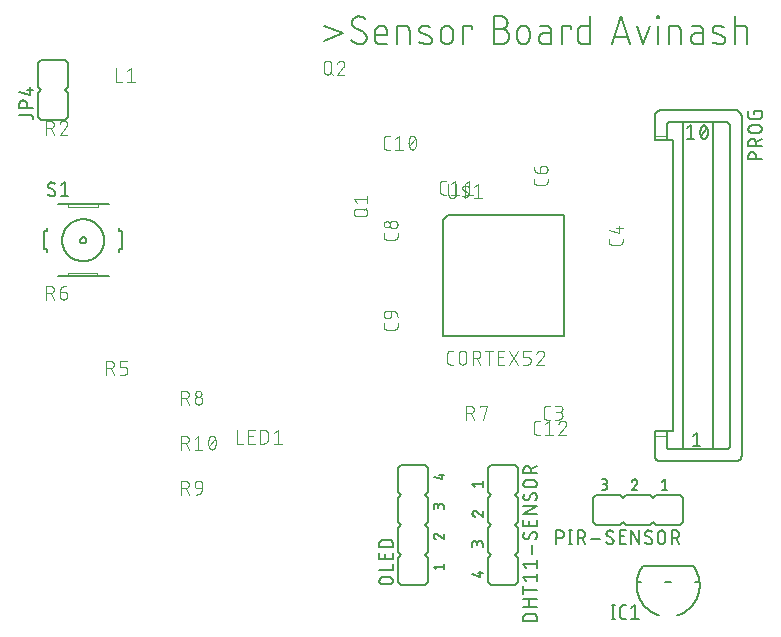
<source format=gbr>
G04 EAGLE Gerber RS-274X export*
G75*
%MOMM*%
%FSLAX34Y34*%
%LPD*%
%INSilkscreen Top*%
%IPPOS*%
%AMOC8*
5,1,8,0,0,1.08239X$1,22.5*%
G01*
%ADD10C,0.203200*%
%ADD11C,0.101600*%
%ADD12C,0.152400*%
%ADD13C,0.127000*%
%ADD14C,0.050800*%


D10*
X432816Y588095D02*
X448395Y581604D01*
X432816Y575112D01*
X463478Y572516D02*
X463621Y572518D01*
X463764Y572524D01*
X463907Y572534D01*
X464049Y572548D01*
X464191Y572565D01*
X464333Y572587D01*
X464474Y572612D01*
X464614Y572642D01*
X464753Y572675D01*
X464891Y572712D01*
X465028Y572753D01*
X465164Y572797D01*
X465299Y572846D01*
X465432Y572898D01*
X465564Y572953D01*
X465694Y573013D01*
X465823Y573076D01*
X465950Y573142D01*
X466075Y573212D01*
X466197Y573285D01*
X466318Y573362D01*
X466437Y573442D01*
X466553Y573525D01*
X466668Y573611D01*
X466779Y573700D01*
X466889Y573793D01*
X466995Y573888D01*
X467099Y573987D01*
X467200Y574088D01*
X467299Y574192D01*
X467394Y574298D01*
X467487Y574408D01*
X467576Y574519D01*
X467662Y574634D01*
X467745Y574750D01*
X467825Y574869D01*
X467902Y574990D01*
X467975Y575113D01*
X468045Y575237D01*
X468111Y575364D01*
X468174Y575493D01*
X468234Y575623D01*
X468289Y575755D01*
X468341Y575888D01*
X468390Y576023D01*
X468434Y576159D01*
X468475Y576296D01*
X468512Y576434D01*
X468545Y576573D01*
X468575Y576713D01*
X468600Y576854D01*
X468622Y576996D01*
X468639Y577138D01*
X468653Y577280D01*
X468663Y577423D01*
X468669Y577566D01*
X468671Y577709D01*
X463478Y572516D02*
X463216Y572519D01*
X462953Y572529D01*
X462691Y572544D01*
X462430Y572566D01*
X462169Y572594D01*
X461909Y572629D01*
X461649Y572670D01*
X461391Y572716D01*
X461134Y572769D01*
X460878Y572829D01*
X460624Y572894D01*
X460371Y572965D01*
X460121Y573042D01*
X459872Y573126D01*
X459625Y573215D01*
X459380Y573310D01*
X459138Y573411D01*
X458898Y573518D01*
X458661Y573630D01*
X458427Y573748D01*
X458195Y573872D01*
X457967Y574001D01*
X457741Y574136D01*
X457519Y574276D01*
X457300Y574421D01*
X457085Y574571D01*
X456874Y574727D01*
X456666Y574887D01*
X456462Y575053D01*
X456263Y575223D01*
X456067Y575398D01*
X455876Y575577D01*
X455689Y575762D01*
X456338Y590691D02*
X456340Y590834D01*
X456346Y590977D01*
X456356Y591120D01*
X456370Y591262D01*
X456387Y591404D01*
X456409Y591546D01*
X456434Y591687D01*
X456464Y591827D01*
X456497Y591966D01*
X456534Y592104D01*
X456575Y592241D01*
X456619Y592377D01*
X456668Y592512D01*
X456720Y592645D01*
X456775Y592777D01*
X456835Y592907D01*
X456898Y593036D01*
X456964Y593163D01*
X457034Y593288D01*
X457107Y593410D01*
X457184Y593531D01*
X457264Y593650D01*
X457347Y593766D01*
X457433Y593881D01*
X457522Y593992D01*
X457615Y594102D01*
X457710Y594208D01*
X457809Y594312D01*
X457910Y594413D01*
X458014Y594512D01*
X458120Y594607D01*
X458230Y594700D01*
X458341Y594789D01*
X458456Y594875D01*
X458572Y594959D01*
X458691Y595038D01*
X458812Y595115D01*
X458935Y595188D01*
X459059Y595258D01*
X459186Y595324D01*
X459315Y595387D01*
X459445Y595447D01*
X459577Y595502D01*
X459710Y595554D01*
X459845Y595603D01*
X459981Y595647D01*
X460118Y595688D01*
X460256Y595725D01*
X460395Y595758D01*
X460535Y595788D01*
X460676Y595813D01*
X460818Y595835D01*
X460960Y595852D01*
X461102Y595866D01*
X461245Y595876D01*
X461388Y595882D01*
X461531Y595884D01*
X461763Y595881D01*
X461995Y595873D01*
X462227Y595859D01*
X462458Y595840D01*
X462689Y595815D01*
X462919Y595785D01*
X463148Y595749D01*
X463376Y595708D01*
X463604Y595661D01*
X463830Y595609D01*
X464055Y595551D01*
X464278Y595488D01*
X464500Y595420D01*
X464720Y595347D01*
X464938Y595268D01*
X465155Y595185D01*
X465369Y595096D01*
X465581Y595002D01*
X465791Y594903D01*
X465999Y594799D01*
X466203Y594690D01*
X466406Y594576D01*
X466605Y594457D01*
X466802Y594334D01*
X466995Y594206D01*
X467186Y594074D01*
X467373Y593937D01*
X458934Y586147D02*
X458811Y586222D01*
X458690Y586300D01*
X458571Y586382D01*
X458455Y586466D01*
X458341Y586554D01*
X458229Y586645D01*
X458119Y586739D01*
X458013Y586836D01*
X457909Y586936D01*
X457808Y587038D01*
X457709Y587144D01*
X457614Y587252D01*
X457521Y587362D01*
X457432Y587475D01*
X457346Y587591D01*
X457262Y587708D01*
X457183Y587828D01*
X457106Y587950D01*
X457033Y588074D01*
X456963Y588200D01*
X456897Y588328D01*
X456834Y588458D01*
X456775Y588589D01*
X456719Y588722D01*
X456667Y588857D01*
X456619Y588993D01*
X456574Y589130D01*
X456534Y589268D01*
X456497Y589407D01*
X456463Y589547D01*
X456434Y589688D01*
X456409Y589830D01*
X456387Y589973D01*
X456369Y590116D01*
X456356Y590259D01*
X456346Y590403D01*
X456340Y590547D01*
X456338Y590691D01*
X466075Y582253D02*
X466198Y582178D01*
X466319Y582100D01*
X466438Y582018D01*
X466554Y581934D01*
X466668Y581846D01*
X466780Y581755D01*
X466889Y581661D01*
X466996Y581564D01*
X467100Y581464D01*
X467201Y581362D01*
X467300Y581256D01*
X467395Y581148D01*
X467488Y581038D01*
X467577Y580925D01*
X467663Y580810D01*
X467746Y580692D01*
X467826Y580572D01*
X467903Y580450D01*
X467976Y580326D01*
X468046Y580200D01*
X468112Y580072D01*
X468175Y579942D01*
X468234Y579811D01*
X468290Y579678D01*
X468342Y579543D01*
X468390Y579407D01*
X468435Y579270D01*
X468475Y579132D01*
X468512Y578993D01*
X468546Y578853D01*
X468575Y578712D01*
X468600Y578570D01*
X468622Y578427D01*
X468640Y578284D01*
X468653Y578141D01*
X468663Y577997D01*
X468669Y577853D01*
X468671Y577709D01*
X466075Y582253D02*
X458934Y586147D01*
X479673Y572516D02*
X486164Y572516D01*
X479673Y572516D02*
X479551Y572518D01*
X479428Y572524D01*
X479306Y572533D01*
X479185Y572547D01*
X479064Y572564D01*
X478943Y572585D01*
X478823Y572610D01*
X478704Y572638D01*
X478586Y572671D01*
X478469Y572707D01*
X478354Y572746D01*
X478239Y572790D01*
X478126Y572836D01*
X478015Y572887D01*
X477905Y572941D01*
X477797Y572998D01*
X477690Y573058D01*
X477586Y573122D01*
X477484Y573190D01*
X477384Y573260D01*
X477286Y573333D01*
X477190Y573410D01*
X477097Y573489D01*
X477007Y573572D01*
X476919Y573657D01*
X476834Y573745D01*
X476751Y573835D01*
X476672Y573928D01*
X476595Y574024D01*
X476522Y574122D01*
X476452Y574222D01*
X476384Y574324D01*
X476320Y574428D01*
X476260Y574535D01*
X476203Y574643D01*
X476149Y574753D01*
X476098Y574864D01*
X476052Y574977D01*
X476008Y575092D01*
X475969Y575207D01*
X475933Y575324D01*
X475900Y575442D01*
X475872Y575561D01*
X475847Y575681D01*
X475826Y575802D01*
X475809Y575923D01*
X475795Y576044D01*
X475786Y576166D01*
X475780Y576289D01*
X475778Y576411D01*
X475778Y582902D01*
X475780Y583045D01*
X475786Y583188D01*
X475796Y583331D01*
X475810Y583473D01*
X475827Y583615D01*
X475849Y583757D01*
X475874Y583898D01*
X475904Y584038D01*
X475937Y584177D01*
X475974Y584315D01*
X476015Y584452D01*
X476059Y584588D01*
X476108Y584723D01*
X476160Y584856D01*
X476215Y584988D01*
X476275Y585118D01*
X476338Y585247D01*
X476404Y585374D01*
X476474Y585499D01*
X476547Y585621D01*
X476624Y585742D01*
X476704Y585861D01*
X476787Y585977D01*
X476873Y586092D01*
X476962Y586203D01*
X477055Y586313D01*
X477150Y586419D01*
X477249Y586523D01*
X477350Y586624D01*
X477454Y586723D01*
X477560Y586818D01*
X477670Y586911D01*
X477781Y587000D01*
X477896Y587086D01*
X478012Y587169D01*
X478131Y587249D01*
X478252Y587326D01*
X478375Y587399D01*
X478499Y587469D01*
X478626Y587535D01*
X478755Y587598D01*
X478885Y587658D01*
X479017Y587713D01*
X479150Y587765D01*
X479285Y587814D01*
X479421Y587858D01*
X479558Y587899D01*
X479696Y587936D01*
X479835Y587969D01*
X479975Y587999D01*
X480116Y588024D01*
X480258Y588046D01*
X480400Y588063D01*
X480542Y588077D01*
X480685Y588087D01*
X480828Y588093D01*
X480971Y588095D01*
X481114Y588093D01*
X481257Y588087D01*
X481400Y588077D01*
X481542Y588063D01*
X481684Y588046D01*
X481826Y588024D01*
X481967Y587999D01*
X482107Y587969D01*
X482246Y587936D01*
X482384Y587899D01*
X482521Y587858D01*
X482657Y587814D01*
X482792Y587765D01*
X482925Y587713D01*
X483057Y587658D01*
X483187Y587598D01*
X483316Y587535D01*
X483443Y587469D01*
X483568Y587399D01*
X483690Y587326D01*
X483811Y587249D01*
X483930Y587169D01*
X484046Y587086D01*
X484161Y587000D01*
X484272Y586911D01*
X484382Y586818D01*
X484488Y586723D01*
X484592Y586624D01*
X484693Y586523D01*
X484792Y586419D01*
X484887Y586313D01*
X484980Y586203D01*
X485069Y586092D01*
X485155Y585977D01*
X485238Y585861D01*
X485318Y585742D01*
X485395Y585621D01*
X485468Y585499D01*
X485538Y585374D01*
X485604Y585247D01*
X485667Y585118D01*
X485727Y584988D01*
X485782Y584856D01*
X485834Y584723D01*
X485883Y584588D01*
X485927Y584452D01*
X485968Y584315D01*
X486005Y584177D01*
X486038Y584038D01*
X486068Y583898D01*
X486093Y583757D01*
X486115Y583615D01*
X486132Y583473D01*
X486146Y583331D01*
X486156Y583188D01*
X486162Y583045D01*
X486164Y582902D01*
X486164Y580305D01*
X475778Y580305D01*
X494569Y572516D02*
X494569Y588095D01*
X501060Y588095D01*
X501182Y588093D01*
X501305Y588087D01*
X501427Y588078D01*
X501548Y588064D01*
X501669Y588047D01*
X501790Y588026D01*
X501910Y588001D01*
X502029Y587973D01*
X502147Y587940D01*
X502264Y587904D01*
X502379Y587865D01*
X502494Y587821D01*
X502607Y587775D01*
X502718Y587724D01*
X502828Y587670D01*
X502936Y587613D01*
X503043Y587553D01*
X503147Y587489D01*
X503249Y587421D01*
X503349Y587351D01*
X503447Y587278D01*
X503543Y587201D01*
X503636Y587122D01*
X503726Y587039D01*
X503814Y586954D01*
X503899Y586866D01*
X503982Y586776D01*
X504061Y586683D01*
X504138Y586587D01*
X504211Y586489D01*
X504281Y586389D01*
X504349Y586287D01*
X504413Y586183D01*
X504473Y586076D01*
X504530Y585968D01*
X504584Y585858D01*
X504635Y585747D01*
X504681Y585634D01*
X504725Y585519D01*
X504764Y585404D01*
X504800Y585287D01*
X504833Y585169D01*
X504861Y585050D01*
X504886Y584930D01*
X504907Y584809D01*
X504924Y584688D01*
X504938Y584567D01*
X504947Y584445D01*
X504953Y584322D01*
X504955Y584200D01*
X504955Y572516D01*
X515307Y581604D02*
X521798Y579007D01*
X515307Y581604D02*
X515201Y581648D01*
X515096Y581697D01*
X514993Y581749D01*
X514892Y581804D01*
X514792Y581863D01*
X514695Y581925D01*
X514600Y581990D01*
X514508Y582059D01*
X514417Y582131D01*
X514330Y582205D01*
X514244Y582283D01*
X514162Y582364D01*
X514082Y582447D01*
X514006Y582533D01*
X513932Y582622D01*
X513861Y582713D01*
X513794Y582807D01*
X513730Y582903D01*
X513669Y583001D01*
X513611Y583100D01*
X513557Y583202D01*
X513507Y583306D01*
X513460Y583411D01*
X513416Y583518D01*
X513377Y583627D01*
X513341Y583736D01*
X513309Y583847D01*
X513280Y583959D01*
X513256Y584071D01*
X513235Y584185D01*
X513219Y584299D01*
X513206Y584414D01*
X513197Y584529D01*
X513192Y584644D01*
X513191Y584759D01*
X513194Y584874D01*
X513201Y584990D01*
X513212Y585104D01*
X513227Y585219D01*
X513246Y585332D01*
X513268Y585446D01*
X513295Y585558D01*
X513325Y585669D01*
X513359Y585779D01*
X513397Y585888D01*
X513438Y585996D01*
X513484Y586102D01*
X513533Y586206D01*
X513585Y586309D01*
X513641Y586410D01*
X513700Y586509D01*
X513763Y586606D01*
X513829Y586700D01*
X513898Y586793D01*
X513970Y586883D01*
X514045Y586970D01*
X514124Y587055D01*
X514205Y587137D01*
X514289Y587216D01*
X514375Y587292D01*
X514464Y587365D01*
X514556Y587435D01*
X514650Y587502D01*
X514746Y587566D01*
X514844Y587626D01*
X514944Y587683D01*
X515046Y587737D01*
X515150Y587787D01*
X515256Y587833D01*
X515363Y587876D01*
X515472Y587915D01*
X515581Y587950D01*
X515692Y587982D01*
X515804Y588010D01*
X515917Y588034D01*
X516031Y588054D01*
X516145Y588070D01*
X516259Y588082D01*
X516374Y588090D01*
X516490Y588094D01*
X516605Y588095D01*
X516605Y588094D02*
X516960Y588085D01*
X517314Y588067D01*
X517667Y588041D01*
X518020Y588006D01*
X518372Y587963D01*
X518723Y587911D01*
X519072Y587851D01*
X519420Y587782D01*
X519766Y587705D01*
X520110Y587620D01*
X520452Y587527D01*
X520791Y587425D01*
X521128Y587315D01*
X521463Y587198D01*
X521794Y587072D01*
X522122Y586938D01*
X522447Y586796D01*
X521798Y579007D02*
X521904Y578963D01*
X522009Y578914D01*
X522112Y578862D01*
X522213Y578807D01*
X522313Y578748D01*
X522410Y578686D01*
X522505Y578621D01*
X522597Y578552D01*
X522688Y578480D01*
X522775Y578406D01*
X522861Y578328D01*
X522943Y578247D01*
X523023Y578164D01*
X523099Y578078D01*
X523173Y577989D01*
X523244Y577898D01*
X523311Y577804D01*
X523375Y577708D01*
X523436Y577610D01*
X523494Y577511D01*
X523548Y577409D01*
X523598Y577305D01*
X523645Y577200D01*
X523689Y577093D01*
X523728Y576984D01*
X523764Y576875D01*
X523796Y576764D01*
X523825Y576652D01*
X523849Y576540D01*
X523870Y576426D01*
X523886Y576312D01*
X523899Y576197D01*
X523908Y576082D01*
X523913Y575967D01*
X523914Y575852D01*
X523911Y575737D01*
X523904Y575621D01*
X523893Y575507D01*
X523878Y575392D01*
X523859Y575279D01*
X523837Y575165D01*
X523810Y575053D01*
X523780Y574942D01*
X523746Y574832D01*
X523708Y574723D01*
X523667Y574615D01*
X523621Y574509D01*
X523572Y574405D01*
X523520Y574302D01*
X523464Y574201D01*
X523405Y574102D01*
X523342Y574005D01*
X523276Y573911D01*
X523207Y573818D01*
X523135Y573728D01*
X523060Y573641D01*
X522981Y573556D01*
X522900Y573474D01*
X522816Y573395D01*
X522730Y573319D01*
X522641Y573246D01*
X522549Y573176D01*
X522455Y573109D01*
X522359Y573045D01*
X522261Y572985D01*
X522161Y572928D01*
X522059Y572874D01*
X521955Y572824D01*
X521849Y572778D01*
X521742Y572735D01*
X521633Y572696D01*
X521524Y572661D01*
X521413Y572629D01*
X521301Y572601D01*
X521188Y572577D01*
X521074Y572557D01*
X520960Y572541D01*
X520846Y572529D01*
X520731Y572521D01*
X520615Y572517D01*
X520500Y572516D01*
X519979Y572530D01*
X519459Y572556D01*
X518940Y572594D01*
X518421Y572644D01*
X517904Y572707D01*
X517389Y572782D01*
X516876Y572869D01*
X516364Y572968D01*
X515856Y573080D01*
X515350Y573203D01*
X514847Y573338D01*
X514347Y573485D01*
X513851Y573644D01*
X513359Y573814D01*
X531455Y577709D02*
X531455Y582902D01*
X531457Y583045D01*
X531463Y583188D01*
X531473Y583331D01*
X531487Y583473D01*
X531504Y583615D01*
X531526Y583757D01*
X531551Y583898D01*
X531581Y584038D01*
X531614Y584177D01*
X531651Y584315D01*
X531692Y584452D01*
X531736Y584588D01*
X531785Y584723D01*
X531837Y584856D01*
X531892Y584988D01*
X531952Y585118D01*
X532015Y585247D01*
X532081Y585374D01*
X532151Y585499D01*
X532224Y585621D01*
X532301Y585742D01*
X532381Y585861D01*
X532464Y585977D01*
X532550Y586092D01*
X532639Y586203D01*
X532732Y586313D01*
X532827Y586419D01*
X532926Y586523D01*
X533027Y586624D01*
X533131Y586723D01*
X533237Y586818D01*
X533347Y586911D01*
X533458Y587000D01*
X533573Y587086D01*
X533689Y587169D01*
X533808Y587249D01*
X533929Y587326D01*
X534052Y587399D01*
X534176Y587469D01*
X534303Y587535D01*
X534432Y587598D01*
X534562Y587658D01*
X534694Y587713D01*
X534827Y587765D01*
X534962Y587814D01*
X535098Y587858D01*
X535235Y587899D01*
X535373Y587936D01*
X535512Y587969D01*
X535652Y587999D01*
X535793Y588024D01*
X535935Y588046D01*
X536077Y588063D01*
X536219Y588077D01*
X536362Y588087D01*
X536505Y588093D01*
X536648Y588095D01*
X536791Y588093D01*
X536934Y588087D01*
X537077Y588077D01*
X537219Y588063D01*
X537361Y588046D01*
X537503Y588024D01*
X537644Y587999D01*
X537784Y587969D01*
X537923Y587936D01*
X538061Y587899D01*
X538198Y587858D01*
X538334Y587814D01*
X538469Y587765D01*
X538602Y587713D01*
X538734Y587658D01*
X538864Y587598D01*
X538993Y587535D01*
X539120Y587469D01*
X539245Y587399D01*
X539367Y587326D01*
X539488Y587249D01*
X539607Y587169D01*
X539723Y587086D01*
X539838Y587000D01*
X539949Y586911D01*
X540059Y586818D01*
X540165Y586723D01*
X540269Y586624D01*
X540370Y586523D01*
X540469Y586419D01*
X540564Y586313D01*
X540657Y586203D01*
X540746Y586092D01*
X540832Y585977D01*
X540915Y585861D01*
X540995Y585742D01*
X541072Y585621D01*
X541145Y585499D01*
X541215Y585374D01*
X541281Y585247D01*
X541344Y585118D01*
X541404Y584988D01*
X541459Y584856D01*
X541511Y584723D01*
X541560Y584588D01*
X541604Y584452D01*
X541645Y584315D01*
X541682Y584177D01*
X541715Y584038D01*
X541745Y583898D01*
X541770Y583757D01*
X541792Y583615D01*
X541809Y583473D01*
X541823Y583331D01*
X541833Y583188D01*
X541839Y583045D01*
X541841Y582902D01*
X541840Y582902D02*
X541840Y577709D01*
X541841Y577709D02*
X541839Y577566D01*
X541833Y577423D01*
X541823Y577280D01*
X541809Y577138D01*
X541792Y576996D01*
X541770Y576854D01*
X541745Y576713D01*
X541715Y576573D01*
X541682Y576434D01*
X541645Y576296D01*
X541604Y576159D01*
X541560Y576023D01*
X541511Y575888D01*
X541459Y575755D01*
X541404Y575623D01*
X541344Y575493D01*
X541281Y575364D01*
X541215Y575237D01*
X541145Y575112D01*
X541072Y574990D01*
X540995Y574869D01*
X540915Y574750D01*
X540832Y574634D01*
X540746Y574519D01*
X540657Y574408D01*
X540564Y574298D01*
X540469Y574192D01*
X540370Y574088D01*
X540269Y573987D01*
X540165Y573888D01*
X540059Y573793D01*
X539949Y573700D01*
X539838Y573611D01*
X539723Y573525D01*
X539607Y573442D01*
X539488Y573362D01*
X539367Y573285D01*
X539244Y573212D01*
X539120Y573142D01*
X538993Y573076D01*
X538864Y573013D01*
X538734Y572953D01*
X538602Y572898D01*
X538469Y572846D01*
X538334Y572797D01*
X538198Y572753D01*
X538061Y572712D01*
X537923Y572675D01*
X537784Y572642D01*
X537644Y572612D01*
X537503Y572587D01*
X537361Y572565D01*
X537219Y572548D01*
X537077Y572534D01*
X536934Y572524D01*
X536791Y572518D01*
X536648Y572516D01*
X536505Y572518D01*
X536362Y572524D01*
X536219Y572534D01*
X536077Y572548D01*
X535935Y572565D01*
X535793Y572587D01*
X535652Y572612D01*
X535512Y572642D01*
X535373Y572675D01*
X535235Y572712D01*
X535098Y572753D01*
X534962Y572797D01*
X534827Y572846D01*
X534694Y572898D01*
X534562Y572953D01*
X534432Y573013D01*
X534303Y573076D01*
X534176Y573142D01*
X534052Y573212D01*
X533929Y573285D01*
X533808Y573362D01*
X533689Y573442D01*
X533573Y573525D01*
X533458Y573611D01*
X533347Y573700D01*
X533237Y573793D01*
X533131Y573888D01*
X533027Y573987D01*
X532926Y574088D01*
X532827Y574192D01*
X532732Y574298D01*
X532639Y574408D01*
X532550Y574519D01*
X532464Y574634D01*
X532381Y574750D01*
X532301Y574869D01*
X532224Y574990D01*
X532151Y575113D01*
X532081Y575237D01*
X532015Y575364D01*
X531952Y575493D01*
X531892Y575623D01*
X531837Y575755D01*
X531785Y575888D01*
X531736Y576023D01*
X531692Y576159D01*
X531651Y576296D01*
X531614Y576434D01*
X531581Y576573D01*
X531551Y576713D01*
X531526Y576854D01*
X531504Y576996D01*
X531487Y577138D01*
X531473Y577280D01*
X531463Y577423D01*
X531457Y577566D01*
X531455Y577709D01*
X550309Y572516D02*
X550309Y588095D01*
X558099Y588095D01*
X558099Y585498D01*
X576237Y585498D02*
X582728Y585498D01*
X582887Y585496D01*
X583046Y585490D01*
X583206Y585480D01*
X583364Y585467D01*
X583523Y585449D01*
X583680Y585428D01*
X583838Y585402D01*
X583994Y585373D01*
X584150Y585340D01*
X584305Y585303D01*
X584459Y585263D01*
X584612Y585218D01*
X584764Y585170D01*
X584915Y585119D01*
X585064Y585063D01*
X585212Y585004D01*
X585358Y584941D01*
X585503Y584875D01*
X585646Y584805D01*
X585788Y584732D01*
X585927Y584655D01*
X586065Y584575D01*
X586201Y584491D01*
X586334Y584404D01*
X586466Y584314D01*
X586595Y584221D01*
X586721Y584124D01*
X586846Y584025D01*
X586968Y583922D01*
X587087Y583817D01*
X587204Y583708D01*
X587318Y583597D01*
X587429Y583483D01*
X587538Y583366D01*
X587643Y583247D01*
X587746Y583125D01*
X587845Y583000D01*
X587942Y582874D01*
X588035Y582745D01*
X588125Y582613D01*
X588212Y582480D01*
X588296Y582344D01*
X588376Y582206D01*
X588453Y582067D01*
X588526Y581925D01*
X588596Y581782D01*
X588662Y581637D01*
X588725Y581491D01*
X588784Y581343D01*
X588840Y581194D01*
X588891Y581043D01*
X588939Y580891D01*
X588984Y580738D01*
X589024Y580584D01*
X589061Y580429D01*
X589094Y580273D01*
X589123Y580117D01*
X589149Y579959D01*
X589170Y579802D01*
X589188Y579643D01*
X589201Y579485D01*
X589211Y579325D01*
X589217Y579166D01*
X589219Y579007D01*
X589217Y578848D01*
X589211Y578689D01*
X589201Y578529D01*
X589188Y578371D01*
X589170Y578212D01*
X589149Y578055D01*
X589123Y577897D01*
X589094Y577741D01*
X589061Y577585D01*
X589024Y577430D01*
X588984Y577276D01*
X588939Y577123D01*
X588891Y576971D01*
X588840Y576820D01*
X588784Y576671D01*
X588725Y576523D01*
X588662Y576377D01*
X588596Y576232D01*
X588526Y576089D01*
X588453Y575947D01*
X588376Y575808D01*
X588296Y575670D01*
X588212Y575534D01*
X588125Y575401D01*
X588035Y575269D01*
X587942Y575140D01*
X587845Y575014D01*
X587746Y574889D01*
X587643Y574767D01*
X587538Y574648D01*
X587429Y574531D01*
X587318Y574417D01*
X587204Y574306D01*
X587087Y574197D01*
X586968Y574092D01*
X586846Y573989D01*
X586721Y573890D01*
X586595Y573793D01*
X586466Y573700D01*
X586334Y573610D01*
X586201Y573523D01*
X586065Y573439D01*
X585927Y573359D01*
X585788Y573282D01*
X585646Y573209D01*
X585503Y573139D01*
X585358Y573073D01*
X585212Y573010D01*
X585064Y572951D01*
X584915Y572895D01*
X584764Y572844D01*
X584612Y572796D01*
X584459Y572751D01*
X584305Y572711D01*
X584150Y572674D01*
X583994Y572641D01*
X583838Y572612D01*
X583680Y572586D01*
X583523Y572565D01*
X583364Y572547D01*
X583206Y572534D01*
X583046Y572524D01*
X582887Y572518D01*
X582728Y572516D01*
X576237Y572516D01*
X576237Y595884D01*
X582728Y595884D01*
X582871Y595882D01*
X583014Y595876D01*
X583157Y595866D01*
X583299Y595852D01*
X583441Y595835D01*
X583583Y595813D01*
X583724Y595788D01*
X583864Y595758D01*
X584003Y595725D01*
X584141Y595688D01*
X584278Y595647D01*
X584414Y595603D01*
X584549Y595554D01*
X584682Y595502D01*
X584814Y595447D01*
X584944Y595387D01*
X585073Y595324D01*
X585200Y595258D01*
X585325Y595188D01*
X585447Y595115D01*
X585568Y595038D01*
X585687Y594958D01*
X585803Y594875D01*
X585918Y594789D01*
X586029Y594700D01*
X586139Y594607D01*
X586245Y594512D01*
X586349Y594413D01*
X586450Y594312D01*
X586549Y594208D01*
X586644Y594102D01*
X586737Y593992D01*
X586826Y593881D01*
X586912Y593766D01*
X586995Y593650D01*
X587075Y593531D01*
X587152Y593410D01*
X587225Y593287D01*
X587295Y593163D01*
X587361Y593036D01*
X587424Y592907D01*
X587484Y592777D01*
X587539Y592645D01*
X587591Y592512D01*
X587640Y592377D01*
X587684Y592241D01*
X587725Y592104D01*
X587762Y591966D01*
X587795Y591827D01*
X587825Y591687D01*
X587850Y591546D01*
X587872Y591404D01*
X587889Y591262D01*
X587903Y591120D01*
X587913Y590977D01*
X587919Y590834D01*
X587921Y590691D01*
X587919Y590548D01*
X587913Y590405D01*
X587903Y590262D01*
X587889Y590120D01*
X587872Y589978D01*
X587850Y589836D01*
X587825Y589695D01*
X587795Y589555D01*
X587762Y589416D01*
X587725Y589278D01*
X587684Y589141D01*
X587640Y589005D01*
X587591Y588870D01*
X587539Y588737D01*
X587484Y588605D01*
X587424Y588475D01*
X587361Y588346D01*
X587295Y588219D01*
X587225Y588095D01*
X587152Y587972D01*
X587075Y587851D01*
X586995Y587732D01*
X586912Y587616D01*
X586826Y587501D01*
X586737Y587390D01*
X586644Y587280D01*
X586549Y587174D01*
X586450Y587070D01*
X586349Y586969D01*
X586245Y586870D01*
X586139Y586775D01*
X586029Y586682D01*
X585918Y586593D01*
X585803Y586507D01*
X585687Y586424D01*
X585568Y586344D01*
X585447Y586267D01*
X585325Y586194D01*
X585200Y586124D01*
X585073Y586058D01*
X584944Y585995D01*
X584814Y585935D01*
X584682Y585880D01*
X584549Y585828D01*
X584414Y585779D01*
X584278Y585735D01*
X584141Y585694D01*
X584003Y585657D01*
X583864Y585624D01*
X583724Y585594D01*
X583583Y585569D01*
X583441Y585547D01*
X583299Y585530D01*
X583157Y585516D01*
X583014Y585506D01*
X582871Y585500D01*
X582728Y585498D01*
X596179Y582902D02*
X596179Y577709D01*
X596179Y582902D02*
X596181Y583045D01*
X596187Y583188D01*
X596197Y583331D01*
X596211Y583473D01*
X596228Y583615D01*
X596250Y583757D01*
X596275Y583898D01*
X596305Y584038D01*
X596338Y584177D01*
X596375Y584315D01*
X596416Y584452D01*
X596460Y584588D01*
X596509Y584723D01*
X596561Y584856D01*
X596616Y584988D01*
X596676Y585118D01*
X596739Y585247D01*
X596805Y585374D01*
X596875Y585499D01*
X596948Y585621D01*
X597025Y585742D01*
X597105Y585861D01*
X597188Y585977D01*
X597274Y586092D01*
X597363Y586203D01*
X597456Y586313D01*
X597551Y586419D01*
X597650Y586523D01*
X597751Y586624D01*
X597855Y586723D01*
X597961Y586818D01*
X598071Y586911D01*
X598182Y587000D01*
X598297Y587086D01*
X598413Y587169D01*
X598532Y587249D01*
X598653Y587326D01*
X598776Y587399D01*
X598900Y587469D01*
X599027Y587535D01*
X599156Y587598D01*
X599286Y587658D01*
X599418Y587713D01*
X599551Y587765D01*
X599686Y587814D01*
X599822Y587858D01*
X599959Y587899D01*
X600097Y587936D01*
X600236Y587969D01*
X600376Y587999D01*
X600517Y588024D01*
X600659Y588046D01*
X600801Y588063D01*
X600943Y588077D01*
X601086Y588087D01*
X601229Y588093D01*
X601372Y588095D01*
X601515Y588093D01*
X601658Y588087D01*
X601801Y588077D01*
X601943Y588063D01*
X602085Y588046D01*
X602227Y588024D01*
X602368Y587999D01*
X602508Y587969D01*
X602647Y587936D01*
X602785Y587899D01*
X602922Y587858D01*
X603058Y587814D01*
X603193Y587765D01*
X603326Y587713D01*
X603458Y587658D01*
X603588Y587598D01*
X603717Y587535D01*
X603844Y587469D01*
X603969Y587399D01*
X604091Y587326D01*
X604212Y587249D01*
X604331Y587169D01*
X604447Y587086D01*
X604562Y587000D01*
X604673Y586911D01*
X604783Y586818D01*
X604889Y586723D01*
X604993Y586624D01*
X605094Y586523D01*
X605193Y586419D01*
X605288Y586313D01*
X605381Y586203D01*
X605470Y586092D01*
X605556Y585977D01*
X605639Y585861D01*
X605719Y585742D01*
X605796Y585621D01*
X605869Y585499D01*
X605939Y585374D01*
X606005Y585247D01*
X606068Y585118D01*
X606128Y584988D01*
X606183Y584856D01*
X606235Y584723D01*
X606284Y584588D01*
X606328Y584452D01*
X606369Y584315D01*
X606406Y584177D01*
X606439Y584038D01*
X606469Y583898D01*
X606494Y583757D01*
X606516Y583615D01*
X606533Y583473D01*
X606547Y583331D01*
X606557Y583188D01*
X606563Y583045D01*
X606565Y582902D01*
X606565Y577709D01*
X606563Y577566D01*
X606557Y577423D01*
X606547Y577280D01*
X606533Y577138D01*
X606516Y576996D01*
X606494Y576854D01*
X606469Y576713D01*
X606439Y576573D01*
X606406Y576434D01*
X606369Y576296D01*
X606328Y576159D01*
X606284Y576023D01*
X606235Y575888D01*
X606183Y575755D01*
X606128Y575623D01*
X606068Y575493D01*
X606005Y575364D01*
X605939Y575237D01*
X605869Y575112D01*
X605796Y574990D01*
X605719Y574869D01*
X605639Y574750D01*
X605556Y574634D01*
X605470Y574519D01*
X605381Y574408D01*
X605288Y574298D01*
X605193Y574192D01*
X605094Y574088D01*
X604993Y573987D01*
X604889Y573888D01*
X604783Y573793D01*
X604673Y573700D01*
X604562Y573611D01*
X604447Y573525D01*
X604331Y573442D01*
X604212Y573362D01*
X604091Y573285D01*
X603968Y573212D01*
X603844Y573142D01*
X603717Y573076D01*
X603588Y573013D01*
X603458Y572953D01*
X603326Y572898D01*
X603193Y572846D01*
X603058Y572797D01*
X602922Y572753D01*
X602785Y572712D01*
X602647Y572675D01*
X602508Y572642D01*
X602368Y572612D01*
X602227Y572587D01*
X602085Y572565D01*
X601943Y572548D01*
X601801Y572534D01*
X601658Y572524D01*
X601515Y572518D01*
X601372Y572516D01*
X601229Y572518D01*
X601086Y572524D01*
X600943Y572534D01*
X600801Y572548D01*
X600659Y572565D01*
X600517Y572587D01*
X600376Y572612D01*
X600236Y572642D01*
X600097Y572675D01*
X599959Y572712D01*
X599822Y572753D01*
X599686Y572797D01*
X599551Y572846D01*
X599418Y572898D01*
X599286Y572953D01*
X599156Y573013D01*
X599027Y573076D01*
X598900Y573142D01*
X598776Y573212D01*
X598653Y573285D01*
X598532Y573362D01*
X598413Y573442D01*
X598297Y573525D01*
X598182Y573611D01*
X598071Y573700D01*
X597961Y573793D01*
X597855Y573888D01*
X597751Y573987D01*
X597650Y574088D01*
X597551Y574192D01*
X597456Y574298D01*
X597363Y574408D01*
X597274Y574519D01*
X597188Y574634D01*
X597105Y574750D01*
X597025Y574869D01*
X596948Y574990D01*
X596875Y575113D01*
X596805Y575237D01*
X596739Y575364D01*
X596676Y575493D01*
X596616Y575623D01*
X596561Y575755D01*
X596509Y575888D01*
X596460Y576023D01*
X596416Y576159D01*
X596375Y576296D01*
X596338Y576434D01*
X596305Y576573D01*
X596275Y576713D01*
X596250Y576854D01*
X596228Y576996D01*
X596211Y577138D01*
X596197Y577280D01*
X596187Y577423D01*
X596181Y577566D01*
X596179Y577709D01*
X618766Y581604D02*
X624608Y581604D01*
X618766Y581604D02*
X618633Y581602D01*
X618499Y581596D01*
X618366Y581586D01*
X618234Y581573D01*
X618101Y581555D01*
X617970Y581534D01*
X617839Y581508D01*
X617708Y581479D01*
X617579Y581446D01*
X617451Y581410D01*
X617324Y581369D01*
X617198Y581325D01*
X617073Y581277D01*
X616950Y581225D01*
X616829Y581170D01*
X616709Y581112D01*
X616591Y581050D01*
X616475Y580984D01*
X616361Y580915D01*
X616248Y580843D01*
X616138Y580767D01*
X616031Y580689D01*
X615925Y580607D01*
X615823Y580522D01*
X615722Y580434D01*
X615624Y580343D01*
X615529Y580249D01*
X615437Y580153D01*
X615348Y580054D01*
X615261Y579952D01*
X615178Y579848D01*
X615098Y579742D01*
X615021Y579633D01*
X614947Y579522D01*
X614876Y579409D01*
X614809Y579293D01*
X614745Y579176D01*
X614684Y579057D01*
X614628Y578937D01*
X614574Y578814D01*
X614525Y578690D01*
X614479Y578565D01*
X614436Y578439D01*
X614398Y578311D01*
X614363Y578182D01*
X614332Y578053D01*
X614304Y577922D01*
X614281Y577791D01*
X614262Y577659D01*
X614246Y577526D01*
X614234Y577393D01*
X614226Y577260D01*
X614222Y577127D01*
X614222Y576993D01*
X614226Y576860D01*
X614234Y576727D01*
X614246Y576594D01*
X614262Y576461D01*
X614281Y576329D01*
X614304Y576198D01*
X614332Y576067D01*
X614363Y575938D01*
X614398Y575809D01*
X614436Y575681D01*
X614479Y575555D01*
X614525Y575430D01*
X614574Y575306D01*
X614628Y575183D01*
X614684Y575063D01*
X614745Y574944D01*
X614809Y574827D01*
X614876Y574711D01*
X614947Y574598D01*
X615021Y574487D01*
X615098Y574378D01*
X615178Y574272D01*
X615261Y574168D01*
X615348Y574066D01*
X615437Y573967D01*
X615529Y573871D01*
X615624Y573777D01*
X615722Y573686D01*
X615823Y573598D01*
X615925Y573513D01*
X616031Y573431D01*
X616138Y573353D01*
X616248Y573277D01*
X616361Y573205D01*
X616475Y573136D01*
X616591Y573070D01*
X616709Y573008D01*
X616829Y572950D01*
X616950Y572895D01*
X617073Y572843D01*
X617198Y572795D01*
X617324Y572751D01*
X617451Y572710D01*
X617579Y572674D01*
X617708Y572641D01*
X617839Y572612D01*
X617970Y572586D01*
X618101Y572565D01*
X618234Y572547D01*
X618366Y572534D01*
X618499Y572524D01*
X618633Y572518D01*
X618766Y572516D01*
X624608Y572516D01*
X624608Y584200D01*
X624609Y584200D02*
X624607Y584322D01*
X624601Y584445D01*
X624592Y584567D01*
X624578Y584688D01*
X624561Y584809D01*
X624540Y584930D01*
X624515Y585050D01*
X624487Y585169D01*
X624454Y585287D01*
X624418Y585404D01*
X624379Y585519D01*
X624335Y585634D01*
X624289Y585747D01*
X624238Y585858D01*
X624184Y585968D01*
X624127Y586076D01*
X624067Y586183D01*
X624003Y586287D01*
X623935Y586389D01*
X623865Y586489D01*
X623792Y586587D01*
X623715Y586683D01*
X623636Y586776D01*
X623553Y586866D01*
X623468Y586954D01*
X623380Y587039D01*
X623290Y587122D01*
X623197Y587201D01*
X623101Y587278D01*
X623003Y587351D01*
X622903Y587421D01*
X622801Y587489D01*
X622697Y587553D01*
X622590Y587613D01*
X622482Y587670D01*
X622372Y587724D01*
X622261Y587775D01*
X622148Y587821D01*
X622033Y587865D01*
X621918Y587904D01*
X621801Y587940D01*
X621683Y587973D01*
X621564Y588001D01*
X621444Y588026D01*
X621323Y588047D01*
X621202Y588064D01*
X621081Y588078D01*
X620959Y588087D01*
X620836Y588093D01*
X620714Y588095D01*
X615521Y588095D01*
X633824Y588095D02*
X633824Y572516D01*
X633824Y588095D02*
X641614Y588095D01*
X641614Y585498D01*
X658014Y595884D02*
X658014Y572516D01*
X651523Y572516D01*
X651401Y572518D01*
X651278Y572524D01*
X651156Y572533D01*
X651035Y572547D01*
X650914Y572564D01*
X650793Y572585D01*
X650673Y572610D01*
X650554Y572638D01*
X650436Y572671D01*
X650319Y572707D01*
X650204Y572746D01*
X650089Y572790D01*
X649976Y572836D01*
X649865Y572887D01*
X649755Y572941D01*
X649647Y572998D01*
X649540Y573058D01*
X649436Y573122D01*
X649334Y573190D01*
X649234Y573260D01*
X649136Y573333D01*
X649040Y573410D01*
X648947Y573489D01*
X648857Y573572D01*
X648769Y573657D01*
X648684Y573745D01*
X648601Y573835D01*
X648522Y573928D01*
X648445Y574024D01*
X648372Y574122D01*
X648302Y574222D01*
X648234Y574324D01*
X648170Y574428D01*
X648110Y574535D01*
X648053Y574643D01*
X647999Y574753D01*
X647948Y574864D01*
X647902Y574977D01*
X647858Y575092D01*
X647819Y575207D01*
X647783Y575324D01*
X647750Y575442D01*
X647722Y575561D01*
X647697Y575681D01*
X647676Y575802D01*
X647659Y575923D01*
X647645Y576044D01*
X647636Y576166D01*
X647630Y576289D01*
X647628Y576411D01*
X647629Y576411D02*
X647629Y584200D01*
X647628Y584200D02*
X647630Y584322D01*
X647636Y584445D01*
X647645Y584567D01*
X647659Y584688D01*
X647676Y584809D01*
X647697Y584930D01*
X647722Y585050D01*
X647750Y585169D01*
X647783Y585287D01*
X647819Y585404D01*
X647858Y585519D01*
X647902Y585634D01*
X647948Y585747D01*
X647999Y585858D01*
X648053Y585968D01*
X648110Y586076D01*
X648170Y586183D01*
X648234Y586287D01*
X648302Y586389D01*
X648372Y586489D01*
X648445Y586587D01*
X648522Y586683D01*
X648601Y586776D01*
X648684Y586866D01*
X648769Y586954D01*
X648857Y587039D01*
X648947Y587122D01*
X649040Y587201D01*
X649136Y587278D01*
X649234Y587351D01*
X649334Y587421D01*
X649436Y587489D01*
X649540Y587553D01*
X649647Y587613D01*
X649755Y587670D01*
X649865Y587724D01*
X649976Y587775D01*
X650089Y587821D01*
X650204Y587865D01*
X650319Y587904D01*
X650436Y587940D01*
X650554Y587973D01*
X650673Y588001D01*
X650793Y588026D01*
X650914Y588047D01*
X651035Y588064D01*
X651156Y588078D01*
X651278Y588087D01*
X651401Y588093D01*
X651523Y588095D01*
X658014Y588095D01*
X676401Y572516D02*
X684191Y595884D01*
X691980Y572516D01*
X690033Y578358D02*
X678349Y578358D01*
X697789Y588095D02*
X702982Y572516D01*
X708174Y588095D01*
X715509Y588095D02*
X715509Y572516D01*
X714860Y594586D02*
X714860Y595884D01*
X716158Y595884D01*
X716158Y594586D01*
X714860Y594586D01*
X724235Y588095D02*
X724235Y572516D01*
X724235Y588095D02*
X730726Y588095D01*
X730848Y588093D01*
X730971Y588087D01*
X731093Y588078D01*
X731214Y588064D01*
X731335Y588047D01*
X731456Y588026D01*
X731576Y588001D01*
X731695Y587973D01*
X731813Y587940D01*
X731930Y587904D01*
X732045Y587865D01*
X732160Y587821D01*
X732273Y587775D01*
X732384Y587724D01*
X732494Y587670D01*
X732602Y587613D01*
X732709Y587553D01*
X732813Y587489D01*
X732915Y587421D01*
X733015Y587351D01*
X733113Y587278D01*
X733209Y587201D01*
X733302Y587122D01*
X733392Y587039D01*
X733480Y586954D01*
X733565Y586866D01*
X733648Y586776D01*
X733727Y586683D01*
X733804Y586587D01*
X733877Y586489D01*
X733947Y586389D01*
X734015Y586287D01*
X734079Y586183D01*
X734139Y586076D01*
X734196Y585968D01*
X734250Y585858D01*
X734301Y585747D01*
X734347Y585634D01*
X734391Y585519D01*
X734430Y585404D01*
X734466Y585287D01*
X734499Y585169D01*
X734527Y585050D01*
X734552Y584930D01*
X734573Y584809D01*
X734590Y584688D01*
X734604Y584567D01*
X734613Y584445D01*
X734619Y584322D01*
X734621Y584200D01*
X734621Y572516D01*
X747519Y581604D02*
X753361Y581604D01*
X747519Y581604D02*
X747386Y581602D01*
X747252Y581596D01*
X747119Y581586D01*
X746987Y581573D01*
X746854Y581555D01*
X746723Y581534D01*
X746592Y581508D01*
X746461Y581479D01*
X746332Y581446D01*
X746204Y581410D01*
X746077Y581369D01*
X745951Y581325D01*
X745826Y581277D01*
X745703Y581225D01*
X745582Y581170D01*
X745462Y581112D01*
X745344Y581050D01*
X745228Y580984D01*
X745114Y580915D01*
X745001Y580843D01*
X744891Y580767D01*
X744784Y580689D01*
X744678Y580607D01*
X744576Y580522D01*
X744475Y580434D01*
X744377Y580343D01*
X744282Y580249D01*
X744190Y580153D01*
X744101Y580054D01*
X744014Y579952D01*
X743931Y579848D01*
X743851Y579742D01*
X743774Y579633D01*
X743700Y579522D01*
X743629Y579409D01*
X743562Y579293D01*
X743498Y579176D01*
X743437Y579057D01*
X743381Y578937D01*
X743327Y578814D01*
X743278Y578690D01*
X743232Y578565D01*
X743189Y578439D01*
X743151Y578311D01*
X743116Y578182D01*
X743085Y578053D01*
X743057Y577922D01*
X743034Y577791D01*
X743015Y577659D01*
X742999Y577526D01*
X742987Y577393D01*
X742979Y577260D01*
X742975Y577127D01*
X742975Y576993D01*
X742979Y576860D01*
X742987Y576727D01*
X742999Y576594D01*
X743015Y576461D01*
X743034Y576329D01*
X743057Y576198D01*
X743085Y576067D01*
X743116Y575938D01*
X743151Y575809D01*
X743189Y575681D01*
X743232Y575555D01*
X743278Y575430D01*
X743327Y575306D01*
X743381Y575183D01*
X743437Y575063D01*
X743498Y574944D01*
X743562Y574827D01*
X743629Y574711D01*
X743700Y574598D01*
X743774Y574487D01*
X743851Y574378D01*
X743931Y574272D01*
X744014Y574168D01*
X744101Y574066D01*
X744190Y573967D01*
X744282Y573871D01*
X744377Y573777D01*
X744475Y573686D01*
X744576Y573598D01*
X744678Y573513D01*
X744784Y573431D01*
X744891Y573353D01*
X745001Y573277D01*
X745114Y573205D01*
X745228Y573136D01*
X745344Y573070D01*
X745462Y573008D01*
X745582Y572950D01*
X745703Y572895D01*
X745826Y572843D01*
X745951Y572795D01*
X746077Y572751D01*
X746204Y572710D01*
X746332Y572674D01*
X746461Y572641D01*
X746592Y572612D01*
X746723Y572586D01*
X746854Y572565D01*
X746987Y572547D01*
X747119Y572534D01*
X747252Y572524D01*
X747386Y572518D01*
X747519Y572516D01*
X753361Y572516D01*
X753361Y584200D01*
X753359Y584322D01*
X753353Y584445D01*
X753344Y584567D01*
X753330Y584688D01*
X753313Y584809D01*
X753292Y584930D01*
X753267Y585050D01*
X753239Y585169D01*
X753206Y585287D01*
X753170Y585404D01*
X753131Y585519D01*
X753087Y585634D01*
X753041Y585747D01*
X752990Y585858D01*
X752936Y585968D01*
X752879Y586076D01*
X752819Y586183D01*
X752755Y586287D01*
X752687Y586389D01*
X752617Y586489D01*
X752544Y586587D01*
X752467Y586683D01*
X752388Y586776D01*
X752305Y586866D01*
X752220Y586954D01*
X752132Y587039D01*
X752042Y587122D01*
X751949Y587201D01*
X751853Y587278D01*
X751755Y587351D01*
X751655Y587421D01*
X751553Y587489D01*
X751449Y587553D01*
X751342Y587613D01*
X751234Y587670D01*
X751124Y587724D01*
X751013Y587775D01*
X750900Y587821D01*
X750785Y587865D01*
X750670Y587904D01*
X750553Y587940D01*
X750435Y587973D01*
X750316Y588001D01*
X750196Y588026D01*
X750075Y588047D01*
X749954Y588064D01*
X749833Y588078D01*
X749711Y588087D01*
X749588Y588093D01*
X749466Y588095D01*
X744273Y588095D01*
X763764Y581604D02*
X770255Y579007D01*
X763764Y581604D02*
X763658Y581648D01*
X763553Y581697D01*
X763450Y581749D01*
X763349Y581804D01*
X763249Y581863D01*
X763152Y581925D01*
X763057Y581990D01*
X762965Y582059D01*
X762874Y582131D01*
X762787Y582205D01*
X762701Y582283D01*
X762619Y582364D01*
X762539Y582447D01*
X762463Y582533D01*
X762389Y582622D01*
X762318Y582713D01*
X762251Y582807D01*
X762187Y582903D01*
X762126Y583001D01*
X762068Y583100D01*
X762014Y583202D01*
X761964Y583306D01*
X761917Y583411D01*
X761873Y583518D01*
X761834Y583627D01*
X761798Y583736D01*
X761766Y583847D01*
X761737Y583959D01*
X761713Y584071D01*
X761692Y584185D01*
X761676Y584299D01*
X761663Y584414D01*
X761654Y584529D01*
X761649Y584644D01*
X761648Y584759D01*
X761651Y584874D01*
X761658Y584990D01*
X761669Y585104D01*
X761684Y585219D01*
X761703Y585332D01*
X761725Y585446D01*
X761752Y585558D01*
X761782Y585669D01*
X761816Y585779D01*
X761854Y585888D01*
X761895Y585996D01*
X761941Y586102D01*
X761990Y586206D01*
X762042Y586309D01*
X762098Y586410D01*
X762157Y586509D01*
X762220Y586606D01*
X762286Y586700D01*
X762355Y586793D01*
X762427Y586883D01*
X762502Y586970D01*
X762581Y587055D01*
X762662Y587137D01*
X762746Y587216D01*
X762832Y587292D01*
X762921Y587365D01*
X763013Y587435D01*
X763107Y587502D01*
X763203Y587566D01*
X763301Y587626D01*
X763401Y587683D01*
X763503Y587737D01*
X763607Y587787D01*
X763713Y587833D01*
X763820Y587876D01*
X763929Y587915D01*
X764038Y587950D01*
X764149Y587982D01*
X764261Y588010D01*
X764374Y588034D01*
X764488Y588054D01*
X764602Y588070D01*
X764716Y588082D01*
X764831Y588090D01*
X764947Y588094D01*
X765062Y588095D01*
X765062Y588094D02*
X765417Y588085D01*
X765771Y588067D01*
X766124Y588041D01*
X766477Y588006D01*
X766829Y587963D01*
X767180Y587911D01*
X767529Y587851D01*
X767877Y587782D01*
X768223Y587705D01*
X768567Y587620D01*
X768909Y587527D01*
X769248Y587425D01*
X769585Y587315D01*
X769920Y587198D01*
X770251Y587072D01*
X770579Y586938D01*
X770904Y586796D01*
X770255Y579007D02*
X770361Y578963D01*
X770466Y578914D01*
X770569Y578862D01*
X770670Y578807D01*
X770770Y578748D01*
X770867Y578686D01*
X770962Y578621D01*
X771054Y578552D01*
X771145Y578480D01*
X771232Y578406D01*
X771318Y578328D01*
X771400Y578247D01*
X771480Y578164D01*
X771556Y578078D01*
X771630Y577989D01*
X771701Y577898D01*
X771768Y577804D01*
X771832Y577708D01*
X771893Y577610D01*
X771951Y577511D01*
X772005Y577409D01*
X772055Y577305D01*
X772102Y577200D01*
X772146Y577093D01*
X772185Y576984D01*
X772221Y576875D01*
X772253Y576764D01*
X772282Y576652D01*
X772306Y576540D01*
X772327Y576426D01*
X772343Y576312D01*
X772356Y576197D01*
X772365Y576082D01*
X772370Y575967D01*
X772371Y575852D01*
X772368Y575737D01*
X772361Y575621D01*
X772350Y575507D01*
X772335Y575392D01*
X772316Y575279D01*
X772294Y575165D01*
X772267Y575053D01*
X772237Y574942D01*
X772203Y574832D01*
X772165Y574723D01*
X772124Y574615D01*
X772078Y574509D01*
X772029Y574405D01*
X771977Y574302D01*
X771921Y574201D01*
X771862Y574102D01*
X771799Y574005D01*
X771733Y573911D01*
X771664Y573818D01*
X771592Y573728D01*
X771517Y573641D01*
X771438Y573556D01*
X771357Y573474D01*
X771273Y573395D01*
X771187Y573319D01*
X771098Y573246D01*
X771006Y573176D01*
X770912Y573109D01*
X770816Y573045D01*
X770718Y572985D01*
X770618Y572928D01*
X770516Y572874D01*
X770412Y572824D01*
X770306Y572778D01*
X770199Y572735D01*
X770090Y572696D01*
X769981Y572661D01*
X769870Y572629D01*
X769758Y572601D01*
X769645Y572577D01*
X769531Y572557D01*
X769417Y572541D01*
X769303Y572529D01*
X769188Y572521D01*
X769072Y572517D01*
X768957Y572516D01*
X768436Y572530D01*
X767916Y572556D01*
X767397Y572594D01*
X766878Y572644D01*
X766361Y572707D01*
X765846Y572782D01*
X765333Y572869D01*
X764821Y572968D01*
X764313Y573080D01*
X763807Y573203D01*
X763304Y573338D01*
X762804Y573485D01*
X762308Y573644D01*
X761816Y573814D01*
X780608Y572516D02*
X780608Y595884D01*
X780608Y588095D02*
X787099Y588095D01*
X787221Y588093D01*
X787344Y588087D01*
X787466Y588078D01*
X787587Y588064D01*
X787708Y588047D01*
X787829Y588026D01*
X787949Y588001D01*
X788068Y587973D01*
X788186Y587940D01*
X788303Y587904D01*
X788418Y587865D01*
X788533Y587821D01*
X788646Y587775D01*
X788757Y587724D01*
X788867Y587670D01*
X788975Y587613D01*
X789082Y587553D01*
X789186Y587489D01*
X789288Y587421D01*
X789388Y587351D01*
X789486Y587278D01*
X789582Y587201D01*
X789675Y587122D01*
X789765Y587039D01*
X789853Y586954D01*
X789938Y586866D01*
X790021Y586776D01*
X790100Y586683D01*
X790177Y586587D01*
X790250Y586489D01*
X790320Y586389D01*
X790388Y586287D01*
X790452Y586183D01*
X790512Y586076D01*
X790569Y585968D01*
X790623Y585858D01*
X790674Y585747D01*
X790720Y585634D01*
X790764Y585519D01*
X790803Y585404D01*
X790839Y585287D01*
X790872Y585169D01*
X790900Y585050D01*
X790925Y584930D01*
X790946Y584809D01*
X790963Y584688D01*
X790977Y584567D01*
X790986Y584445D01*
X790992Y584322D01*
X790994Y584200D01*
X790993Y584200D02*
X790993Y572516D01*
D11*
X488301Y483108D02*
X485704Y483108D01*
X485605Y483110D01*
X485505Y483116D01*
X485406Y483125D01*
X485308Y483138D01*
X485210Y483155D01*
X485112Y483176D01*
X485016Y483201D01*
X484921Y483229D01*
X484827Y483261D01*
X484734Y483296D01*
X484642Y483335D01*
X484552Y483378D01*
X484464Y483423D01*
X484377Y483473D01*
X484293Y483525D01*
X484210Y483581D01*
X484130Y483639D01*
X484052Y483701D01*
X483977Y483766D01*
X483904Y483834D01*
X483834Y483904D01*
X483766Y483977D01*
X483701Y484052D01*
X483639Y484130D01*
X483581Y484210D01*
X483525Y484293D01*
X483473Y484377D01*
X483423Y484464D01*
X483378Y484552D01*
X483335Y484642D01*
X483296Y484734D01*
X483261Y484827D01*
X483229Y484921D01*
X483201Y485016D01*
X483176Y485112D01*
X483155Y485210D01*
X483138Y485308D01*
X483125Y485406D01*
X483116Y485505D01*
X483110Y485605D01*
X483108Y485704D01*
X483108Y492196D01*
X483110Y492295D01*
X483116Y492395D01*
X483125Y492494D01*
X483138Y492592D01*
X483155Y492690D01*
X483176Y492788D01*
X483201Y492884D01*
X483229Y492979D01*
X483261Y493073D01*
X483296Y493166D01*
X483335Y493258D01*
X483378Y493348D01*
X483423Y493436D01*
X483473Y493523D01*
X483525Y493607D01*
X483581Y493690D01*
X483639Y493770D01*
X483701Y493848D01*
X483766Y493923D01*
X483834Y493996D01*
X483904Y494066D01*
X483977Y494134D01*
X484052Y494199D01*
X484130Y494261D01*
X484210Y494319D01*
X484293Y494375D01*
X484377Y494427D01*
X484464Y494477D01*
X484552Y494522D01*
X484642Y494565D01*
X484734Y494604D01*
X484826Y494639D01*
X484921Y494671D01*
X485016Y494699D01*
X485112Y494724D01*
X485210Y494745D01*
X485308Y494762D01*
X485406Y494775D01*
X485505Y494784D01*
X485605Y494790D01*
X485704Y494792D01*
X488301Y494792D01*
X492666Y492196D02*
X495912Y494792D01*
X495912Y483108D01*
X499157Y483108D02*
X492666Y483108D01*
X504097Y488950D02*
X504100Y489180D01*
X504108Y489410D01*
X504122Y489639D01*
X504141Y489868D01*
X504166Y490097D01*
X504196Y490324D01*
X504231Y490552D01*
X504272Y490778D01*
X504318Y491003D01*
X504370Y491227D01*
X504427Y491449D01*
X504489Y491671D01*
X504557Y491890D01*
X504630Y492108D01*
X504708Y492325D01*
X504791Y492539D01*
X504879Y492751D01*
X504972Y492961D01*
X505071Y493169D01*
X505070Y493169D02*
X505103Y493259D01*
X505139Y493348D01*
X505179Y493436D01*
X505223Y493521D01*
X505270Y493605D01*
X505320Y493687D01*
X505374Y493767D01*
X505430Y493844D01*
X505490Y493920D01*
X505553Y493993D01*
X505618Y494063D01*
X505687Y494131D01*
X505758Y494195D01*
X505831Y494257D01*
X505907Y494316D01*
X505985Y494372D01*
X506066Y494425D01*
X506148Y494474D01*
X506232Y494520D01*
X506319Y494563D01*
X506406Y494602D01*
X506496Y494638D01*
X506586Y494670D01*
X506678Y494698D01*
X506771Y494723D01*
X506865Y494744D01*
X506959Y494761D01*
X507054Y494775D01*
X507150Y494784D01*
X507246Y494790D01*
X507342Y494792D01*
X507438Y494790D01*
X507534Y494784D01*
X507630Y494775D01*
X507725Y494761D01*
X507819Y494744D01*
X507913Y494723D01*
X508006Y494698D01*
X508098Y494670D01*
X508188Y494638D01*
X508278Y494602D01*
X508365Y494563D01*
X508452Y494520D01*
X508536Y494474D01*
X508618Y494425D01*
X508699Y494372D01*
X508777Y494316D01*
X508853Y494257D01*
X508926Y494195D01*
X508997Y494131D01*
X509066Y494063D01*
X509131Y493993D01*
X509194Y493920D01*
X509254Y493844D01*
X509310Y493767D01*
X509364Y493687D01*
X509414Y493605D01*
X509461Y493521D01*
X509505Y493436D01*
X509545Y493348D01*
X509581Y493259D01*
X509614Y493169D01*
X509713Y492962D01*
X509806Y492752D01*
X509894Y492539D01*
X509977Y492325D01*
X510055Y492109D01*
X510128Y491891D01*
X510196Y491671D01*
X510258Y491450D01*
X510315Y491227D01*
X510367Y491003D01*
X510413Y490778D01*
X510454Y490552D01*
X510489Y490325D01*
X510519Y490097D01*
X510544Y489868D01*
X510563Y489639D01*
X510577Y489410D01*
X510585Y489180D01*
X510588Y488950D01*
X504096Y488950D02*
X504099Y488720D01*
X504107Y488490D01*
X504121Y488261D01*
X504140Y488032D01*
X504165Y487803D01*
X504195Y487575D01*
X504230Y487348D01*
X504271Y487122D01*
X504317Y486897D01*
X504369Y486673D01*
X504426Y486450D01*
X504488Y486229D01*
X504556Y486009D01*
X504629Y485791D01*
X504707Y485575D01*
X504790Y485361D01*
X504878Y485149D01*
X504971Y484938D01*
X505070Y484731D01*
X505103Y484641D01*
X505139Y484552D01*
X505180Y484464D01*
X505223Y484379D01*
X505270Y484295D01*
X505320Y484213D01*
X505374Y484133D01*
X505430Y484056D01*
X505490Y483980D01*
X505553Y483907D01*
X505618Y483837D01*
X505687Y483769D01*
X505758Y483705D01*
X505831Y483643D01*
X505907Y483584D01*
X505985Y483528D01*
X506066Y483475D01*
X506148Y483426D01*
X506232Y483380D01*
X506319Y483337D01*
X506406Y483298D01*
X506496Y483262D01*
X506586Y483230D01*
X506678Y483202D01*
X506771Y483177D01*
X506865Y483156D01*
X506959Y483139D01*
X507054Y483125D01*
X507150Y483116D01*
X507246Y483110D01*
X507342Y483108D01*
X509614Y484731D02*
X509713Y484938D01*
X509806Y485149D01*
X509894Y485361D01*
X509977Y485575D01*
X510055Y485791D01*
X510128Y486009D01*
X510196Y486229D01*
X510258Y486450D01*
X510315Y486673D01*
X510367Y486897D01*
X510413Y487122D01*
X510454Y487348D01*
X510489Y487575D01*
X510519Y487803D01*
X510544Y488032D01*
X510563Y488261D01*
X510577Y488490D01*
X510585Y488720D01*
X510588Y488950D01*
X509614Y484731D02*
X509581Y484641D01*
X509545Y484552D01*
X509505Y484464D01*
X509461Y484379D01*
X509414Y484295D01*
X509364Y484213D01*
X509310Y484133D01*
X509254Y484056D01*
X509194Y483980D01*
X509131Y483907D01*
X509066Y483837D01*
X508997Y483769D01*
X508926Y483705D01*
X508853Y483643D01*
X508777Y483584D01*
X508699Y483528D01*
X508618Y483475D01*
X508536Y483426D01*
X508452Y483380D01*
X508365Y483337D01*
X508278Y483298D01*
X508188Y483262D01*
X508098Y483230D01*
X508006Y483202D01*
X507913Y483177D01*
X507819Y483156D01*
X507725Y483139D01*
X507630Y483125D01*
X507534Y483116D01*
X507438Y483110D01*
X507342Y483108D01*
X504745Y485704D02*
X509938Y492196D01*
X533409Y445008D02*
X536006Y445008D01*
X533409Y445008D02*
X533310Y445010D01*
X533210Y445016D01*
X533111Y445025D01*
X533013Y445038D01*
X532915Y445055D01*
X532817Y445076D01*
X532721Y445101D01*
X532626Y445129D01*
X532532Y445161D01*
X532439Y445196D01*
X532347Y445235D01*
X532257Y445278D01*
X532169Y445323D01*
X532082Y445373D01*
X531998Y445425D01*
X531915Y445481D01*
X531835Y445539D01*
X531757Y445601D01*
X531682Y445666D01*
X531609Y445734D01*
X531539Y445804D01*
X531471Y445877D01*
X531406Y445952D01*
X531344Y446030D01*
X531286Y446110D01*
X531230Y446193D01*
X531178Y446277D01*
X531128Y446364D01*
X531083Y446452D01*
X531040Y446542D01*
X531001Y446634D01*
X530966Y446727D01*
X530934Y446821D01*
X530906Y446916D01*
X530881Y447012D01*
X530860Y447110D01*
X530843Y447208D01*
X530830Y447306D01*
X530821Y447405D01*
X530815Y447505D01*
X530813Y447604D01*
X530813Y454096D01*
X530815Y454195D01*
X530821Y454295D01*
X530830Y454394D01*
X530843Y454492D01*
X530860Y454590D01*
X530881Y454688D01*
X530906Y454784D01*
X530934Y454879D01*
X530966Y454973D01*
X531001Y455066D01*
X531040Y455158D01*
X531083Y455248D01*
X531128Y455336D01*
X531178Y455423D01*
X531230Y455507D01*
X531286Y455590D01*
X531344Y455670D01*
X531406Y455748D01*
X531471Y455823D01*
X531539Y455896D01*
X531609Y455966D01*
X531682Y456034D01*
X531757Y456099D01*
X531835Y456161D01*
X531915Y456219D01*
X531998Y456275D01*
X532082Y456327D01*
X532169Y456377D01*
X532257Y456422D01*
X532347Y456465D01*
X532439Y456504D01*
X532531Y456539D01*
X532626Y456571D01*
X532721Y456599D01*
X532817Y456624D01*
X532915Y456645D01*
X533013Y456662D01*
X533111Y456675D01*
X533210Y456684D01*
X533310Y456690D01*
X533409Y456692D01*
X536006Y456692D01*
X540371Y454096D02*
X543616Y456692D01*
X543616Y445008D01*
X540371Y445008D02*
X546862Y445008D01*
X551801Y454096D02*
X555046Y456692D01*
X555046Y445008D01*
X551801Y445008D02*
X558292Y445008D01*
X612704Y241808D02*
X615301Y241808D01*
X612704Y241808D02*
X612605Y241810D01*
X612505Y241816D01*
X612406Y241825D01*
X612308Y241838D01*
X612210Y241855D01*
X612112Y241876D01*
X612016Y241901D01*
X611921Y241929D01*
X611827Y241961D01*
X611734Y241996D01*
X611642Y242035D01*
X611552Y242078D01*
X611464Y242123D01*
X611377Y242173D01*
X611293Y242225D01*
X611210Y242281D01*
X611130Y242339D01*
X611052Y242401D01*
X610977Y242466D01*
X610904Y242534D01*
X610834Y242604D01*
X610766Y242677D01*
X610701Y242752D01*
X610639Y242830D01*
X610581Y242910D01*
X610525Y242993D01*
X610473Y243077D01*
X610423Y243164D01*
X610378Y243252D01*
X610335Y243342D01*
X610296Y243434D01*
X610261Y243527D01*
X610229Y243621D01*
X610201Y243716D01*
X610176Y243812D01*
X610155Y243910D01*
X610138Y244008D01*
X610125Y244106D01*
X610116Y244205D01*
X610110Y244305D01*
X610108Y244404D01*
X610108Y250896D01*
X610110Y250995D01*
X610116Y251095D01*
X610125Y251194D01*
X610138Y251292D01*
X610155Y251390D01*
X610176Y251488D01*
X610201Y251584D01*
X610229Y251679D01*
X610261Y251773D01*
X610296Y251866D01*
X610335Y251958D01*
X610378Y252048D01*
X610423Y252136D01*
X610473Y252223D01*
X610525Y252307D01*
X610581Y252390D01*
X610639Y252470D01*
X610701Y252548D01*
X610766Y252623D01*
X610834Y252696D01*
X610904Y252766D01*
X610977Y252834D01*
X611052Y252899D01*
X611130Y252961D01*
X611210Y253019D01*
X611293Y253075D01*
X611377Y253127D01*
X611464Y253177D01*
X611552Y253222D01*
X611642Y253265D01*
X611734Y253304D01*
X611826Y253339D01*
X611921Y253371D01*
X612016Y253399D01*
X612112Y253424D01*
X612210Y253445D01*
X612308Y253462D01*
X612406Y253475D01*
X612505Y253484D01*
X612605Y253490D01*
X612704Y253492D01*
X615301Y253492D01*
X619666Y250896D02*
X622912Y253492D01*
X622912Y241808D01*
X626157Y241808D02*
X619666Y241808D01*
X634666Y253492D02*
X634773Y253490D01*
X634879Y253484D01*
X634985Y253474D01*
X635091Y253461D01*
X635197Y253443D01*
X635301Y253422D01*
X635405Y253397D01*
X635508Y253368D01*
X635609Y253336D01*
X635709Y253299D01*
X635808Y253259D01*
X635906Y253216D01*
X636002Y253169D01*
X636096Y253118D01*
X636188Y253064D01*
X636278Y253007D01*
X636366Y252947D01*
X636451Y252883D01*
X636534Y252816D01*
X636615Y252746D01*
X636693Y252674D01*
X636769Y252598D01*
X636841Y252520D01*
X636911Y252439D01*
X636978Y252356D01*
X637042Y252271D01*
X637102Y252183D01*
X637159Y252093D01*
X637213Y252001D01*
X637264Y251907D01*
X637311Y251811D01*
X637354Y251713D01*
X637394Y251614D01*
X637431Y251514D01*
X637463Y251413D01*
X637492Y251310D01*
X637517Y251206D01*
X637538Y251102D01*
X637556Y250996D01*
X637569Y250890D01*
X637579Y250784D01*
X637585Y250678D01*
X637587Y250571D01*
X634666Y253492D02*
X634545Y253490D01*
X634424Y253484D01*
X634304Y253474D01*
X634183Y253461D01*
X634064Y253443D01*
X633944Y253422D01*
X633826Y253397D01*
X633709Y253368D01*
X633592Y253335D01*
X633477Y253299D01*
X633363Y253258D01*
X633250Y253215D01*
X633138Y253167D01*
X633029Y253116D01*
X632921Y253061D01*
X632814Y253003D01*
X632710Y252942D01*
X632608Y252877D01*
X632508Y252809D01*
X632410Y252738D01*
X632314Y252664D01*
X632221Y252587D01*
X632131Y252506D01*
X632043Y252423D01*
X631958Y252337D01*
X631875Y252248D01*
X631796Y252157D01*
X631719Y252063D01*
X631646Y251967D01*
X631576Y251869D01*
X631509Y251768D01*
X631445Y251665D01*
X631385Y251560D01*
X631328Y251453D01*
X631274Y251345D01*
X631224Y251235D01*
X631178Y251123D01*
X631135Y251010D01*
X631096Y250895D01*
X636614Y248299D02*
X636693Y248376D01*
X636769Y248457D01*
X636842Y248540D01*
X636912Y248625D01*
X636979Y248713D01*
X637043Y248803D01*
X637103Y248895D01*
X637160Y248990D01*
X637214Y249086D01*
X637265Y249184D01*
X637312Y249284D01*
X637356Y249386D01*
X637396Y249489D01*
X637432Y249593D01*
X637464Y249699D01*
X637493Y249805D01*
X637518Y249913D01*
X637540Y250021D01*
X637557Y250131D01*
X637571Y250240D01*
X637580Y250350D01*
X637586Y250461D01*
X637588Y250571D01*
X636614Y248299D02*
X631096Y241808D01*
X637587Y241808D01*
X623636Y254508D02*
X621039Y254508D01*
X620940Y254510D01*
X620840Y254516D01*
X620741Y254525D01*
X620643Y254538D01*
X620545Y254555D01*
X620447Y254576D01*
X620351Y254601D01*
X620256Y254629D01*
X620162Y254661D01*
X620069Y254696D01*
X619977Y254735D01*
X619887Y254778D01*
X619799Y254823D01*
X619712Y254873D01*
X619628Y254925D01*
X619545Y254981D01*
X619465Y255039D01*
X619387Y255101D01*
X619312Y255166D01*
X619239Y255234D01*
X619169Y255304D01*
X619101Y255377D01*
X619036Y255452D01*
X618974Y255530D01*
X618916Y255610D01*
X618860Y255693D01*
X618808Y255777D01*
X618758Y255864D01*
X618713Y255952D01*
X618670Y256042D01*
X618631Y256134D01*
X618596Y256227D01*
X618564Y256321D01*
X618536Y256416D01*
X618511Y256512D01*
X618490Y256610D01*
X618473Y256708D01*
X618460Y256806D01*
X618451Y256905D01*
X618445Y257005D01*
X618443Y257104D01*
X618443Y263596D01*
X618445Y263695D01*
X618451Y263795D01*
X618460Y263894D01*
X618473Y263992D01*
X618490Y264090D01*
X618511Y264188D01*
X618536Y264284D01*
X618564Y264379D01*
X618596Y264473D01*
X618631Y264566D01*
X618670Y264658D01*
X618713Y264748D01*
X618758Y264836D01*
X618808Y264923D01*
X618860Y265007D01*
X618916Y265090D01*
X618974Y265170D01*
X619036Y265248D01*
X619101Y265323D01*
X619169Y265396D01*
X619239Y265466D01*
X619312Y265534D01*
X619387Y265599D01*
X619465Y265661D01*
X619545Y265719D01*
X619628Y265775D01*
X619712Y265827D01*
X619799Y265877D01*
X619887Y265922D01*
X619977Y265965D01*
X620069Y266004D01*
X620161Y266039D01*
X620256Y266071D01*
X620351Y266099D01*
X620447Y266124D01*
X620545Y266145D01*
X620643Y266162D01*
X620741Y266175D01*
X620840Y266184D01*
X620940Y266190D01*
X621039Y266192D01*
X623636Y266192D01*
X628001Y254508D02*
X631246Y254508D01*
X631359Y254510D01*
X631472Y254516D01*
X631585Y254526D01*
X631698Y254540D01*
X631810Y254557D01*
X631921Y254579D01*
X632031Y254604D01*
X632141Y254634D01*
X632249Y254667D01*
X632356Y254704D01*
X632462Y254744D01*
X632566Y254789D01*
X632669Y254837D01*
X632770Y254888D01*
X632869Y254943D01*
X632966Y255001D01*
X633061Y255063D01*
X633154Y255128D01*
X633244Y255196D01*
X633332Y255267D01*
X633418Y255342D01*
X633501Y255419D01*
X633581Y255499D01*
X633658Y255582D01*
X633733Y255668D01*
X633804Y255756D01*
X633872Y255846D01*
X633937Y255939D01*
X633999Y256034D01*
X634057Y256131D01*
X634112Y256230D01*
X634163Y256331D01*
X634211Y256434D01*
X634256Y256538D01*
X634296Y256644D01*
X634333Y256751D01*
X634366Y256859D01*
X634396Y256969D01*
X634421Y257079D01*
X634443Y257190D01*
X634460Y257302D01*
X634474Y257415D01*
X634484Y257528D01*
X634490Y257641D01*
X634492Y257754D01*
X634490Y257867D01*
X634484Y257980D01*
X634474Y258093D01*
X634460Y258206D01*
X634443Y258318D01*
X634421Y258429D01*
X634396Y258539D01*
X634366Y258649D01*
X634333Y258757D01*
X634296Y258864D01*
X634256Y258970D01*
X634211Y259074D01*
X634163Y259177D01*
X634112Y259278D01*
X634057Y259377D01*
X633999Y259474D01*
X633937Y259569D01*
X633872Y259662D01*
X633804Y259752D01*
X633733Y259840D01*
X633658Y259926D01*
X633581Y260009D01*
X633501Y260089D01*
X633418Y260166D01*
X633332Y260241D01*
X633244Y260312D01*
X633154Y260380D01*
X633061Y260445D01*
X632966Y260507D01*
X632869Y260565D01*
X632770Y260620D01*
X632669Y260671D01*
X632566Y260719D01*
X632462Y260764D01*
X632356Y260804D01*
X632249Y260841D01*
X632141Y260874D01*
X632031Y260904D01*
X631921Y260929D01*
X631810Y260951D01*
X631698Y260968D01*
X631585Y260982D01*
X631472Y260992D01*
X631359Y260998D01*
X631246Y261000D01*
X631896Y266192D02*
X628001Y266192D01*
X631896Y266192D02*
X631997Y266190D01*
X632097Y266184D01*
X632197Y266174D01*
X632297Y266161D01*
X632396Y266143D01*
X632495Y266122D01*
X632592Y266097D01*
X632689Y266068D01*
X632784Y266035D01*
X632878Y265999D01*
X632970Y265959D01*
X633061Y265916D01*
X633150Y265869D01*
X633237Y265819D01*
X633323Y265765D01*
X633406Y265708D01*
X633486Y265648D01*
X633565Y265585D01*
X633641Y265518D01*
X633714Y265449D01*
X633784Y265377D01*
X633852Y265303D01*
X633917Y265226D01*
X633978Y265146D01*
X634037Y265064D01*
X634092Y264980D01*
X634144Y264894D01*
X634193Y264806D01*
X634238Y264716D01*
X634280Y264624D01*
X634318Y264531D01*
X634352Y264436D01*
X634383Y264341D01*
X634410Y264244D01*
X634433Y264146D01*
X634453Y264047D01*
X634468Y263947D01*
X634480Y263847D01*
X634488Y263747D01*
X634492Y263646D01*
X634492Y263546D01*
X634488Y263445D01*
X634480Y263345D01*
X634468Y263245D01*
X634453Y263145D01*
X634433Y263046D01*
X634410Y262948D01*
X634383Y262851D01*
X634352Y262756D01*
X634318Y262661D01*
X634280Y262568D01*
X634238Y262476D01*
X634193Y262386D01*
X634144Y262298D01*
X634092Y262212D01*
X634037Y262128D01*
X633978Y262046D01*
X633917Y261966D01*
X633852Y261889D01*
X633784Y261815D01*
X633714Y261743D01*
X633641Y261674D01*
X633565Y261607D01*
X633486Y261544D01*
X633406Y261484D01*
X633323Y261427D01*
X633237Y261373D01*
X633150Y261323D01*
X633061Y261276D01*
X632970Y261233D01*
X632878Y261193D01*
X632784Y261157D01*
X632689Y261124D01*
X632592Y261095D01*
X632495Y261070D01*
X632396Y261049D01*
X632297Y261031D01*
X632197Y261018D01*
X632097Y261008D01*
X631997Y261002D01*
X631896Y261000D01*
X631896Y260999D02*
X629299Y260999D01*
X685292Y405139D02*
X685292Y407736D01*
X685292Y405139D02*
X685290Y405040D01*
X685284Y404940D01*
X685275Y404841D01*
X685262Y404743D01*
X685245Y404645D01*
X685224Y404547D01*
X685199Y404451D01*
X685171Y404356D01*
X685139Y404262D01*
X685104Y404169D01*
X685065Y404077D01*
X685022Y403987D01*
X684977Y403899D01*
X684927Y403812D01*
X684875Y403728D01*
X684819Y403645D01*
X684761Y403565D01*
X684699Y403487D01*
X684634Y403412D01*
X684566Y403339D01*
X684496Y403269D01*
X684423Y403201D01*
X684348Y403136D01*
X684270Y403074D01*
X684190Y403016D01*
X684107Y402960D01*
X684023Y402908D01*
X683936Y402858D01*
X683848Y402813D01*
X683758Y402770D01*
X683666Y402731D01*
X683573Y402696D01*
X683479Y402664D01*
X683384Y402636D01*
X683288Y402611D01*
X683190Y402590D01*
X683092Y402573D01*
X682994Y402560D01*
X682895Y402551D01*
X682795Y402545D01*
X682696Y402543D01*
X676204Y402543D01*
X676204Y402542D02*
X676105Y402544D01*
X676005Y402550D01*
X675906Y402559D01*
X675808Y402572D01*
X675710Y402590D01*
X675612Y402610D01*
X675516Y402635D01*
X675420Y402663D01*
X675326Y402695D01*
X675233Y402730D01*
X675142Y402769D01*
X675052Y402812D01*
X674963Y402857D01*
X674877Y402907D01*
X674792Y402959D01*
X674710Y403015D01*
X674630Y403074D01*
X674552Y403135D01*
X674476Y403200D01*
X674403Y403268D01*
X674333Y403338D01*
X674265Y403411D01*
X674200Y403487D01*
X674139Y403565D01*
X674080Y403645D01*
X674024Y403727D01*
X673972Y403812D01*
X673923Y403898D01*
X673877Y403987D01*
X673834Y404077D01*
X673795Y404168D01*
X673760Y404261D01*
X673728Y404355D01*
X673700Y404451D01*
X673675Y404547D01*
X673655Y404645D01*
X673637Y404743D01*
X673624Y404841D01*
X673615Y404940D01*
X673609Y405039D01*
X673607Y405139D01*
X673608Y405139D02*
X673608Y407736D01*
X673608Y414697D02*
X682696Y412101D01*
X682696Y418592D01*
X680099Y416645D02*
X685292Y416645D01*
X621792Y455939D02*
X621792Y458536D01*
X621792Y455939D02*
X621790Y455840D01*
X621784Y455740D01*
X621775Y455641D01*
X621762Y455543D01*
X621745Y455445D01*
X621724Y455347D01*
X621699Y455251D01*
X621671Y455156D01*
X621639Y455062D01*
X621604Y454969D01*
X621565Y454877D01*
X621522Y454787D01*
X621477Y454699D01*
X621427Y454612D01*
X621375Y454528D01*
X621319Y454445D01*
X621261Y454365D01*
X621199Y454287D01*
X621134Y454212D01*
X621066Y454139D01*
X620996Y454069D01*
X620923Y454001D01*
X620848Y453936D01*
X620770Y453874D01*
X620690Y453816D01*
X620607Y453760D01*
X620523Y453708D01*
X620436Y453658D01*
X620348Y453613D01*
X620258Y453570D01*
X620166Y453531D01*
X620073Y453496D01*
X619979Y453464D01*
X619884Y453436D01*
X619788Y453411D01*
X619690Y453390D01*
X619592Y453373D01*
X619494Y453360D01*
X619395Y453351D01*
X619295Y453345D01*
X619196Y453343D01*
X612704Y453343D01*
X612704Y453342D02*
X612605Y453344D01*
X612505Y453350D01*
X612406Y453359D01*
X612308Y453372D01*
X612210Y453390D01*
X612112Y453410D01*
X612016Y453435D01*
X611920Y453463D01*
X611826Y453495D01*
X611733Y453530D01*
X611642Y453569D01*
X611552Y453612D01*
X611463Y453657D01*
X611377Y453707D01*
X611292Y453759D01*
X611210Y453815D01*
X611130Y453874D01*
X611052Y453935D01*
X610976Y454000D01*
X610903Y454068D01*
X610833Y454138D01*
X610765Y454211D01*
X610700Y454287D01*
X610639Y454365D01*
X610580Y454445D01*
X610524Y454527D01*
X610472Y454612D01*
X610423Y454698D01*
X610377Y454787D01*
X610334Y454877D01*
X610295Y454968D01*
X610260Y455061D01*
X610228Y455155D01*
X610200Y455251D01*
X610175Y455347D01*
X610155Y455445D01*
X610137Y455543D01*
X610124Y455641D01*
X610115Y455740D01*
X610109Y455839D01*
X610107Y455939D01*
X610108Y455939D02*
X610108Y458536D01*
X615301Y462901D02*
X615301Y466796D01*
X615303Y466895D01*
X615309Y466995D01*
X615318Y467094D01*
X615331Y467192D01*
X615348Y467290D01*
X615369Y467388D01*
X615394Y467484D01*
X615422Y467579D01*
X615454Y467673D01*
X615489Y467766D01*
X615528Y467858D01*
X615571Y467948D01*
X615616Y468036D01*
X615666Y468123D01*
X615718Y468207D01*
X615774Y468290D01*
X615832Y468370D01*
X615894Y468448D01*
X615959Y468523D01*
X616027Y468596D01*
X616097Y468666D01*
X616170Y468734D01*
X616245Y468799D01*
X616323Y468861D01*
X616403Y468919D01*
X616486Y468975D01*
X616570Y469027D01*
X616657Y469077D01*
X616745Y469122D01*
X616835Y469165D01*
X616927Y469204D01*
X617020Y469239D01*
X617114Y469271D01*
X617209Y469299D01*
X617305Y469324D01*
X617403Y469345D01*
X617501Y469362D01*
X617599Y469375D01*
X617698Y469384D01*
X617798Y469390D01*
X617897Y469392D01*
X618546Y469392D01*
X618659Y469390D01*
X618772Y469384D01*
X618885Y469374D01*
X618998Y469360D01*
X619110Y469343D01*
X619221Y469321D01*
X619331Y469296D01*
X619441Y469266D01*
X619549Y469233D01*
X619656Y469196D01*
X619762Y469156D01*
X619866Y469111D01*
X619969Y469063D01*
X620070Y469012D01*
X620169Y468957D01*
X620266Y468899D01*
X620361Y468837D01*
X620454Y468772D01*
X620544Y468704D01*
X620632Y468633D01*
X620718Y468558D01*
X620801Y468481D01*
X620881Y468401D01*
X620958Y468318D01*
X621033Y468232D01*
X621104Y468144D01*
X621172Y468054D01*
X621237Y467961D01*
X621299Y467866D01*
X621357Y467769D01*
X621412Y467670D01*
X621463Y467569D01*
X621511Y467466D01*
X621556Y467362D01*
X621596Y467256D01*
X621633Y467149D01*
X621666Y467041D01*
X621696Y466931D01*
X621721Y466821D01*
X621743Y466710D01*
X621760Y466598D01*
X621774Y466485D01*
X621784Y466372D01*
X621790Y466259D01*
X621792Y466146D01*
X621790Y466033D01*
X621784Y465920D01*
X621774Y465807D01*
X621760Y465694D01*
X621743Y465582D01*
X621721Y465471D01*
X621696Y465361D01*
X621666Y465251D01*
X621633Y465143D01*
X621596Y465036D01*
X621556Y464930D01*
X621511Y464826D01*
X621463Y464723D01*
X621412Y464622D01*
X621357Y464523D01*
X621299Y464426D01*
X621237Y464331D01*
X621172Y464238D01*
X621104Y464148D01*
X621033Y464060D01*
X620958Y463974D01*
X620881Y463891D01*
X620801Y463811D01*
X620718Y463734D01*
X620632Y463659D01*
X620544Y463588D01*
X620454Y463520D01*
X620361Y463455D01*
X620266Y463393D01*
X620169Y463335D01*
X620070Y463280D01*
X619969Y463229D01*
X619866Y463181D01*
X619762Y463136D01*
X619656Y463096D01*
X619549Y463059D01*
X619441Y463026D01*
X619331Y462996D01*
X619221Y462971D01*
X619110Y462949D01*
X618998Y462932D01*
X618885Y462918D01*
X618772Y462908D01*
X618659Y462902D01*
X618546Y462900D01*
X618546Y462901D02*
X615301Y462901D01*
X615158Y462903D01*
X615015Y462909D01*
X614872Y462919D01*
X614730Y462933D01*
X614588Y462950D01*
X614446Y462972D01*
X614305Y462997D01*
X614165Y463027D01*
X614026Y463060D01*
X613888Y463097D01*
X613751Y463138D01*
X613615Y463182D01*
X613480Y463231D01*
X613347Y463283D01*
X613215Y463338D01*
X613085Y463398D01*
X612956Y463461D01*
X612829Y463527D01*
X612705Y463597D01*
X612582Y463670D01*
X612461Y463747D01*
X612342Y463826D01*
X612226Y463910D01*
X612111Y463996D01*
X612000Y464085D01*
X611891Y464178D01*
X611784Y464273D01*
X611680Y464372D01*
X611579Y464473D01*
X611480Y464577D01*
X611385Y464683D01*
X611292Y464793D01*
X611203Y464904D01*
X611117Y465018D01*
X611034Y465135D01*
X610954Y465254D01*
X610877Y465375D01*
X610804Y465497D01*
X610734Y465622D01*
X610668Y465749D01*
X610605Y465878D01*
X610545Y466008D01*
X610490Y466140D01*
X610438Y466273D01*
X610389Y466408D01*
X610345Y466544D01*
X610304Y466681D01*
X610267Y466819D01*
X610234Y466958D01*
X610204Y467098D01*
X610179Y467239D01*
X610157Y467381D01*
X610140Y467523D01*
X610126Y467665D01*
X610116Y467808D01*
X610110Y467951D01*
X610108Y468094D01*
X494792Y412101D02*
X494792Y409504D01*
X494790Y409405D01*
X494784Y409305D01*
X494775Y409206D01*
X494762Y409108D01*
X494745Y409010D01*
X494724Y408912D01*
X494699Y408816D01*
X494671Y408721D01*
X494639Y408627D01*
X494604Y408534D01*
X494565Y408442D01*
X494522Y408352D01*
X494477Y408264D01*
X494427Y408177D01*
X494375Y408093D01*
X494319Y408010D01*
X494261Y407930D01*
X494199Y407852D01*
X494134Y407777D01*
X494066Y407704D01*
X493996Y407634D01*
X493923Y407566D01*
X493848Y407501D01*
X493770Y407439D01*
X493690Y407381D01*
X493607Y407325D01*
X493523Y407273D01*
X493436Y407223D01*
X493348Y407178D01*
X493258Y407135D01*
X493166Y407096D01*
X493073Y407061D01*
X492979Y407029D01*
X492884Y407001D01*
X492788Y406976D01*
X492690Y406955D01*
X492592Y406938D01*
X492494Y406925D01*
X492395Y406916D01*
X492295Y406910D01*
X492196Y406908D01*
X485704Y406908D01*
X485605Y406910D01*
X485505Y406916D01*
X485406Y406925D01*
X485308Y406938D01*
X485210Y406956D01*
X485112Y406976D01*
X485016Y407001D01*
X484920Y407029D01*
X484826Y407061D01*
X484733Y407096D01*
X484642Y407135D01*
X484552Y407178D01*
X484463Y407223D01*
X484377Y407273D01*
X484292Y407325D01*
X484210Y407381D01*
X484130Y407440D01*
X484052Y407501D01*
X483976Y407566D01*
X483903Y407634D01*
X483833Y407704D01*
X483765Y407777D01*
X483700Y407853D01*
X483639Y407931D01*
X483580Y408011D01*
X483524Y408093D01*
X483472Y408178D01*
X483423Y408264D01*
X483377Y408353D01*
X483334Y408443D01*
X483295Y408534D01*
X483260Y408627D01*
X483228Y408721D01*
X483200Y408817D01*
X483175Y408913D01*
X483155Y409011D01*
X483137Y409109D01*
X483124Y409207D01*
X483115Y409306D01*
X483109Y409405D01*
X483107Y409505D01*
X483108Y409504D02*
X483108Y412101D01*
X491546Y416466D02*
X491433Y416468D01*
X491320Y416474D01*
X491207Y416484D01*
X491094Y416498D01*
X490982Y416515D01*
X490871Y416537D01*
X490761Y416562D01*
X490651Y416592D01*
X490543Y416625D01*
X490436Y416662D01*
X490330Y416702D01*
X490226Y416747D01*
X490123Y416795D01*
X490022Y416846D01*
X489923Y416901D01*
X489826Y416959D01*
X489731Y417021D01*
X489638Y417086D01*
X489548Y417154D01*
X489460Y417225D01*
X489374Y417300D01*
X489291Y417377D01*
X489211Y417457D01*
X489134Y417540D01*
X489059Y417626D01*
X488988Y417714D01*
X488920Y417804D01*
X488855Y417897D01*
X488793Y417992D01*
X488735Y418089D01*
X488680Y418188D01*
X488629Y418289D01*
X488581Y418392D01*
X488536Y418496D01*
X488496Y418602D01*
X488459Y418709D01*
X488426Y418817D01*
X488396Y418927D01*
X488371Y419037D01*
X488349Y419148D01*
X488332Y419260D01*
X488318Y419373D01*
X488308Y419486D01*
X488302Y419599D01*
X488300Y419712D01*
X488302Y419825D01*
X488308Y419938D01*
X488318Y420051D01*
X488332Y420164D01*
X488349Y420276D01*
X488371Y420387D01*
X488396Y420497D01*
X488426Y420607D01*
X488459Y420715D01*
X488496Y420822D01*
X488536Y420928D01*
X488581Y421032D01*
X488629Y421135D01*
X488680Y421236D01*
X488735Y421335D01*
X488793Y421432D01*
X488855Y421527D01*
X488920Y421620D01*
X488988Y421710D01*
X489059Y421798D01*
X489134Y421884D01*
X489211Y421967D01*
X489291Y422047D01*
X489374Y422124D01*
X489460Y422199D01*
X489548Y422270D01*
X489638Y422338D01*
X489731Y422403D01*
X489826Y422465D01*
X489923Y422523D01*
X490022Y422578D01*
X490123Y422629D01*
X490226Y422677D01*
X490330Y422722D01*
X490436Y422762D01*
X490543Y422799D01*
X490651Y422832D01*
X490761Y422862D01*
X490871Y422887D01*
X490982Y422909D01*
X491094Y422926D01*
X491207Y422940D01*
X491320Y422950D01*
X491433Y422956D01*
X491546Y422958D01*
X491659Y422956D01*
X491772Y422950D01*
X491885Y422940D01*
X491998Y422926D01*
X492110Y422909D01*
X492221Y422887D01*
X492331Y422862D01*
X492441Y422832D01*
X492549Y422799D01*
X492656Y422762D01*
X492762Y422722D01*
X492866Y422677D01*
X492969Y422629D01*
X493070Y422578D01*
X493169Y422523D01*
X493266Y422465D01*
X493361Y422403D01*
X493454Y422338D01*
X493544Y422270D01*
X493632Y422199D01*
X493718Y422124D01*
X493801Y422047D01*
X493881Y421967D01*
X493958Y421884D01*
X494033Y421798D01*
X494104Y421710D01*
X494172Y421620D01*
X494237Y421527D01*
X494299Y421432D01*
X494357Y421335D01*
X494412Y421236D01*
X494463Y421135D01*
X494511Y421032D01*
X494556Y420928D01*
X494596Y420822D01*
X494633Y420715D01*
X494666Y420607D01*
X494696Y420497D01*
X494721Y420387D01*
X494743Y420276D01*
X494760Y420164D01*
X494774Y420051D01*
X494784Y419938D01*
X494790Y419825D01*
X494792Y419712D01*
X494790Y419599D01*
X494784Y419486D01*
X494774Y419373D01*
X494760Y419260D01*
X494743Y419148D01*
X494721Y419037D01*
X494696Y418927D01*
X494666Y418817D01*
X494633Y418709D01*
X494596Y418602D01*
X494556Y418496D01*
X494511Y418392D01*
X494463Y418289D01*
X494412Y418188D01*
X494357Y418089D01*
X494299Y417992D01*
X494237Y417897D01*
X494172Y417804D01*
X494104Y417714D01*
X494033Y417626D01*
X493958Y417540D01*
X493881Y417457D01*
X493801Y417377D01*
X493718Y417300D01*
X493632Y417225D01*
X493544Y417154D01*
X493454Y417086D01*
X493361Y417021D01*
X493266Y416959D01*
X493169Y416901D01*
X493070Y416846D01*
X492969Y416795D01*
X492866Y416747D01*
X492762Y416702D01*
X492656Y416662D01*
X492549Y416625D01*
X492441Y416592D01*
X492331Y416562D01*
X492221Y416537D01*
X492110Y416515D01*
X491998Y416498D01*
X491885Y416484D01*
X491772Y416474D01*
X491659Y416468D01*
X491546Y416466D01*
X485704Y417116D02*
X485603Y417118D01*
X485503Y417124D01*
X485403Y417134D01*
X485303Y417147D01*
X485204Y417165D01*
X485105Y417186D01*
X485008Y417211D01*
X484911Y417240D01*
X484816Y417273D01*
X484722Y417309D01*
X484630Y417349D01*
X484539Y417392D01*
X484450Y417439D01*
X484363Y417489D01*
X484277Y417543D01*
X484194Y417600D01*
X484114Y417660D01*
X484035Y417723D01*
X483959Y417790D01*
X483886Y417859D01*
X483816Y417931D01*
X483748Y418005D01*
X483683Y418082D01*
X483622Y418162D01*
X483563Y418244D01*
X483508Y418328D01*
X483456Y418414D01*
X483407Y418502D01*
X483362Y418592D01*
X483320Y418684D01*
X483282Y418777D01*
X483248Y418872D01*
X483217Y418967D01*
X483190Y419064D01*
X483167Y419162D01*
X483147Y419261D01*
X483132Y419361D01*
X483120Y419461D01*
X483112Y419561D01*
X483108Y419662D01*
X483108Y419762D01*
X483112Y419863D01*
X483120Y419963D01*
X483132Y420063D01*
X483147Y420163D01*
X483167Y420262D01*
X483190Y420360D01*
X483217Y420457D01*
X483248Y420552D01*
X483282Y420647D01*
X483320Y420740D01*
X483362Y420832D01*
X483407Y420922D01*
X483456Y421010D01*
X483508Y421096D01*
X483563Y421180D01*
X483622Y421262D01*
X483683Y421342D01*
X483748Y421419D01*
X483816Y421493D01*
X483886Y421565D01*
X483959Y421634D01*
X484035Y421701D01*
X484114Y421764D01*
X484194Y421824D01*
X484277Y421881D01*
X484363Y421935D01*
X484450Y421985D01*
X484539Y422032D01*
X484630Y422075D01*
X484722Y422115D01*
X484816Y422151D01*
X484911Y422184D01*
X485008Y422213D01*
X485105Y422238D01*
X485204Y422259D01*
X485303Y422277D01*
X485403Y422290D01*
X485503Y422300D01*
X485603Y422306D01*
X485704Y422308D01*
X485805Y422306D01*
X485905Y422300D01*
X486005Y422290D01*
X486105Y422277D01*
X486204Y422259D01*
X486303Y422238D01*
X486400Y422213D01*
X486497Y422184D01*
X486592Y422151D01*
X486686Y422115D01*
X486778Y422075D01*
X486869Y422032D01*
X486958Y421985D01*
X487045Y421935D01*
X487131Y421881D01*
X487214Y421824D01*
X487294Y421764D01*
X487373Y421701D01*
X487449Y421634D01*
X487522Y421565D01*
X487592Y421493D01*
X487660Y421419D01*
X487725Y421342D01*
X487786Y421262D01*
X487845Y421180D01*
X487900Y421096D01*
X487952Y421010D01*
X488001Y420922D01*
X488046Y420832D01*
X488088Y420740D01*
X488126Y420647D01*
X488160Y420552D01*
X488191Y420457D01*
X488218Y420360D01*
X488241Y420262D01*
X488261Y420163D01*
X488276Y420063D01*
X488288Y419963D01*
X488296Y419863D01*
X488300Y419762D01*
X488300Y419662D01*
X488296Y419561D01*
X488288Y419461D01*
X488276Y419361D01*
X488261Y419261D01*
X488241Y419162D01*
X488218Y419064D01*
X488191Y418967D01*
X488160Y418872D01*
X488126Y418777D01*
X488088Y418684D01*
X488046Y418592D01*
X488001Y418502D01*
X487952Y418414D01*
X487900Y418328D01*
X487845Y418244D01*
X487786Y418162D01*
X487725Y418082D01*
X487660Y418005D01*
X487592Y417931D01*
X487522Y417859D01*
X487449Y417790D01*
X487373Y417723D01*
X487294Y417660D01*
X487214Y417600D01*
X487131Y417543D01*
X487045Y417489D01*
X486958Y417439D01*
X486869Y417392D01*
X486778Y417349D01*
X486686Y417309D01*
X486592Y417273D01*
X486497Y417240D01*
X486400Y417211D01*
X486303Y417186D01*
X486204Y417165D01*
X486105Y417147D01*
X486005Y417134D01*
X485905Y417124D01*
X485805Y417118D01*
X485704Y417116D01*
X494792Y335901D02*
X494792Y333304D01*
X494790Y333205D01*
X494784Y333105D01*
X494775Y333006D01*
X494762Y332908D01*
X494745Y332810D01*
X494724Y332712D01*
X494699Y332616D01*
X494671Y332521D01*
X494639Y332427D01*
X494604Y332334D01*
X494565Y332242D01*
X494522Y332152D01*
X494477Y332064D01*
X494427Y331977D01*
X494375Y331893D01*
X494319Y331810D01*
X494261Y331730D01*
X494199Y331652D01*
X494134Y331577D01*
X494066Y331504D01*
X493996Y331434D01*
X493923Y331366D01*
X493848Y331301D01*
X493770Y331239D01*
X493690Y331181D01*
X493607Y331125D01*
X493523Y331073D01*
X493436Y331023D01*
X493348Y330978D01*
X493258Y330935D01*
X493166Y330896D01*
X493073Y330861D01*
X492979Y330829D01*
X492884Y330801D01*
X492788Y330776D01*
X492690Y330755D01*
X492592Y330738D01*
X492494Y330725D01*
X492395Y330716D01*
X492295Y330710D01*
X492196Y330708D01*
X485704Y330708D01*
X485605Y330710D01*
X485505Y330716D01*
X485406Y330725D01*
X485308Y330738D01*
X485210Y330756D01*
X485112Y330776D01*
X485016Y330801D01*
X484920Y330829D01*
X484826Y330861D01*
X484733Y330896D01*
X484642Y330935D01*
X484552Y330978D01*
X484463Y331023D01*
X484377Y331073D01*
X484292Y331125D01*
X484210Y331181D01*
X484130Y331240D01*
X484052Y331301D01*
X483976Y331366D01*
X483903Y331434D01*
X483833Y331504D01*
X483765Y331577D01*
X483700Y331653D01*
X483639Y331731D01*
X483580Y331811D01*
X483524Y331893D01*
X483472Y331978D01*
X483423Y332064D01*
X483377Y332153D01*
X483334Y332243D01*
X483295Y332334D01*
X483260Y332427D01*
X483228Y332521D01*
X483200Y332617D01*
X483175Y332713D01*
X483155Y332811D01*
X483137Y332909D01*
X483124Y333007D01*
X483115Y333106D01*
X483109Y333205D01*
X483107Y333305D01*
X483108Y333304D02*
X483108Y335901D01*
X489599Y342863D02*
X489599Y346757D01*
X489599Y342863D02*
X489597Y342764D01*
X489591Y342664D01*
X489582Y342565D01*
X489569Y342467D01*
X489552Y342369D01*
X489531Y342271D01*
X489506Y342175D01*
X489478Y342080D01*
X489446Y341986D01*
X489411Y341893D01*
X489372Y341801D01*
X489329Y341711D01*
X489284Y341623D01*
X489234Y341536D01*
X489182Y341452D01*
X489126Y341369D01*
X489068Y341289D01*
X489006Y341211D01*
X488941Y341136D01*
X488873Y341063D01*
X488803Y340993D01*
X488730Y340925D01*
X488655Y340860D01*
X488577Y340798D01*
X488497Y340740D01*
X488414Y340684D01*
X488330Y340632D01*
X488243Y340582D01*
X488155Y340537D01*
X488065Y340494D01*
X487973Y340455D01*
X487880Y340420D01*
X487786Y340388D01*
X487691Y340360D01*
X487595Y340335D01*
X487497Y340314D01*
X487399Y340297D01*
X487301Y340284D01*
X487202Y340275D01*
X487102Y340269D01*
X487003Y340267D01*
X487003Y340266D02*
X486354Y340266D01*
X486241Y340268D01*
X486128Y340274D01*
X486015Y340284D01*
X485902Y340298D01*
X485790Y340315D01*
X485679Y340337D01*
X485569Y340362D01*
X485459Y340392D01*
X485351Y340425D01*
X485244Y340462D01*
X485138Y340502D01*
X485034Y340547D01*
X484931Y340595D01*
X484830Y340646D01*
X484731Y340701D01*
X484634Y340759D01*
X484539Y340821D01*
X484446Y340886D01*
X484356Y340954D01*
X484268Y341025D01*
X484182Y341100D01*
X484099Y341177D01*
X484019Y341257D01*
X483942Y341340D01*
X483867Y341426D01*
X483796Y341514D01*
X483728Y341604D01*
X483663Y341697D01*
X483601Y341792D01*
X483543Y341889D01*
X483488Y341988D01*
X483437Y342089D01*
X483389Y342192D01*
X483344Y342296D01*
X483304Y342402D01*
X483267Y342509D01*
X483234Y342617D01*
X483204Y342727D01*
X483179Y342837D01*
X483157Y342948D01*
X483140Y343060D01*
X483126Y343173D01*
X483116Y343286D01*
X483110Y343399D01*
X483108Y343512D01*
X483110Y343625D01*
X483116Y343738D01*
X483126Y343851D01*
X483140Y343964D01*
X483157Y344076D01*
X483179Y344187D01*
X483204Y344297D01*
X483234Y344407D01*
X483267Y344515D01*
X483304Y344622D01*
X483344Y344728D01*
X483389Y344832D01*
X483437Y344935D01*
X483488Y345036D01*
X483543Y345135D01*
X483601Y345232D01*
X483663Y345327D01*
X483728Y345420D01*
X483796Y345510D01*
X483867Y345598D01*
X483942Y345684D01*
X484019Y345767D01*
X484099Y345847D01*
X484182Y345924D01*
X484268Y345999D01*
X484356Y346070D01*
X484446Y346138D01*
X484539Y346203D01*
X484634Y346265D01*
X484731Y346323D01*
X484830Y346378D01*
X484931Y346429D01*
X485034Y346477D01*
X485138Y346522D01*
X485244Y346562D01*
X485351Y346599D01*
X485459Y346632D01*
X485569Y346662D01*
X485679Y346687D01*
X485790Y346709D01*
X485902Y346726D01*
X486015Y346740D01*
X486128Y346750D01*
X486241Y346756D01*
X486354Y346758D01*
X486354Y346757D02*
X489599Y346757D01*
X489742Y346755D01*
X489885Y346749D01*
X490028Y346739D01*
X490170Y346725D01*
X490312Y346708D01*
X490454Y346686D01*
X490595Y346661D01*
X490735Y346631D01*
X490874Y346598D01*
X491012Y346561D01*
X491149Y346520D01*
X491285Y346476D01*
X491420Y346427D01*
X491553Y346375D01*
X491685Y346320D01*
X491815Y346260D01*
X491944Y346197D01*
X492071Y346131D01*
X492196Y346061D01*
X492318Y345988D01*
X492439Y345911D01*
X492558Y345831D01*
X492674Y345748D01*
X492789Y345662D01*
X492900Y345573D01*
X493010Y345480D01*
X493116Y345385D01*
X493220Y345286D01*
X493321Y345185D01*
X493420Y345081D01*
X493515Y344975D01*
X493608Y344865D01*
X493697Y344754D01*
X493783Y344639D01*
X493866Y344523D01*
X493946Y344404D01*
X494023Y344283D01*
X494096Y344161D01*
X494166Y344036D01*
X494232Y343909D01*
X494295Y343780D01*
X494355Y343650D01*
X494410Y343518D01*
X494462Y343385D01*
X494511Y343250D01*
X494555Y343114D01*
X494596Y342977D01*
X494633Y342839D01*
X494666Y342700D01*
X494696Y342560D01*
X494721Y342419D01*
X494743Y342277D01*
X494760Y342135D01*
X494774Y341993D01*
X494784Y341850D01*
X494790Y341707D01*
X494792Y341564D01*
D12*
X574040Y215900D02*
X594360Y215900D01*
X596900Y162560D02*
X596900Y142240D01*
X596900Y162560D02*
X594360Y165100D01*
X571500Y162560D02*
X571500Y142240D01*
X571500Y162560D02*
X574040Y165100D01*
X571500Y142240D02*
X574040Y139700D01*
X594360Y139700D02*
X596900Y142240D01*
X594360Y165100D02*
X596900Y167640D01*
X596900Y187960D01*
X594360Y190500D01*
X596900Y193040D01*
X596900Y213360D02*
X594360Y215900D01*
X596900Y213360D02*
X596900Y193040D01*
X571500Y167640D02*
X574040Y165100D01*
X571500Y187960D02*
X574040Y190500D01*
X571500Y193040D01*
X571500Y213360D02*
X574040Y215900D01*
X571500Y187960D02*
X571500Y167640D01*
X571500Y193040D02*
X571500Y213360D01*
X574040Y114300D02*
X594360Y114300D01*
X596900Y116840D01*
X574040Y114300D02*
X571500Y116840D01*
X571500Y137160D02*
X574040Y139700D01*
X594360Y139700D02*
X596900Y137160D01*
X596900Y116840D01*
X571500Y116840D02*
X571500Y137160D01*
D13*
X560084Y197767D02*
X558165Y200166D01*
X566801Y200166D01*
X566801Y197767D02*
X566801Y202565D01*
X560324Y177165D02*
X560232Y177163D01*
X560141Y177157D01*
X560050Y177148D01*
X559959Y177134D01*
X559869Y177117D01*
X559780Y177095D01*
X559692Y177070D01*
X559605Y177042D01*
X559519Y177009D01*
X559435Y176973D01*
X559352Y176934D01*
X559271Y176891D01*
X559192Y176844D01*
X559115Y176795D01*
X559040Y176742D01*
X558968Y176686D01*
X558898Y176627D01*
X558830Y176565D01*
X558765Y176500D01*
X558703Y176432D01*
X558644Y176362D01*
X558588Y176290D01*
X558535Y176215D01*
X558486Y176138D01*
X558439Y176059D01*
X558396Y175978D01*
X558357Y175895D01*
X558321Y175811D01*
X558288Y175725D01*
X558260Y175638D01*
X558235Y175550D01*
X558213Y175461D01*
X558196Y175371D01*
X558182Y175280D01*
X558173Y175189D01*
X558167Y175098D01*
X558165Y175006D01*
X558167Y174903D01*
X558173Y174801D01*
X558182Y174699D01*
X558195Y174597D01*
X558212Y174496D01*
X558233Y174395D01*
X558257Y174296D01*
X558286Y174197D01*
X558317Y174100D01*
X558353Y174003D01*
X558391Y173908D01*
X558434Y173815D01*
X558480Y173723D01*
X558529Y173633D01*
X558581Y173545D01*
X558637Y173458D01*
X558696Y173374D01*
X558757Y173293D01*
X558822Y173213D01*
X558890Y173136D01*
X558961Y173061D01*
X559034Y172990D01*
X559110Y172921D01*
X559188Y172854D01*
X559269Y172791D01*
X559352Y172731D01*
X559437Y172674D01*
X559524Y172620D01*
X559614Y172569D01*
X559705Y172522D01*
X559797Y172478D01*
X559892Y172437D01*
X559987Y172400D01*
X560084Y172367D01*
X562003Y176445D02*
X561937Y176512D01*
X561868Y176576D01*
X561797Y176637D01*
X561723Y176695D01*
X561647Y176750D01*
X561569Y176802D01*
X561489Y176851D01*
X561407Y176897D01*
X561323Y176939D01*
X561237Y176978D01*
X561150Y177013D01*
X561062Y177044D01*
X560972Y177072D01*
X560882Y177097D01*
X560790Y177118D01*
X560698Y177135D01*
X560605Y177148D01*
X560512Y177157D01*
X560418Y177163D01*
X560324Y177165D01*
X562003Y176445D02*
X566801Y172367D01*
X566801Y177165D01*
X566801Y149366D02*
X566801Y146967D01*
X566801Y149366D02*
X566799Y149463D01*
X566793Y149559D01*
X566784Y149655D01*
X566770Y149751D01*
X566753Y149846D01*
X566731Y149940D01*
X566706Y150033D01*
X566678Y150126D01*
X566645Y150217D01*
X566609Y150306D01*
X566569Y150394D01*
X566526Y150481D01*
X566480Y150566D01*
X566430Y150648D01*
X566376Y150729D01*
X566320Y150807D01*
X566260Y150883D01*
X566198Y150957D01*
X566132Y151028D01*
X566064Y151096D01*
X565993Y151162D01*
X565919Y151224D01*
X565843Y151284D01*
X565765Y151340D01*
X565684Y151394D01*
X565602Y151444D01*
X565517Y151490D01*
X565430Y151533D01*
X565342Y151573D01*
X565253Y151609D01*
X565162Y151642D01*
X565069Y151670D01*
X564976Y151695D01*
X564882Y151717D01*
X564787Y151734D01*
X564691Y151748D01*
X564595Y151757D01*
X564499Y151763D01*
X564402Y151765D01*
X564305Y151763D01*
X564209Y151757D01*
X564113Y151748D01*
X564017Y151734D01*
X563922Y151717D01*
X563828Y151695D01*
X563735Y151670D01*
X563642Y151642D01*
X563551Y151609D01*
X563462Y151573D01*
X563374Y151533D01*
X563287Y151490D01*
X563203Y151444D01*
X563120Y151394D01*
X563039Y151340D01*
X562961Y151284D01*
X562885Y151224D01*
X562811Y151162D01*
X562740Y151096D01*
X562672Y151028D01*
X562606Y150957D01*
X562544Y150883D01*
X562484Y150807D01*
X562428Y150729D01*
X562374Y150648D01*
X562324Y150566D01*
X562278Y150481D01*
X562235Y150394D01*
X562195Y150306D01*
X562159Y150217D01*
X562126Y150126D01*
X562098Y150033D01*
X562073Y149940D01*
X562051Y149846D01*
X562034Y149751D01*
X562020Y149655D01*
X562011Y149559D01*
X562005Y149463D01*
X562003Y149366D01*
X558165Y149846D02*
X558165Y146967D01*
X558165Y149846D02*
X558167Y149932D01*
X558173Y150018D01*
X558182Y150104D01*
X558196Y150189D01*
X558213Y150273D01*
X558234Y150357D01*
X558259Y150439D01*
X558287Y150520D01*
X558319Y150600D01*
X558355Y150679D01*
X558394Y150755D01*
X558437Y150830D01*
X558482Y150903D01*
X558531Y150974D01*
X558584Y151042D01*
X558639Y151109D01*
X558697Y151172D01*
X558758Y151233D01*
X558821Y151291D01*
X558888Y151346D01*
X558956Y151399D01*
X559027Y151448D01*
X559100Y151493D01*
X559175Y151536D01*
X559251Y151575D01*
X559330Y151611D01*
X559410Y151643D01*
X559491Y151671D01*
X559573Y151696D01*
X559657Y151717D01*
X559741Y151734D01*
X559826Y151748D01*
X559912Y151757D01*
X559998Y151763D01*
X560084Y151765D01*
X560170Y151763D01*
X560256Y151757D01*
X560342Y151748D01*
X560427Y151734D01*
X560511Y151717D01*
X560595Y151696D01*
X560677Y151671D01*
X560758Y151643D01*
X560838Y151611D01*
X560917Y151575D01*
X560993Y151536D01*
X561068Y151493D01*
X561141Y151448D01*
X561212Y151399D01*
X561280Y151346D01*
X561347Y151291D01*
X561410Y151233D01*
X561471Y151172D01*
X561529Y151109D01*
X561584Y151042D01*
X561637Y150974D01*
X561686Y150903D01*
X561731Y150830D01*
X561774Y150755D01*
X561813Y150679D01*
X561849Y150600D01*
X561881Y150520D01*
X561909Y150439D01*
X561934Y150357D01*
X561955Y150273D01*
X561972Y150189D01*
X561986Y150104D01*
X561995Y150018D01*
X562001Y149932D01*
X562003Y149846D01*
X562003Y147927D01*
X558165Y123486D02*
X564882Y121567D01*
X564882Y126365D01*
X562963Y124926D02*
X566801Y124926D01*
X601345Y83864D02*
X612775Y83864D01*
X601345Y83864D02*
X601345Y87039D01*
X601347Y87150D01*
X601353Y87260D01*
X601362Y87371D01*
X601376Y87481D01*
X601393Y87590D01*
X601414Y87699D01*
X601439Y87807D01*
X601468Y87914D01*
X601500Y88020D01*
X601536Y88125D01*
X601576Y88228D01*
X601619Y88330D01*
X601666Y88431D01*
X601717Y88530D01*
X601770Y88627D01*
X601827Y88721D01*
X601888Y88814D01*
X601951Y88905D01*
X602018Y88994D01*
X602088Y89080D01*
X602161Y89163D01*
X602236Y89245D01*
X602314Y89323D01*
X602396Y89398D01*
X602479Y89471D01*
X602565Y89541D01*
X602654Y89608D01*
X602745Y89671D01*
X602838Y89732D01*
X602933Y89789D01*
X603029Y89842D01*
X603128Y89893D01*
X603229Y89940D01*
X603331Y89983D01*
X603434Y90023D01*
X603539Y90059D01*
X603645Y90091D01*
X603752Y90120D01*
X603860Y90145D01*
X603969Y90166D01*
X604078Y90183D01*
X604188Y90197D01*
X604299Y90206D01*
X604409Y90212D01*
X604520Y90214D01*
X609600Y90214D01*
X609711Y90212D01*
X609821Y90206D01*
X609932Y90197D01*
X610042Y90183D01*
X610151Y90166D01*
X610260Y90145D01*
X610368Y90120D01*
X610475Y90091D01*
X610581Y90059D01*
X610686Y90023D01*
X610789Y89983D01*
X610891Y89940D01*
X610992Y89893D01*
X611091Y89842D01*
X611188Y89789D01*
X611282Y89732D01*
X611375Y89671D01*
X611466Y89608D01*
X611555Y89541D01*
X611641Y89471D01*
X611724Y89398D01*
X611806Y89323D01*
X611884Y89245D01*
X611959Y89163D01*
X612032Y89080D01*
X612102Y88994D01*
X612169Y88905D01*
X612232Y88814D01*
X612293Y88721D01*
X612350Y88627D01*
X612403Y88530D01*
X612454Y88431D01*
X612501Y88330D01*
X612544Y88228D01*
X612584Y88125D01*
X612620Y88020D01*
X612652Y87914D01*
X612681Y87807D01*
X612706Y87699D01*
X612727Y87590D01*
X612744Y87481D01*
X612758Y87371D01*
X612767Y87260D01*
X612773Y87150D01*
X612775Y87039D01*
X612775Y83864D01*
X612775Y96056D02*
X601345Y96056D01*
X606425Y96056D02*
X606425Y102406D01*
X601345Y102406D02*
X612775Y102406D01*
X612775Y110280D02*
X601345Y110280D01*
X601345Y107105D02*
X601345Y113455D01*
X603885Y117773D02*
X601345Y120948D01*
X612775Y120948D01*
X612775Y117773D02*
X612775Y124123D01*
X603885Y129203D02*
X601345Y132378D01*
X612775Y132378D01*
X612775Y129203D02*
X612775Y135553D01*
X608330Y140760D02*
X608330Y148380D01*
X612775Y157016D02*
X612773Y157116D01*
X612767Y157215D01*
X612757Y157315D01*
X612744Y157413D01*
X612726Y157512D01*
X612705Y157609D01*
X612680Y157705D01*
X612651Y157801D01*
X612618Y157895D01*
X612582Y157988D01*
X612542Y158079D01*
X612498Y158169D01*
X612451Y158257D01*
X612401Y158343D01*
X612347Y158427D01*
X612290Y158509D01*
X612230Y158588D01*
X612166Y158666D01*
X612100Y158740D01*
X612031Y158812D01*
X611959Y158881D01*
X611885Y158947D01*
X611807Y159011D01*
X611728Y159071D01*
X611646Y159128D01*
X611562Y159182D01*
X611476Y159232D01*
X611388Y159279D01*
X611298Y159323D01*
X611207Y159363D01*
X611114Y159399D01*
X611020Y159432D01*
X610924Y159461D01*
X610828Y159486D01*
X610731Y159507D01*
X610632Y159525D01*
X610534Y159538D01*
X610434Y159548D01*
X610335Y159554D01*
X610235Y159556D01*
X612775Y157016D02*
X612773Y156875D01*
X612768Y156734D01*
X612758Y156593D01*
X612745Y156452D01*
X612729Y156312D01*
X612708Y156172D01*
X612684Y156033D01*
X612656Y155894D01*
X612625Y155757D01*
X612590Y155620D01*
X612552Y155484D01*
X612510Y155349D01*
X612464Y155216D01*
X612415Y155083D01*
X612362Y154952D01*
X612306Y154823D01*
X612247Y154694D01*
X612184Y154568D01*
X612118Y154443D01*
X612049Y154320D01*
X611976Y154199D01*
X611900Y154080D01*
X611821Y153962D01*
X611740Y153847D01*
X611655Y153735D01*
X611567Y153624D01*
X611476Y153516D01*
X611383Y153410D01*
X611286Y153307D01*
X611187Y153206D01*
X603885Y153524D02*
X603785Y153526D01*
X603686Y153532D01*
X603586Y153542D01*
X603488Y153555D01*
X603389Y153573D01*
X603292Y153594D01*
X603196Y153619D01*
X603100Y153648D01*
X603006Y153681D01*
X602913Y153717D01*
X602822Y153757D01*
X602732Y153801D01*
X602644Y153848D01*
X602558Y153898D01*
X602474Y153952D01*
X602392Y154009D01*
X602313Y154069D01*
X602235Y154133D01*
X602161Y154199D01*
X602089Y154268D01*
X602020Y154340D01*
X601954Y154414D01*
X601890Y154492D01*
X601830Y154571D01*
X601773Y154653D01*
X601719Y154737D01*
X601669Y154823D01*
X601622Y154911D01*
X601578Y155001D01*
X601538Y155092D01*
X601502Y155185D01*
X601469Y155279D01*
X601440Y155375D01*
X601415Y155471D01*
X601394Y155568D01*
X601376Y155667D01*
X601363Y155765D01*
X601353Y155865D01*
X601347Y155964D01*
X601345Y156064D01*
X601347Y156197D01*
X601352Y156330D01*
X601362Y156463D01*
X601375Y156596D01*
X601392Y156728D01*
X601412Y156860D01*
X601436Y156991D01*
X601464Y157121D01*
X601495Y157251D01*
X601530Y157379D01*
X601569Y157507D01*
X601611Y157633D01*
X601657Y157758D01*
X601706Y157882D01*
X601758Y158005D01*
X601814Y158126D01*
X601874Y158245D01*
X601936Y158363D01*
X602002Y158478D01*
X602071Y158592D01*
X602144Y158704D01*
X602219Y158814D01*
X602298Y158922D01*
X606108Y154793D02*
X606056Y154709D01*
X606001Y154626D01*
X605942Y154546D01*
X605881Y154468D01*
X605817Y154393D01*
X605749Y154320D01*
X605679Y154249D01*
X605607Y154182D01*
X605532Y154117D01*
X605454Y154055D01*
X605374Y153996D01*
X605292Y153940D01*
X605208Y153888D01*
X605122Y153839D01*
X605034Y153793D01*
X604944Y153750D01*
X604853Y153711D01*
X604760Y153676D01*
X604666Y153644D01*
X604571Y153616D01*
X604475Y153591D01*
X604378Y153571D01*
X604280Y153553D01*
X604182Y153540D01*
X604083Y153531D01*
X603984Y153525D01*
X603885Y153523D01*
X608012Y158287D02*
X608064Y158371D01*
X608119Y158454D01*
X608178Y158534D01*
X608239Y158612D01*
X608303Y158687D01*
X608371Y158760D01*
X608441Y158831D01*
X608513Y158898D01*
X608588Y158963D01*
X608666Y159025D01*
X608746Y159084D01*
X608828Y159140D01*
X608912Y159192D01*
X608998Y159241D01*
X609086Y159287D01*
X609176Y159330D01*
X609267Y159369D01*
X609360Y159404D01*
X609454Y159436D01*
X609549Y159464D01*
X609645Y159489D01*
X609742Y159509D01*
X609840Y159527D01*
X609938Y159540D01*
X610037Y159549D01*
X610136Y159555D01*
X610235Y159557D01*
X608013Y158286D02*
X606108Y154794D01*
X612775Y164662D02*
X612775Y169742D01*
X612775Y164662D02*
X601345Y164662D01*
X601345Y169742D01*
X606425Y168472D02*
X606425Y164662D01*
X601345Y174542D02*
X612775Y174542D01*
X612775Y180892D02*
X601345Y174542D01*
X601345Y180892D02*
X612775Y180892D01*
X612775Y189782D02*
X612773Y189882D01*
X612767Y189981D01*
X612757Y190081D01*
X612744Y190179D01*
X612726Y190278D01*
X612705Y190375D01*
X612680Y190471D01*
X612651Y190567D01*
X612618Y190661D01*
X612582Y190754D01*
X612542Y190845D01*
X612498Y190935D01*
X612451Y191023D01*
X612401Y191109D01*
X612347Y191193D01*
X612290Y191275D01*
X612230Y191354D01*
X612166Y191432D01*
X612100Y191506D01*
X612031Y191578D01*
X611959Y191647D01*
X611885Y191713D01*
X611807Y191777D01*
X611728Y191837D01*
X611646Y191894D01*
X611562Y191948D01*
X611476Y191998D01*
X611388Y192045D01*
X611298Y192089D01*
X611207Y192129D01*
X611114Y192165D01*
X611020Y192198D01*
X610924Y192227D01*
X610828Y192252D01*
X610731Y192273D01*
X610632Y192291D01*
X610534Y192304D01*
X610434Y192314D01*
X610335Y192320D01*
X610235Y192322D01*
X612775Y189782D02*
X612773Y189641D01*
X612768Y189500D01*
X612758Y189359D01*
X612745Y189218D01*
X612729Y189078D01*
X612708Y188938D01*
X612684Y188799D01*
X612656Y188660D01*
X612625Y188523D01*
X612590Y188386D01*
X612552Y188250D01*
X612510Y188115D01*
X612464Y187982D01*
X612415Y187849D01*
X612362Y187718D01*
X612306Y187589D01*
X612247Y187460D01*
X612184Y187334D01*
X612118Y187209D01*
X612049Y187086D01*
X611976Y186965D01*
X611900Y186846D01*
X611821Y186728D01*
X611740Y186613D01*
X611655Y186501D01*
X611567Y186390D01*
X611476Y186282D01*
X611383Y186176D01*
X611286Y186073D01*
X611187Y185972D01*
X603885Y186290D02*
X603785Y186292D01*
X603686Y186298D01*
X603586Y186308D01*
X603488Y186321D01*
X603389Y186339D01*
X603292Y186360D01*
X603196Y186385D01*
X603100Y186414D01*
X603006Y186447D01*
X602913Y186483D01*
X602822Y186523D01*
X602732Y186567D01*
X602644Y186614D01*
X602558Y186664D01*
X602474Y186718D01*
X602392Y186775D01*
X602313Y186835D01*
X602235Y186899D01*
X602161Y186965D01*
X602089Y187034D01*
X602020Y187106D01*
X601954Y187180D01*
X601890Y187258D01*
X601830Y187337D01*
X601773Y187419D01*
X601719Y187503D01*
X601669Y187589D01*
X601622Y187677D01*
X601578Y187767D01*
X601538Y187858D01*
X601502Y187951D01*
X601469Y188045D01*
X601440Y188141D01*
X601415Y188237D01*
X601394Y188334D01*
X601376Y188433D01*
X601363Y188531D01*
X601353Y188631D01*
X601347Y188730D01*
X601345Y188830D01*
X601347Y188963D01*
X601352Y189096D01*
X601362Y189229D01*
X601375Y189362D01*
X601392Y189494D01*
X601412Y189626D01*
X601436Y189757D01*
X601464Y189887D01*
X601495Y190017D01*
X601530Y190145D01*
X601569Y190273D01*
X601611Y190399D01*
X601657Y190524D01*
X601706Y190648D01*
X601758Y190771D01*
X601814Y190892D01*
X601874Y191011D01*
X601936Y191129D01*
X602002Y191244D01*
X602071Y191358D01*
X602144Y191470D01*
X602219Y191580D01*
X602298Y191688D01*
X606108Y187559D02*
X606056Y187475D01*
X606001Y187392D01*
X605942Y187312D01*
X605881Y187234D01*
X605817Y187159D01*
X605749Y187086D01*
X605679Y187015D01*
X605607Y186948D01*
X605532Y186883D01*
X605454Y186821D01*
X605374Y186762D01*
X605292Y186706D01*
X605208Y186654D01*
X605122Y186605D01*
X605034Y186559D01*
X604944Y186516D01*
X604853Y186477D01*
X604760Y186442D01*
X604666Y186410D01*
X604571Y186382D01*
X604475Y186357D01*
X604378Y186337D01*
X604280Y186319D01*
X604182Y186306D01*
X604083Y186297D01*
X603984Y186291D01*
X603885Y186289D01*
X608012Y191053D02*
X608064Y191137D01*
X608119Y191220D01*
X608178Y191300D01*
X608239Y191378D01*
X608303Y191453D01*
X608371Y191526D01*
X608441Y191597D01*
X608513Y191664D01*
X608588Y191729D01*
X608666Y191791D01*
X608746Y191850D01*
X608828Y191906D01*
X608912Y191958D01*
X608998Y192007D01*
X609086Y192053D01*
X609176Y192096D01*
X609267Y192135D01*
X609360Y192170D01*
X609454Y192202D01*
X609549Y192230D01*
X609645Y192255D01*
X609742Y192275D01*
X609840Y192293D01*
X609938Y192306D01*
X610037Y192315D01*
X610136Y192321D01*
X610235Y192323D01*
X608013Y191052D02*
X606108Y187560D01*
X604520Y197021D02*
X609600Y197021D01*
X604520Y197021D02*
X604409Y197023D01*
X604299Y197029D01*
X604188Y197038D01*
X604078Y197052D01*
X603969Y197069D01*
X603860Y197090D01*
X603752Y197115D01*
X603645Y197144D01*
X603539Y197176D01*
X603434Y197212D01*
X603331Y197252D01*
X603229Y197295D01*
X603128Y197342D01*
X603029Y197393D01*
X602933Y197446D01*
X602838Y197503D01*
X602745Y197564D01*
X602654Y197627D01*
X602565Y197694D01*
X602479Y197764D01*
X602396Y197837D01*
X602314Y197912D01*
X602236Y197990D01*
X602161Y198072D01*
X602088Y198155D01*
X602018Y198241D01*
X601951Y198330D01*
X601888Y198421D01*
X601827Y198514D01*
X601770Y198609D01*
X601717Y198705D01*
X601666Y198804D01*
X601619Y198905D01*
X601576Y199007D01*
X601536Y199110D01*
X601500Y199215D01*
X601468Y199321D01*
X601439Y199428D01*
X601414Y199536D01*
X601393Y199645D01*
X601376Y199754D01*
X601362Y199864D01*
X601353Y199975D01*
X601347Y200085D01*
X601345Y200196D01*
X601347Y200307D01*
X601353Y200417D01*
X601362Y200528D01*
X601376Y200638D01*
X601393Y200747D01*
X601414Y200856D01*
X601439Y200964D01*
X601468Y201071D01*
X601500Y201177D01*
X601536Y201282D01*
X601576Y201385D01*
X601619Y201487D01*
X601666Y201588D01*
X601717Y201687D01*
X601770Y201784D01*
X601827Y201878D01*
X601888Y201971D01*
X601951Y202062D01*
X602018Y202151D01*
X602088Y202237D01*
X602161Y202320D01*
X602236Y202402D01*
X602314Y202480D01*
X602396Y202555D01*
X602479Y202628D01*
X602565Y202698D01*
X602654Y202765D01*
X602745Y202828D01*
X602838Y202889D01*
X602933Y202946D01*
X603029Y202999D01*
X603128Y203050D01*
X603229Y203097D01*
X603331Y203140D01*
X603434Y203180D01*
X603539Y203216D01*
X603645Y203248D01*
X603752Y203277D01*
X603860Y203302D01*
X603969Y203323D01*
X604078Y203340D01*
X604188Y203354D01*
X604299Y203363D01*
X604409Y203369D01*
X604520Y203371D01*
X609600Y203371D01*
X609711Y203369D01*
X609821Y203363D01*
X609932Y203354D01*
X610042Y203340D01*
X610151Y203323D01*
X610260Y203302D01*
X610368Y203277D01*
X610475Y203248D01*
X610581Y203216D01*
X610686Y203180D01*
X610789Y203140D01*
X610891Y203097D01*
X610992Y203050D01*
X611091Y202999D01*
X611188Y202946D01*
X611282Y202889D01*
X611375Y202828D01*
X611466Y202765D01*
X611555Y202698D01*
X611641Y202628D01*
X611724Y202555D01*
X611806Y202480D01*
X611884Y202402D01*
X611959Y202320D01*
X612032Y202237D01*
X612102Y202151D01*
X612169Y202062D01*
X612232Y201971D01*
X612293Y201878D01*
X612350Y201783D01*
X612403Y201687D01*
X612454Y201588D01*
X612501Y201487D01*
X612544Y201385D01*
X612584Y201282D01*
X612620Y201177D01*
X612652Y201071D01*
X612681Y200964D01*
X612706Y200856D01*
X612727Y200747D01*
X612744Y200638D01*
X612758Y200528D01*
X612767Y200417D01*
X612773Y200307D01*
X612775Y200196D01*
X612773Y200085D01*
X612767Y199975D01*
X612758Y199864D01*
X612744Y199754D01*
X612727Y199645D01*
X612706Y199536D01*
X612681Y199428D01*
X612652Y199321D01*
X612620Y199215D01*
X612584Y199110D01*
X612544Y199007D01*
X612501Y198905D01*
X612454Y198804D01*
X612403Y198705D01*
X612350Y198608D01*
X612293Y198514D01*
X612232Y198421D01*
X612169Y198330D01*
X612102Y198241D01*
X612032Y198155D01*
X611959Y198072D01*
X611884Y197990D01*
X611806Y197912D01*
X611724Y197837D01*
X611641Y197764D01*
X611555Y197694D01*
X611466Y197627D01*
X611375Y197564D01*
X611282Y197503D01*
X611188Y197446D01*
X611091Y197393D01*
X610992Y197342D01*
X610891Y197295D01*
X610789Y197252D01*
X610686Y197212D01*
X610581Y197176D01*
X610475Y197144D01*
X610368Y197115D01*
X610260Y197090D01*
X610151Y197069D01*
X610042Y197052D01*
X609932Y197038D01*
X609821Y197029D01*
X609711Y197023D01*
X609600Y197021D01*
X612775Y208915D02*
X601345Y208915D01*
X601345Y212090D01*
X601347Y212201D01*
X601353Y212311D01*
X601362Y212422D01*
X601376Y212532D01*
X601393Y212641D01*
X601414Y212750D01*
X601439Y212858D01*
X601468Y212965D01*
X601500Y213071D01*
X601536Y213176D01*
X601576Y213279D01*
X601619Y213381D01*
X601666Y213482D01*
X601717Y213581D01*
X601770Y213678D01*
X601827Y213772D01*
X601888Y213865D01*
X601951Y213956D01*
X602018Y214045D01*
X602088Y214131D01*
X602161Y214214D01*
X602236Y214296D01*
X602314Y214374D01*
X602396Y214449D01*
X602479Y214522D01*
X602565Y214592D01*
X602654Y214659D01*
X602745Y214722D01*
X602838Y214783D01*
X602933Y214840D01*
X603029Y214893D01*
X603128Y214944D01*
X603229Y214991D01*
X603331Y215034D01*
X603434Y215074D01*
X603539Y215110D01*
X603645Y215142D01*
X603752Y215171D01*
X603860Y215196D01*
X603969Y215217D01*
X604078Y215234D01*
X604188Y215248D01*
X604299Y215257D01*
X604409Y215263D01*
X604520Y215265D01*
X604631Y215263D01*
X604741Y215257D01*
X604852Y215248D01*
X604962Y215234D01*
X605071Y215217D01*
X605180Y215196D01*
X605288Y215171D01*
X605395Y215142D01*
X605501Y215110D01*
X605606Y215074D01*
X605709Y215034D01*
X605811Y214991D01*
X605912Y214944D01*
X606011Y214893D01*
X606108Y214840D01*
X606202Y214783D01*
X606295Y214722D01*
X606386Y214659D01*
X606475Y214592D01*
X606561Y214522D01*
X606644Y214449D01*
X606726Y214374D01*
X606804Y214296D01*
X606879Y214214D01*
X606952Y214131D01*
X607022Y214045D01*
X607089Y213956D01*
X607152Y213865D01*
X607213Y213772D01*
X607270Y213678D01*
X607323Y213581D01*
X607374Y213482D01*
X607421Y213381D01*
X607464Y213279D01*
X607504Y213176D01*
X607540Y213071D01*
X607572Y212965D01*
X607601Y212858D01*
X607626Y212750D01*
X607647Y212641D01*
X607664Y212532D01*
X607678Y212422D01*
X607687Y212311D01*
X607693Y212201D01*
X607695Y212090D01*
X607695Y208915D01*
X607695Y212725D02*
X612775Y215265D01*
D12*
X744850Y130810D02*
X745244Y130298D01*
X745626Y129776D01*
X745994Y129245D01*
X746350Y128705D01*
X746693Y128157D01*
X747022Y127601D01*
X747337Y127037D01*
X747639Y126465D01*
X747927Y125886D01*
X748201Y125301D01*
X748460Y124708D01*
X748705Y124110D01*
X748936Y123506D01*
X749151Y122897D01*
X749352Y122283D01*
X749538Y121664D01*
X749709Y121040D01*
X749865Y120413D01*
X750006Y119782D01*
X750131Y119148D01*
X750240Y118511D01*
X750335Y117871D01*
X750414Y117230D01*
X750477Y116586D01*
X750524Y115942D01*
X750556Y115296D01*
X750573Y114650D01*
X750573Y114003D01*
X750558Y113357D01*
X750528Y112712D01*
X750481Y112067D01*
X750419Y111423D01*
X750342Y110782D01*
X750249Y110142D01*
X750140Y109505D01*
X750016Y108870D01*
X749877Y108239D01*
X749723Y107611D01*
X749553Y106988D01*
X749368Y106368D01*
X749169Y105753D01*
X748954Y105144D01*
X748725Y104539D01*
X748481Y103941D01*
X748223Y103348D01*
X747950Y102762D01*
X747663Y102183D01*
X747363Y101610D01*
X747048Y101046D01*
X746720Y100489D01*
X746379Y99940D01*
X746024Y99399D01*
X745657Y98868D01*
X745276Y98345D01*
X744883Y97832D01*
X744478Y97328D01*
X744061Y96835D01*
X743631Y96351D01*
X743191Y95878D01*
X742738Y95416D01*
X742275Y94966D01*
X741801Y94526D01*
X741317Y94098D01*
X740822Y93682D01*
X740317Y93278D01*
X739803Y92887D01*
X739280Y92508D01*
X738747Y92141D01*
X738205Y91788D01*
X737656Y91448D01*
X737098Y91122D01*
X736532Y90809D01*
X735959Y90510D01*
X735379Y90224D01*
X734792Y89953D01*
X734199Y89697D01*
X733600Y89454D01*
X732995Y89227D01*
X732384Y89014D01*
X731769Y88816D01*
X716031Y88816D02*
X715416Y89014D01*
X714805Y89227D01*
X714200Y89454D01*
X713601Y89697D01*
X713008Y89953D01*
X712421Y90224D01*
X711841Y90510D01*
X711268Y90809D01*
X710702Y91122D01*
X710144Y91448D01*
X709595Y91788D01*
X709053Y92141D01*
X708520Y92508D01*
X707997Y92887D01*
X707483Y93278D01*
X706978Y93682D01*
X706483Y94098D01*
X705999Y94526D01*
X705525Y94966D01*
X705062Y95416D01*
X704609Y95878D01*
X704169Y96351D01*
X703739Y96835D01*
X703322Y97328D01*
X702917Y97832D01*
X702524Y98345D01*
X702143Y98868D01*
X701776Y99399D01*
X701421Y99940D01*
X701080Y100489D01*
X700752Y101046D01*
X700437Y101610D01*
X700137Y102183D01*
X699850Y102762D01*
X699577Y103348D01*
X699319Y103941D01*
X699075Y104539D01*
X698846Y105144D01*
X698631Y105753D01*
X698432Y106368D01*
X698247Y106988D01*
X698077Y107611D01*
X697923Y108239D01*
X697784Y108870D01*
X697660Y109505D01*
X697551Y110142D01*
X697458Y110782D01*
X697381Y111423D01*
X697319Y112067D01*
X697272Y112712D01*
X697242Y113357D01*
X697227Y114003D01*
X697227Y114650D01*
X697244Y115296D01*
X697276Y115942D01*
X697323Y116586D01*
X697386Y117230D01*
X697465Y117871D01*
X697560Y118511D01*
X697669Y119148D01*
X697794Y119782D01*
X697935Y120413D01*
X698091Y121040D01*
X698262Y121664D01*
X698448Y122283D01*
X698649Y122897D01*
X698864Y123506D01*
X699095Y124110D01*
X699340Y124708D01*
X699599Y125301D01*
X699873Y125886D01*
X700161Y126465D01*
X700463Y127037D01*
X700778Y127601D01*
X701107Y128157D01*
X701450Y128705D01*
X701806Y129245D01*
X702174Y129776D01*
X702556Y130298D01*
X702950Y130810D01*
X744850Y130810D01*
X746440Y116840D02*
X750450Y116840D01*
X726760Y116840D02*
X721040Y116840D01*
X701360Y116840D02*
X697350Y116840D01*
D13*
X677291Y97155D02*
X677291Y85725D01*
X676021Y85725D02*
X678561Y85725D01*
X678561Y97155D02*
X676021Y97155D01*
X685763Y85725D02*
X688303Y85725D01*
X685763Y85725D02*
X685663Y85727D01*
X685564Y85733D01*
X685464Y85743D01*
X685366Y85756D01*
X685267Y85774D01*
X685170Y85795D01*
X685074Y85820D01*
X684978Y85849D01*
X684884Y85882D01*
X684791Y85918D01*
X684700Y85958D01*
X684610Y86002D01*
X684522Y86049D01*
X684436Y86099D01*
X684352Y86153D01*
X684270Y86210D01*
X684191Y86270D01*
X684113Y86334D01*
X684039Y86400D01*
X683967Y86469D01*
X683898Y86541D01*
X683832Y86615D01*
X683768Y86693D01*
X683708Y86772D01*
X683651Y86854D01*
X683597Y86938D01*
X683547Y87024D01*
X683500Y87112D01*
X683456Y87202D01*
X683416Y87293D01*
X683380Y87386D01*
X683347Y87480D01*
X683318Y87576D01*
X683293Y87672D01*
X683272Y87769D01*
X683254Y87868D01*
X683241Y87966D01*
X683231Y88066D01*
X683225Y88165D01*
X683223Y88265D01*
X683223Y94615D01*
X683225Y94715D01*
X683231Y94814D01*
X683241Y94914D01*
X683254Y95012D01*
X683272Y95111D01*
X683293Y95208D01*
X683318Y95304D01*
X683347Y95400D01*
X683380Y95494D01*
X683416Y95587D01*
X683456Y95678D01*
X683500Y95768D01*
X683547Y95856D01*
X683597Y95942D01*
X683651Y96026D01*
X683708Y96108D01*
X683768Y96187D01*
X683832Y96265D01*
X683898Y96339D01*
X683967Y96411D01*
X684039Y96480D01*
X684113Y96546D01*
X684191Y96610D01*
X684270Y96670D01*
X684352Y96727D01*
X684436Y96781D01*
X684522Y96831D01*
X684610Y96878D01*
X684700Y96922D01*
X684791Y96962D01*
X684884Y96998D01*
X684978Y97031D01*
X685074Y97060D01*
X685170Y97085D01*
X685267Y97106D01*
X685366Y97124D01*
X685464Y97137D01*
X685564Y97147D01*
X685663Y97153D01*
X685763Y97155D01*
X688303Y97155D01*
X692785Y94615D02*
X695960Y97155D01*
X695960Y85725D01*
X692785Y85725D02*
X699135Y85725D01*
D12*
X193040Y533400D02*
X190500Y535940D01*
X193040Y533400D02*
X190500Y530860D01*
X213360Y533400D02*
X215900Y535940D01*
X213360Y533400D02*
X215900Y530860D01*
X215900Y510540D01*
X213360Y508000D01*
X215900Y556260D02*
X213360Y558800D01*
X215900Y556260D02*
X215900Y535940D01*
X213360Y558800D02*
X193040Y558800D01*
X190500Y556260D01*
X190500Y535940D01*
X190500Y530860D02*
X190500Y510540D01*
X193040Y508000D01*
X213360Y508000D01*
D13*
X183515Y512445D02*
X174625Y512445D01*
X183515Y512445D02*
X183615Y512443D01*
X183714Y512437D01*
X183814Y512427D01*
X183912Y512414D01*
X184011Y512396D01*
X184108Y512375D01*
X184204Y512350D01*
X184300Y512321D01*
X184394Y512288D01*
X184487Y512252D01*
X184578Y512212D01*
X184668Y512168D01*
X184756Y512121D01*
X184842Y512071D01*
X184926Y512017D01*
X185008Y511960D01*
X185087Y511900D01*
X185165Y511836D01*
X185239Y511770D01*
X185311Y511701D01*
X185380Y511629D01*
X185446Y511555D01*
X185510Y511477D01*
X185570Y511398D01*
X185627Y511316D01*
X185681Y511232D01*
X185731Y511146D01*
X185778Y511058D01*
X185822Y510968D01*
X185862Y510877D01*
X185898Y510784D01*
X185931Y510690D01*
X185960Y510594D01*
X185985Y510498D01*
X186006Y510401D01*
X186024Y510302D01*
X186037Y510204D01*
X186047Y510104D01*
X186053Y510005D01*
X186055Y509905D01*
X186055Y508635D01*
X186055Y518425D02*
X174625Y518425D01*
X174625Y521600D01*
X174627Y521711D01*
X174633Y521821D01*
X174642Y521932D01*
X174656Y522042D01*
X174673Y522151D01*
X174694Y522260D01*
X174719Y522368D01*
X174748Y522475D01*
X174780Y522581D01*
X174816Y522686D01*
X174856Y522789D01*
X174899Y522891D01*
X174946Y522992D01*
X174997Y523091D01*
X175050Y523188D01*
X175107Y523282D01*
X175168Y523375D01*
X175231Y523466D01*
X175298Y523555D01*
X175368Y523641D01*
X175441Y523724D01*
X175516Y523806D01*
X175594Y523884D01*
X175676Y523959D01*
X175759Y524032D01*
X175845Y524102D01*
X175934Y524169D01*
X176025Y524232D01*
X176118Y524293D01*
X176213Y524350D01*
X176309Y524403D01*
X176408Y524454D01*
X176509Y524501D01*
X176611Y524544D01*
X176714Y524584D01*
X176819Y524620D01*
X176925Y524652D01*
X177032Y524681D01*
X177140Y524706D01*
X177249Y524727D01*
X177358Y524744D01*
X177468Y524758D01*
X177579Y524767D01*
X177689Y524773D01*
X177800Y524775D01*
X177911Y524773D01*
X178021Y524767D01*
X178132Y524758D01*
X178242Y524744D01*
X178351Y524727D01*
X178460Y524706D01*
X178568Y524681D01*
X178675Y524652D01*
X178781Y524620D01*
X178886Y524584D01*
X178989Y524544D01*
X179091Y524501D01*
X179192Y524454D01*
X179291Y524403D01*
X179388Y524350D01*
X179482Y524293D01*
X179575Y524232D01*
X179666Y524169D01*
X179755Y524102D01*
X179841Y524032D01*
X179924Y523959D01*
X180006Y523884D01*
X180084Y523806D01*
X180159Y523724D01*
X180232Y523641D01*
X180302Y523555D01*
X180369Y523466D01*
X180432Y523375D01*
X180493Y523282D01*
X180550Y523188D01*
X180603Y523091D01*
X180654Y522992D01*
X180701Y522891D01*
X180744Y522789D01*
X180784Y522686D01*
X180820Y522581D01*
X180852Y522475D01*
X180881Y522368D01*
X180906Y522260D01*
X180927Y522151D01*
X180944Y522042D01*
X180958Y521932D01*
X180967Y521821D01*
X180973Y521711D01*
X180975Y521600D01*
X180975Y518425D01*
X183515Y529284D02*
X174625Y531824D01*
X183515Y529284D02*
X183515Y535634D01*
X180975Y533729D02*
X186055Y533729D01*
D11*
X256549Y540258D02*
X256549Y551942D01*
X256549Y540258D02*
X261741Y540258D01*
X266051Y549346D02*
X269296Y551942D01*
X269296Y540258D01*
X266051Y540258D02*
X272542Y540258D01*
X358648Y245872D02*
X358648Y234188D01*
X363841Y234188D01*
X368554Y234188D02*
X373747Y234188D01*
X368554Y234188D02*
X368554Y245872D01*
X373747Y245872D01*
X372449Y240679D02*
X368554Y240679D01*
X378437Y245872D02*
X378437Y234188D01*
X378437Y245872D02*
X381683Y245872D01*
X381796Y245870D01*
X381909Y245864D01*
X382022Y245854D01*
X382135Y245840D01*
X382247Y245823D01*
X382358Y245801D01*
X382468Y245776D01*
X382578Y245746D01*
X382686Y245713D01*
X382793Y245676D01*
X382899Y245636D01*
X383003Y245591D01*
X383106Y245543D01*
X383207Y245492D01*
X383306Y245437D01*
X383403Y245379D01*
X383498Y245317D01*
X383591Y245252D01*
X383681Y245184D01*
X383769Y245113D01*
X383855Y245038D01*
X383938Y244961D01*
X384018Y244881D01*
X384095Y244798D01*
X384170Y244712D01*
X384241Y244624D01*
X384309Y244534D01*
X384374Y244441D01*
X384436Y244346D01*
X384494Y244249D01*
X384549Y244150D01*
X384600Y244049D01*
X384648Y243946D01*
X384693Y243842D01*
X384733Y243736D01*
X384770Y243629D01*
X384803Y243521D01*
X384833Y243411D01*
X384858Y243301D01*
X384880Y243190D01*
X384897Y243078D01*
X384911Y242965D01*
X384921Y242852D01*
X384927Y242739D01*
X384929Y242626D01*
X384929Y237434D01*
X384927Y237321D01*
X384921Y237208D01*
X384911Y237095D01*
X384897Y236982D01*
X384880Y236870D01*
X384858Y236759D01*
X384833Y236649D01*
X384803Y236539D01*
X384770Y236431D01*
X384733Y236324D01*
X384693Y236218D01*
X384648Y236114D01*
X384600Y236011D01*
X384549Y235910D01*
X384494Y235811D01*
X384436Y235714D01*
X384374Y235619D01*
X384309Y235526D01*
X384241Y235436D01*
X384170Y235348D01*
X384095Y235262D01*
X384018Y235179D01*
X383938Y235099D01*
X383855Y235022D01*
X383769Y234947D01*
X383681Y234876D01*
X383591Y234808D01*
X383498Y234743D01*
X383403Y234681D01*
X383306Y234623D01*
X383207Y234568D01*
X383106Y234517D01*
X383003Y234469D01*
X382899Y234424D01*
X382793Y234384D01*
X382686Y234347D01*
X382578Y234314D01*
X382468Y234284D01*
X382358Y234259D01*
X382247Y234237D01*
X382135Y234220D01*
X382022Y234206D01*
X381909Y234196D01*
X381796Y234190D01*
X381683Y234188D01*
X378437Y234188D01*
X390248Y243276D02*
X393494Y245872D01*
X393494Y234188D01*
X396739Y234188D02*
X390248Y234188D01*
D12*
X497840Y114300D02*
X518160Y114300D01*
X495300Y167640D02*
X495300Y187960D01*
X495300Y167640D02*
X497840Y165100D01*
X520700Y167640D02*
X520700Y187960D01*
X520700Y167640D02*
X518160Y165100D01*
X520700Y187960D02*
X518160Y190500D01*
X497840Y190500D02*
X495300Y187960D01*
X497840Y165100D02*
X495300Y162560D01*
X495300Y142240D01*
X497840Y139700D01*
X495300Y137160D01*
X495300Y116840D02*
X497840Y114300D01*
X495300Y116840D02*
X495300Y137160D01*
X520700Y162560D02*
X518160Y165100D01*
X520700Y142240D02*
X518160Y139700D01*
X520700Y137160D01*
X520700Y116840D02*
X518160Y114300D01*
X520700Y142240D02*
X520700Y162560D01*
X520700Y137160D02*
X520700Y116840D01*
X518160Y215900D02*
X497840Y215900D01*
X495300Y213360D01*
X518160Y215900D02*
X520700Y213360D01*
X520700Y193040D02*
X518160Y190500D01*
X497840Y190500D02*
X495300Y193040D01*
X495300Y213360D01*
X520700Y213360D02*
X520700Y193040D01*
D13*
X525399Y130034D02*
X527318Y127635D01*
X525399Y130034D02*
X534035Y130034D01*
X534035Y127635D02*
X534035Y132433D01*
X525399Y155674D02*
X525401Y155766D01*
X525407Y155857D01*
X525416Y155948D01*
X525430Y156039D01*
X525447Y156129D01*
X525469Y156218D01*
X525494Y156306D01*
X525522Y156393D01*
X525555Y156479D01*
X525591Y156563D01*
X525630Y156646D01*
X525673Y156727D01*
X525720Y156806D01*
X525769Y156883D01*
X525822Y156958D01*
X525878Y157030D01*
X525937Y157100D01*
X525999Y157168D01*
X526064Y157233D01*
X526132Y157295D01*
X526202Y157354D01*
X526274Y157410D01*
X526349Y157463D01*
X526426Y157512D01*
X526505Y157559D01*
X526586Y157602D01*
X526669Y157641D01*
X526753Y157677D01*
X526839Y157710D01*
X526926Y157738D01*
X527014Y157763D01*
X527103Y157785D01*
X527193Y157802D01*
X527284Y157816D01*
X527375Y157825D01*
X527466Y157831D01*
X527558Y157833D01*
X525399Y155674D02*
X525401Y155571D01*
X525407Y155469D01*
X525416Y155367D01*
X525429Y155265D01*
X525446Y155164D01*
X525467Y155063D01*
X525491Y154964D01*
X525520Y154865D01*
X525551Y154768D01*
X525587Y154671D01*
X525625Y154576D01*
X525668Y154483D01*
X525714Y154391D01*
X525763Y154301D01*
X525815Y154213D01*
X525871Y154126D01*
X525930Y154042D01*
X525991Y153961D01*
X526056Y153881D01*
X526124Y153804D01*
X526195Y153729D01*
X526268Y153658D01*
X526344Y153589D01*
X526422Y153522D01*
X526503Y153459D01*
X526586Y153399D01*
X526671Y153342D01*
X526758Y153288D01*
X526848Y153237D01*
X526939Y153190D01*
X527031Y153146D01*
X527126Y153105D01*
X527221Y153068D01*
X527318Y153035D01*
X529237Y157113D02*
X529171Y157180D01*
X529102Y157244D01*
X529031Y157305D01*
X528957Y157363D01*
X528881Y157418D01*
X528803Y157470D01*
X528723Y157519D01*
X528641Y157565D01*
X528557Y157607D01*
X528471Y157646D01*
X528384Y157681D01*
X528296Y157712D01*
X528206Y157740D01*
X528116Y157765D01*
X528024Y157786D01*
X527932Y157803D01*
X527839Y157816D01*
X527746Y157825D01*
X527652Y157831D01*
X527558Y157833D01*
X529237Y157113D02*
X534035Y153035D01*
X534035Y157833D01*
X534035Y178435D02*
X534035Y180834D01*
X534033Y180931D01*
X534027Y181027D01*
X534018Y181123D01*
X534004Y181219D01*
X533987Y181314D01*
X533965Y181408D01*
X533940Y181501D01*
X533912Y181594D01*
X533879Y181685D01*
X533843Y181774D01*
X533803Y181862D01*
X533760Y181949D01*
X533714Y182034D01*
X533664Y182116D01*
X533610Y182197D01*
X533554Y182275D01*
X533494Y182351D01*
X533432Y182425D01*
X533366Y182496D01*
X533298Y182564D01*
X533227Y182630D01*
X533153Y182692D01*
X533077Y182752D01*
X532999Y182808D01*
X532918Y182862D01*
X532836Y182912D01*
X532751Y182958D01*
X532664Y183001D01*
X532576Y183041D01*
X532487Y183077D01*
X532396Y183110D01*
X532303Y183138D01*
X532210Y183163D01*
X532116Y183185D01*
X532021Y183202D01*
X531925Y183216D01*
X531829Y183225D01*
X531733Y183231D01*
X531636Y183233D01*
X531539Y183231D01*
X531443Y183225D01*
X531347Y183216D01*
X531251Y183202D01*
X531156Y183185D01*
X531062Y183163D01*
X530969Y183138D01*
X530876Y183110D01*
X530785Y183077D01*
X530696Y183041D01*
X530608Y183001D01*
X530521Y182958D01*
X530437Y182912D01*
X530354Y182862D01*
X530273Y182808D01*
X530195Y182752D01*
X530119Y182692D01*
X530045Y182630D01*
X529974Y182564D01*
X529906Y182496D01*
X529840Y182425D01*
X529778Y182351D01*
X529718Y182275D01*
X529662Y182197D01*
X529608Y182116D01*
X529558Y182034D01*
X529512Y181949D01*
X529469Y181862D01*
X529429Y181774D01*
X529393Y181685D01*
X529360Y181594D01*
X529332Y181501D01*
X529307Y181408D01*
X529285Y181314D01*
X529268Y181219D01*
X529254Y181123D01*
X529245Y181027D01*
X529239Y180931D01*
X529237Y180834D01*
X525399Y181314D02*
X525399Y178435D01*
X525399Y181314D02*
X525401Y181400D01*
X525407Y181486D01*
X525416Y181572D01*
X525430Y181657D01*
X525447Y181741D01*
X525468Y181825D01*
X525493Y181907D01*
X525521Y181988D01*
X525553Y182068D01*
X525589Y182147D01*
X525628Y182223D01*
X525671Y182298D01*
X525716Y182371D01*
X525765Y182442D01*
X525818Y182510D01*
X525873Y182577D01*
X525931Y182640D01*
X525992Y182701D01*
X526055Y182759D01*
X526122Y182814D01*
X526190Y182867D01*
X526261Y182916D01*
X526334Y182961D01*
X526409Y183004D01*
X526485Y183043D01*
X526564Y183079D01*
X526644Y183111D01*
X526725Y183139D01*
X526807Y183164D01*
X526891Y183185D01*
X526975Y183202D01*
X527060Y183216D01*
X527146Y183225D01*
X527232Y183231D01*
X527318Y183233D01*
X527404Y183231D01*
X527490Y183225D01*
X527576Y183216D01*
X527661Y183202D01*
X527745Y183185D01*
X527829Y183164D01*
X527911Y183139D01*
X527992Y183111D01*
X528072Y183079D01*
X528151Y183043D01*
X528227Y183004D01*
X528302Y182961D01*
X528375Y182916D01*
X528446Y182867D01*
X528514Y182814D01*
X528581Y182759D01*
X528644Y182701D01*
X528705Y182640D01*
X528763Y182577D01*
X528818Y182510D01*
X528871Y182442D01*
X528920Y182371D01*
X528965Y182298D01*
X529008Y182223D01*
X529047Y182147D01*
X529083Y182068D01*
X529115Y181988D01*
X529143Y181907D01*
X529168Y181825D01*
X529189Y181741D01*
X529206Y181657D01*
X529220Y181572D01*
X529229Y181486D01*
X529235Y181400D01*
X529237Y181314D01*
X529237Y179395D01*
X532116Y203835D02*
X525399Y205754D01*
X532116Y203835D02*
X532116Y208633D01*
X530197Y207193D02*
X534035Y207193D01*
X487680Y114935D02*
X482600Y114935D01*
X482489Y114937D01*
X482379Y114943D01*
X482268Y114952D01*
X482158Y114966D01*
X482049Y114983D01*
X481940Y115004D01*
X481832Y115029D01*
X481725Y115058D01*
X481619Y115090D01*
X481514Y115126D01*
X481411Y115166D01*
X481309Y115209D01*
X481208Y115256D01*
X481109Y115307D01*
X481013Y115360D01*
X480918Y115417D01*
X480825Y115478D01*
X480734Y115541D01*
X480645Y115608D01*
X480559Y115678D01*
X480476Y115751D01*
X480394Y115826D01*
X480316Y115904D01*
X480241Y115986D01*
X480168Y116069D01*
X480098Y116155D01*
X480031Y116244D01*
X479968Y116335D01*
X479907Y116428D01*
X479850Y116522D01*
X479797Y116619D01*
X479746Y116718D01*
X479699Y116819D01*
X479656Y116921D01*
X479616Y117024D01*
X479580Y117129D01*
X479548Y117235D01*
X479519Y117342D01*
X479494Y117450D01*
X479473Y117559D01*
X479456Y117668D01*
X479442Y117778D01*
X479433Y117889D01*
X479427Y117999D01*
X479425Y118110D01*
X479427Y118221D01*
X479433Y118331D01*
X479442Y118442D01*
X479456Y118552D01*
X479473Y118661D01*
X479494Y118770D01*
X479519Y118878D01*
X479548Y118985D01*
X479580Y119091D01*
X479616Y119196D01*
X479656Y119299D01*
X479699Y119401D01*
X479746Y119502D01*
X479797Y119601D01*
X479850Y119698D01*
X479907Y119792D01*
X479968Y119885D01*
X480031Y119976D01*
X480098Y120065D01*
X480168Y120151D01*
X480241Y120234D01*
X480316Y120316D01*
X480394Y120394D01*
X480476Y120469D01*
X480559Y120542D01*
X480645Y120612D01*
X480734Y120679D01*
X480825Y120742D01*
X480918Y120803D01*
X481013Y120860D01*
X481109Y120913D01*
X481208Y120964D01*
X481309Y121011D01*
X481411Y121054D01*
X481514Y121094D01*
X481619Y121130D01*
X481725Y121162D01*
X481832Y121191D01*
X481940Y121216D01*
X482049Y121237D01*
X482158Y121254D01*
X482268Y121268D01*
X482379Y121277D01*
X482489Y121283D01*
X482600Y121285D01*
X487680Y121285D01*
X487791Y121283D01*
X487901Y121277D01*
X488012Y121268D01*
X488122Y121254D01*
X488231Y121237D01*
X488340Y121216D01*
X488448Y121191D01*
X488555Y121162D01*
X488661Y121130D01*
X488766Y121094D01*
X488869Y121054D01*
X488971Y121011D01*
X489072Y120964D01*
X489171Y120913D01*
X489268Y120860D01*
X489362Y120803D01*
X489455Y120742D01*
X489546Y120679D01*
X489635Y120612D01*
X489721Y120542D01*
X489804Y120469D01*
X489886Y120394D01*
X489964Y120316D01*
X490039Y120234D01*
X490112Y120151D01*
X490182Y120065D01*
X490249Y119976D01*
X490312Y119885D01*
X490373Y119792D01*
X490430Y119697D01*
X490483Y119601D01*
X490534Y119502D01*
X490581Y119401D01*
X490624Y119299D01*
X490664Y119196D01*
X490700Y119091D01*
X490732Y118985D01*
X490761Y118878D01*
X490786Y118770D01*
X490807Y118661D01*
X490824Y118552D01*
X490838Y118442D01*
X490847Y118331D01*
X490853Y118221D01*
X490855Y118110D01*
X490853Y117999D01*
X490847Y117889D01*
X490838Y117778D01*
X490824Y117668D01*
X490807Y117559D01*
X490786Y117450D01*
X490761Y117342D01*
X490732Y117235D01*
X490700Y117129D01*
X490664Y117024D01*
X490624Y116921D01*
X490581Y116819D01*
X490534Y116718D01*
X490483Y116619D01*
X490430Y116522D01*
X490373Y116428D01*
X490312Y116335D01*
X490249Y116244D01*
X490182Y116155D01*
X490112Y116069D01*
X490039Y115986D01*
X489964Y115904D01*
X489886Y115826D01*
X489804Y115751D01*
X489721Y115678D01*
X489635Y115608D01*
X489546Y115541D01*
X489455Y115478D01*
X489362Y115417D01*
X489268Y115360D01*
X489171Y115307D01*
X489072Y115256D01*
X488971Y115209D01*
X488869Y115166D01*
X488766Y115126D01*
X488661Y115090D01*
X488555Y115058D01*
X488448Y115029D01*
X488340Y115004D01*
X488231Y114983D01*
X488122Y114966D01*
X488012Y114952D01*
X487901Y114943D01*
X487791Y114937D01*
X487680Y114935D01*
X490855Y126771D02*
X479425Y126771D01*
X490855Y126771D02*
X490855Y131851D01*
X490855Y136677D02*
X490855Y141757D01*
X490855Y136677D02*
X479425Y136677D01*
X479425Y141757D01*
X484505Y140487D02*
X484505Y136677D01*
X479425Y146558D02*
X490855Y146558D01*
X479425Y146558D02*
X479425Y149733D01*
X479427Y149844D01*
X479433Y149954D01*
X479442Y150065D01*
X479456Y150175D01*
X479473Y150284D01*
X479494Y150393D01*
X479519Y150501D01*
X479548Y150608D01*
X479580Y150714D01*
X479616Y150819D01*
X479656Y150922D01*
X479699Y151024D01*
X479746Y151125D01*
X479797Y151224D01*
X479850Y151321D01*
X479907Y151415D01*
X479968Y151508D01*
X480031Y151599D01*
X480098Y151688D01*
X480168Y151774D01*
X480241Y151857D01*
X480316Y151939D01*
X480394Y152017D01*
X480476Y152092D01*
X480559Y152165D01*
X480645Y152235D01*
X480734Y152302D01*
X480825Y152365D01*
X480918Y152426D01*
X481013Y152483D01*
X481109Y152536D01*
X481208Y152587D01*
X481309Y152634D01*
X481411Y152677D01*
X481514Y152717D01*
X481619Y152753D01*
X481725Y152785D01*
X481832Y152814D01*
X481940Y152839D01*
X482049Y152860D01*
X482158Y152877D01*
X482268Y152891D01*
X482379Y152900D01*
X482489Y152906D01*
X482600Y152908D01*
X487680Y152908D01*
X487791Y152906D01*
X487901Y152900D01*
X488012Y152891D01*
X488122Y152877D01*
X488231Y152860D01*
X488340Y152839D01*
X488448Y152814D01*
X488555Y152785D01*
X488661Y152753D01*
X488766Y152717D01*
X488869Y152677D01*
X488971Y152634D01*
X489072Y152587D01*
X489171Y152536D01*
X489268Y152483D01*
X489362Y152426D01*
X489455Y152365D01*
X489546Y152302D01*
X489635Y152235D01*
X489721Y152165D01*
X489804Y152092D01*
X489886Y152017D01*
X489964Y151939D01*
X490039Y151857D01*
X490112Y151774D01*
X490182Y151688D01*
X490249Y151599D01*
X490312Y151508D01*
X490373Y151415D01*
X490430Y151321D01*
X490483Y151224D01*
X490534Y151125D01*
X490581Y151024D01*
X490624Y150922D01*
X490664Y150819D01*
X490700Y150714D01*
X490732Y150608D01*
X490761Y150501D01*
X490786Y150393D01*
X490807Y150284D01*
X490824Y150175D01*
X490838Y150065D01*
X490847Y149954D01*
X490853Y149844D01*
X490855Y149733D01*
X490855Y146558D01*
D12*
X736600Y167640D02*
X736600Y187960D01*
X683260Y165100D02*
X662940Y165100D01*
X683260Y165100D02*
X685800Y167640D01*
X683260Y190500D02*
X662940Y190500D01*
X683260Y190500D02*
X685800Y187960D01*
X662940Y190500D02*
X660400Y187960D01*
X660400Y167640D02*
X662940Y165100D01*
X660400Y167640D02*
X660400Y187960D01*
X685800Y167640D02*
X688340Y165100D01*
X708660Y165100D01*
X711200Y167640D01*
X713740Y165100D01*
X734060Y165100D02*
X736600Y167640D01*
X734060Y165100D02*
X713740Y165100D01*
X688340Y190500D02*
X685800Y187960D01*
X708660Y190500D02*
X711200Y187960D01*
X713740Y190500D01*
X734060Y190500D02*
X736600Y187960D01*
X708660Y190500D02*
X688340Y190500D01*
X713740Y190500D02*
X734060Y190500D01*
D13*
X720866Y203835D02*
X718467Y201916D01*
X720866Y203835D02*
X720866Y195199D01*
X718467Y195199D02*
X723265Y195199D01*
X697865Y201676D02*
X697863Y201768D01*
X697857Y201859D01*
X697848Y201950D01*
X697834Y202041D01*
X697817Y202131D01*
X697795Y202220D01*
X697770Y202308D01*
X697742Y202395D01*
X697709Y202481D01*
X697673Y202565D01*
X697634Y202648D01*
X697591Y202729D01*
X697544Y202808D01*
X697495Y202885D01*
X697442Y202960D01*
X697386Y203032D01*
X697327Y203102D01*
X697265Y203170D01*
X697200Y203235D01*
X697132Y203297D01*
X697062Y203356D01*
X696990Y203412D01*
X696915Y203465D01*
X696838Y203514D01*
X696759Y203561D01*
X696678Y203604D01*
X696595Y203643D01*
X696511Y203679D01*
X696425Y203712D01*
X696338Y203740D01*
X696250Y203765D01*
X696161Y203787D01*
X696071Y203804D01*
X695980Y203818D01*
X695889Y203827D01*
X695798Y203833D01*
X695706Y203835D01*
X695603Y203833D01*
X695501Y203827D01*
X695399Y203818D01*
X695297Y203805D01*
X695196Y203788D01*
X695095Y203767D01*
X694996Y203743D01*
X694897Y203714D01*
X694800Y203683D01*
X694703Y203647D01*
X694608Y203609D01*
X694515Y203566D01*
X694423Y203520D01*
X694333Y203471D01*
X694245Y203419D01*
X694158Y203363D01*
X694074Y203304D01*
X693993Y203243D01*
X693913Y203178D01*
X693836Y203110D01*
X693761Y203039D01*
X693690Y202966D01*
X693621Y202890D01*
X693554Y202812D01*
X693491Y202731D01*
X693431Y202648D01*
X693374Y202563D01*
X693320Y202476D01*
X693269Y202386D01*
X693222Y202295D01*
X693178Y202203D01*
X693137Y202108D01*
X693100Y202013D01*
X693067Y201916D01*
X697145Y199997D02*
X697212Y200063D01*
X697276Y200132D01*
X697337Y200203D01*
X697395Y200277D01*
X697450Y200353D01*
X697502Y200431D01*
X697551Y200511D01*
X697597Y200593D01*
X697639Y200677D01*
X697678Y200763D01*
X697713Y200850D01*
X697744Y200938D01*
X697772Y201028D01*
X697797Y201118D01*
X697818Y201210D01*
X697835Y201302D01*
X697848Y201395D01*
X697857Y201488D01*
X697863Y201582D01*
X697865Y201676D01*
X697145Y199997D02*
X693067Y195199D01*
X697865Y195199D01*
X670066Y195199D02*
X667667Y195199D01*
X670066Y195199D02*
X670163Y195201D01*
X670259Y195207D01*
X670355Y195216D01*
X670451Y195230D01*
X670546Y195247D01*
X670640Y195269D01*
X670733Y195294D01*
X670826Y195322D01*
X670917Y195355D01*
X671006Y195391D01*
X671094Y195431D01*
X671181Y195474D01*
X671266Y195520D01*
X671348Y195570D01*
X671429Y195624D01*
X671507Y195680D01*
X671583Y195740D01*
X671657Y195802D01*
X671728Y195868D01*
X671796Y195936D01*
X671862Y196007D01*
X671924Y196081D01*
X671984Y196157D01*
X672040Y196235D01*
X672094Y196316D01*
X672144Y196399D01*
X672190Y196483D01*
X672233Y196570D01*
X672273Y196658D01*
X672309Y196747D01*
X672342Y196838D01*
X672370Y196931D01*
X672395Y197024D01*
X672417Y197118D01*
X672434Y197213D01*
X672448Y197309D01*
X672457Y197405D01*
X672463Y197501D01*
X672465Y197598D01*
X672463Y197695D01*
X672457Y197791D01*
X672448Y197887D01*
X672434Y197983D01*
X672417Y198078D01*
X672395Y198172D01*
X672370Y198265D01*
X672342Y198358D01*
X672309Y198449D01*
X672273Y198538D01*
X672233Y198626D01*
X672190Y198713D01*
X672144Y198797D01*
X672094Y198880D01*
X672040Y198961D01*
X671984Y199039D01*
X671924Y199115D01*
X671862Y199189D01*
X671796Y199260D01*
X671728Y199328D01*
X671657Y199394D01*
X671583Y199456D01*
X671507Y199516D01*
X671429Y199572D01*
X671348Y199626D01*
X671266Y199676D01*
X671181Y199722D01*
X671094Y199765D01*
X671006Y199805D01*
X670917Y199841D01*
X670826Y199874D01*
X670733Y199902D01*
X670640Y199927D01*
X670546Y199949D01*
X670451Y199966D01*
X670355Y199980D01*
X670259Y199989D01*
X670163Y199995D01*
X670066Y199997D01*
X670546Y203835D02*
X667667Y203835D01*
X670546Y203835D02*
X670632Y203833D01*
X670718Y203827D01*
X670804Y203818D01*
X670889Y203804D01*
X670973Y203787D01*
X671057Y203766D01*
X671139Y203741D01*
X671220Y203713D01*
X671300Y203681D01*
X671379Y203645D01*
X671455Y203606D01*
X671530Y203563D01*
X671603Y203518D01*
X671674Y203469D01*
X671742Y203416D01*
X671809Y203361D01*
X671872Y203303D01*
X671933Y203242D01*
X671991Y203179D01*
X672046Y203112D01*
X672099Y203044D01*
X672148Y202973D01*
X672193Y202900D01*
X672236Y202825D01*
X672275Y202749D01*
X672311Y202670D01*
X672343Y202590D01*
X672371Y202509D01*
X672396Y202427D01*
X672417Y202343D01*
X672434Y202259D01*
X672448Y202174D01*
X672457Y202088D01*
X672463Y202002D01*
X672465Y201916D01*
X672463Y201830D01*
X672457Y201744D01*
X672448Y201658D01*
X672434Y201573D01*
X672417Y201489D01*
X672396Y201405D01*
X672371Y201323D01*
X672343Y201242D01*
X672311Y201162D01*
X672275Y201083D01*
X672236Y201007D01*
X672193Y200932D01*
X672148Y200859D01*
X672099Y200788D01*
X672046Y200720D01*
X671991Y200653D01*
X671933Y200590D01*
X671872Y200529D01*
X671809Y200471D01*
X671742Y200416D01*
X671674Y200363D01*
X671603Y200314D01*
X671530Y200269D01*
X671455Y200226D01*
X671379Y200187D01*
X671300Y200151D01*
X671220Y200119D01*
X671139Y200091D01*
X671057Y200066D01*
X670973Y200045D01*
X670889Y200028D01*
X670804Y200014D01*
X670718Y200005D01*
X670632Y199999D01*
X670546Y199997D01*
X668627Y199997D01*
X629266Y160655D02*
X629266Y149225D01*
X629266Y160655D02*
X632441Y160655D01*
X632552Y160653D01*
X632662Y160647D01*
X632773Y160638D01*
X632883Y160624D01*
X632992Y160607D01*
X633101Y160586D01*
X633209Y160561D01*
X633316Y160532D01*
X633422Y160500D01*
X633527Y160464D01*
X633630Y160424D01*
X633732Y160381D01*
X633833Y160334D01*
X633932Y160283D01*
X634029Y160230D01*
X634123Y160173D01*
X634216Y160112D01*
X634307Y160049D01*
X634396Y159982D01*
X634482Y159912D01*
X634565Y159839D01*
X634647Y159764D01*
X634725Y159686D01*
X634800Y159604D01*
X634873Y159521D01*
X634943Y159435D01*
X635010Y159346D01*
X635073Y159255D01*
X635134Y159162D01*
X635191Y159067D01*
X635244Y158971D01*
X635295Y158872D01*
X635342Y158771D01*
X635385Y158669D01*
X635425Y158566D01*
X635461Y158461D01*
X635493Y158355D01*
X635522Y158248D01*
X635547Y158140D01*
X635568Y158031D01*
X635585Y157922D01*
X635599Y157812D01*
X635608Y157701D01*
X635614Y157591D01*
X635616Y157480D01*
X635614Y157369D01*
X635608Y157259D01*
X635599Y157148D01*
X635585Y157038D01*
X635568Y156929D01*
X635547Y156820D01*
X635522Y156712D01*
X635493Y156605D01*
X635461Y156499D01*
X635425Y156394D01*
X635385Y156291D01*
X635342Y156189D01*
X635295Y156088D01*
X635244Y155989D01*
X635191Y155892D01*
X635134Y155798D01*
X635073Y155705D01*
X635010Y155614D01*
X634943Y155525D01*
X634873Y155439D01*
X634800Y155356D01*
X634725Y155274D01*
X634647Y155196D01*
X634565Y155121D01*
X634482Y155048D01*
X634396Y154978D01*
X634307Y154911D01*
X634216Y154848D01*
X634123Y154787D01*
X634029Y154730D01*
X633932Y154677D01*
X633833Y154626D01*
X633732Y154579D01*
X633630Y154536D01*
X633527Y154496D01*
X633422Y154460D01*
X633316Y154428D01*
X633209Y154399D01*
X633101Y154374D01*
X632992Y154353D01*
X632883Y154336D01*
X632773Y154322D01*
X632662Y154313D01*
X632552Y154307D01*
X632441Y154305D01*
X629266Y154305D01*
X641013Y149225D02*
X641013Y160655D01*
X639743Y149225D02*
X642283Y149225D01*
X642283Y160655D02*
X639743Y160655D01*
X647446Y160655D02*
X647446Y149225D01*
X647446Y160655D02*
X650621Y160655D01*
X650732Y160653D01*
X650842Y160647D01*
X650953Y160638D01*
X651063Y160624D01*
X651172Y160607D01*
X651281Y160586D01*
X651389Y160561D01*
X651496Y160532D01*
X651602Y160500D01*
X651707Y160464D01*
X651810Y160424D01*
X651912Y160381D01*
X652013Y160334D01*
X652112Y160283D01*
X652209Y160230D01*
X652303Y160173D01*
X652396Y160112D01*
X652487Y160049D01*
X652576Y159982D01*
X652662Y159912D01*
X652745Y159839D01*
X652827Y159764D01*
X652905Y159686D01*
X652980Y159604D01*
X653053Y159521D01*
X653123Y159435D01*
X653190Y159346D01*
X653253Y159255D01*
X653314Y159162D01*
X653371Y159067D01*
X653424Y158971D01*
X653475Y158872D01*
X653522Y158771D01*
X653565Y158669D01*
X653605Y158566D01*
X653641Y158461D01*
X653673Y158355D01*
X653702Y158248D01*
X653727Y158140D01*
X653748Y158031D01*
X653765Y157922D01*
X653779Y157812D01*
X653788Y157701D01*
X653794Y157591D01*
X653796Y157480D01*
X653794Y157369D01*
X653788Y157259D01*
X653779Y157148D01*
X653765Y157038D01*
X653748Y156929D01*
X653727Y156820D01*
X653702Y156712D01*
X653673Y156605D01*
X653641Y156499D01*
X653605Y156394D01*
X653565Y156291D01*
X653522Y156189D01*
X653475Y156088D01*
X653424Y155989D01*
X653371Y155892D01*
X653314Y155798D01*
X653253Y155705D01*
X653190Y155614D01*
X653123Y155525D01*
X653053Y155439D01*
X652980Y155356D01*
X652905Y155274D01*
X652827Y155196D01*
X652745Y155121D01*
X652662Y155048D01*
X652576Y154978D01*
X652487Y154911D01*
X652396Y154848D01*
X652303Y154787D01*
X652209Y154730D01*
X652112Y154677D01*
X652013Y154626D01*
X651912Y154579D01*
X651810Y154536D01*
X651707Y154496D01*
X651602Y154460D01*
X651496Y154428D01*
X651389Y154399D01*
X651281Y154374D01*
X651172Y154353D01*
X651063Y154336D01*
X650953Y154322D01*
X650842Y154313D01*
X650732Y154307D01*
X650621Y154305D01*
X647446Y154305D01*
X651256Y154305D02*
X653796Y149225D01*
X658920Y153670D02*
X666540Y153670D01*
X675176Y149225D02*
X675276Y149227D01*
X675375Y149233D01*
X675475Y149243D01*
X675573Y149256D01*
X675672Y149274D01*
X675769Y149295D01*
X675865Y149320D01*
X675961Y149349D01*
X676055Y149382D01*
X676148Y149418D01*
X676239Y149458D01*
X676329Y149502D01*
X676417Y149549D01*
X676503Y149599D01*
X676587Y149653D01*
X676669Y149710D01*
X676748Y149770D01*
X676826Y149834D01*
X676900Y149900D01*
X676972Y149969D01*
X677041Y150041D01*
X677107Y150115D01*
X677171Y150193D01*
X677231Y150272D01*
X677288Y150354D01*
X677342Y150438D01*
X677392Y150524D01*
X677439Y150612D01*
X677483Y150702D01*
X677523Y150793D01*
X677559Y150886D01*
X677592Y150980D01*
X677621Y151076D01*
X677646Y151172D01*
X677667Y151269D01*
X677685Y151368D01*
X677698Y151466D01*
X677708Y151566D01*
X677714Y151665D01*
X677716Y151765D01*
X675176Y149225D02*
X675035Y149227D01*
X674894Y149232D01*
X674753Y149242D01*
X674612Y149255D01*
X674472Y149271D01*
X674332Y149292D01*
X674193Y149316D01*
X674054Y149344D01*
X673917Y149375D01*
X673780Y149410D01*
X673644Y149448D01*
X673509Y149490D01*
X673376Y149536D01*
X673243Y149585D01*
X673112Y149638D01*
X672983Y149694D01*
X672854Y149753D01*
X672728Y149816D01*
X672603Y149882D01*
X672480Y149951D01*
X672359Y150024D01*
X672240Y150100D01*
X672122Y150179D01*
X672007Y150260D01*
X671895Y150345D01*
X671784Y150433D01*
X671676Y150524D01*
X671570Y150617D01*
X671467Y150714D01*
X671366Y150813D01*
X671684Y158115D02*
X671686Y158215D01*
X671692Y158314D01*
X671702Y158414D01*
X671715Y158512D01*
X671733Y158611D01*
X671754Y158708D01*
X671779Y158804D01*
X671808Y158900D01*
X671841Y158994D01*
X671877Y159087D01*
X671917Y159178D01*
X671961Y159268D01*
X672008Y159356D01*
X672058Y159442D01*
X672112Y159526D01*
X672169Y159608D01*
X672229Y159687D01*
X672293Y159765D01*
X672359Y159839D01*
X672428Y159911D01*
X672500Y159980D01*
X672574Y160046D01*
X672652Y160110D01*
X672731Y160170D01*
X672813Y160227D01*
X672897Y160281D01*
X672983Y160331D01*
X673071Y160378D01*
X673161Y160422D01*
X673252Y160462D01*
X673345Y160498D01*
X673439Y160531D01*
X673535Y160560D01*
X673631Y160585D01*
X673728Y160606D01*
X673827Y160624D01*
X673925Y160637D01*
X674025Y160647D01*
X674124Y160653D01*
X674224Y160655D01*
X674224Y160656D02*
X674357Y160654D01*
X674490Y160649D01*
X674623Y160639D01*
X674756Y160626D01*
X674888Y160609D01*
X675020Y160589D01*
X675151Y160565D01*
X675281Y160537D01*
X675411Y160506D01*
X675539Y160471D01*
X675667Y160432D01*
X675793Y160390D01*
X675918Y160344D01*
X676042Y160295D01*
X676165Y160243D01*
X676286Y160187D01*
X676405Y160127D01*
X676523Y160065D01*
X676638Y159999D01*
X676752Y159930D01*
X676864Y159857D01*
X676974Y159782D01*
X677082Y159703D01*
X672953Y155892D02*
X672869Y155944D01*
X672786Y155999D01*
X672706Y156058D01*
X672628Y156119D01*
X672553Y156183D01*
X672480Y156251D01*
X672409Y156321D01*
X672342Y156393D01*
X672277Y156468D01*
X672215Y156546D01*
X672156Y156626D01*
X672100Y156708D01*
X672048Y156792D01*
X671999Y156878D01*
X671953Y156966D01*
X671910Y157056D01*
X671871Y157147D01*
X671836Y157240D01*
X671804Y157334D01*
X671776Y157429D01*
X671751Y157525D01*
X671731Y157622D01*
X671713Y157720D01*
X671700Y157818D01*
X671691Y157917D01*
X671685Y158016D01*
X671683Y158115D01*
X676447Y153988D02*
X676531Y153936D01*
X676614Y153881D01*
X676694Y153822D01*
X676772Y153761D01*
X676847Y153697D01*
X676920Y153629D01*
X676991Y153559D01*
X677058Y153487D01*
X677123Y153412D01*
X677185Y153334D01*
X677244Y153254D01*
X677300Y153172D01*
X677352Y153088D01*
X677401Y153002D01*
X677447Y152914D01*
X677490Y152824D01*
X677529Y152733D01*
X677564Y152640D01*
X677596Y152546D01*
X677624Y152451D01*
X677649Y152355D01*
X677669Y152258D01*
X677687Y152160D01*
X677700Y152062D01*
X677709Y151963D01*
X677715Y151864D01*
X677717Y151765D01*
X676446Y153988D02*
X672954Y155893D01*
X682822Y149225D02*
X687902Y149225D01*
X682822Y149225D02*
X682822Y160655D01*
X687902Y160655D01*
X686632Y155575D02*
X682822Y155575D01*
X692702Y160655D02*
X692702Y149225D01*
X699052Y149225D02*
X692702Y160655D01*
X699052Y160655D02*
X699052Y149225D01*
X707942Y149225D02*
X708042Y149227D01*
X708141Y149233D01*
X708241Y149243D01*
X708339Y149256D01*
X708438Y149274D01*
X708535Y149295D01*
X708631Y149320D01*
X708727Y149349D01*
X708821Y149382D01*
X708914Y149418D01*
X709005Y149458D01*
X709095Y149502D01*
X709183Y149549D01*
X709269Y149599D01*
X709353Y149653D01*
X709435Y149710D01*
X709514Y149770D01*
X709592Y149834D01*
X709666Y149900D01*
X709738Y149969D01*
X709807Y150041D01*
X709873Y150115D01*
X709937Y150193D01*
X709997Y150272D01*
X710054Y150354D01*
X710108Y150438D01*
X710158Y150524D01*
X710205Y150612D01*
X710249Y150702D01*
X710289Y150793D01*
X710325Y150886D01*
X710358Y150980D01*
X710387Y151076D01*
X710412Y151172D01*
X710433Y151269D01*
X710451Y151368D01*
X710464Y151466D01*
X710474Y151566D01*
X710480Y151665D01*
X710482Y151765D01*
X707942Y149225D02*
X707801Y149227D01*
X707660Y149232D01*
X707519Y149242D01*
X707378Y149255D01*
X707238Y149271D01*
X707098Y149292D01*
X706959Y149316D01*
X706820Y149344D01*
X706683Y149375D01*
X706546Y149410D01*
X706410Y149448D01*
X706275Y149490D01*
X706142Y149536D01*
X706009Y149585D01*
X705878Y149638D01*
X705749Y149694D01*
X705620Y149753D01*
X705494Y149816D01*
X705369Y149882D01*
X705246Y149951D01*
X705125Y150024D01*
X705006Y150100D01*
X704888Y150179D01*
X704773Y150260D01*
X704661Y150345D01*
X704550Y150433D01*
X704442Y150524D01*
X704336Y150617D01*
X704233Y150714D01*
X704132Y150813D01*
X704450Y158115D02*
X704452Y158215D01*
X704458Y158314D01*
X704468Y158414D01*
X704481Y158512D01*
X704499Y158611D01*
X704520Y158708D01*
X704545Y158804D01*
X704574Y158900D01*
X704607Y158994D01*
X704643Y159087D01*
X704683Y159178D01*
X704727Y159268D01*
X704774Y159356D01*
X704824Y159442D01*
X704878Y159526D01*
X704935Y159608D01*
X704995Y159687D01*
X705059Y159765D01*
X705125Y159839D01*
X705194Y159911D01*
X705266Y159980D01*
X705340Y160046D01*
X705418Y160110D01*
X705497Y160170D01*
X705579Y160227D01*
X705663Y160281D01*
X705749Y160331D01*
X705837Y160378D01*
X705927Y160422D01*
X706018Y160462D01*
X706111Y160498D01*
X706205Y160531D01*
X706301Y160560D01*
X706397Y160585D01*
X706494Y160606D01*
X706593Y160624D01*
X706691Y160637D01*
X706791Y160647D01*
X706890Y160653D01*
X706990Y160655D01*
X706990Y160656D02*
X707123Y160654D01*
X707256Y160649D01*
X707389Y160639D01*
X707522Y160626D01*
X707654Y160609D01*
X707786Y160589D01*
X707917Y160565D01*
X708047Y160537D01*
X708177Y160506D01*
X708305Y160471D01*
X708433Y160432D01*
X708559Y160390D01*
X708684Y160344D01*
X708808Y160295D01*
X708931Y160243D01*
X709052Y160187D01*
X709171Y160127D01*
X709289Y160065D01*
X709404Y159999D01*
X709518Y159930D01*
X709630Y159857D01*
X709740Y159782D01*
X709848Y159703D01*
X705719Y155892D02*
X705635Y155944D01*
X705552Y155999D01*
X705472Y156058D01*
X705394Y156119D01*
X705319Y156183D01*
X705246Y156251D01*
X705175Y156321D01*
X705108Y156393D01*
X705043Y156468D01*
X704981Y156546D01*
X704922Y156626D01*
X704866Y156708D01*
X704814Y156792D01*
X704765Y156878D01*
X704719Y156966D01*
X704676Y157056D01*
X704637Y157147D01*
X704602Y157240D01*
X704570Y157334D01*
X704542Y157429D01*
X704517Y157525D01*
X704497Y157622D01*
X704479Y157720D01*
X704466Y157818D01*
X704457Y157917D01*
X704451Y158016D01*
X704449Y158115D01*
X709213Y153988D02*
X709297Y153936D01*
X709380Y153881D01*
X709460Y153822D01*
X709538Y153761D01*
X709613Y153697D01*
X709686Y153629D01*
X709757Y153559D01*
X709824Y153487D01*
X709889Y153412D01*
X709951Y153334D01*
X710010Y153254D01*
X710066Y153172D01*
X710118Y153088D01*
X710167Y153002D01*
X710213Y152914D01*
X710256Y152824D01*
X710295Y152733D01*
X710330Y152640D01*
X710362Y152546D01*
X710390Y152451D01*
X710415Y152355D01*
X710435Y152258D01*
X710453Y152160D01*
X710466Y152062D01*
X710475Y151963D01*
X710481Y151864D01*
X710483Y151765D01*
X709212Y153988D02*
X705720Y155893D01*
X715181Y157480D02*
X715181Y152400D01*
X715181Y157480D02*
X715183Y157591D01*
X715189Y157701D01*
X715198Y157812D01*
X715212Y157922D01*
X715229Y158031D01*
X715250Y158140D01*
X715275Y158248D01*
X715304Y158355D01*
X715336Y158461D01*
X715372Y158566D01*
X715412Y158669D01*
X715455Y158771D01*
X715502Y158872D01*
X715553Y158971D01*
X715606Y159068D01*
X715663Y159162D01*
X715724Y159255D01*
X715787Y159346D01*
X715854Y159435D01*
X715924Y159521D01*
X715997Y159604D01*
X716072Y159686D01*
X716150Y159764D01*
X716232Y159839D01*
X716315Y159912D01*
X716401Y159982D01*
X716490Y160049D01*
X716581Y160112D01*
X716674Y160173D01*
X716769Y160230D01*
X716865Y160283D01*
X716964Y160334D01*
X717065Y160381D01*
X717167Y160424D01*
X717270Y160464D01*
X717375Y160500D01*
X717481Y160532D01*
X717588Y160561D01*
X717696Y160586D01*
X717805Y160607D01*
X717914Y160624D01*
X718024Y160638D01*
X718135Y160647D01*
X718245Y160653D01*
X718356Y160655D01*
X718467Y160653D01*
X718577Y160647D01*
X718688Y160638D01*
X718798Y160624D01*
X718907Y160607D01*
X719016Y160586D01*
X719124Y160561D01*
X719231Y160532D01*
X719337Y160500D01*
X719442Y160464D01*
X719545Y160424D01*
X719647Y160381D01*
X719748Y160334D01*
X719847Y160283D01*
X719944Y160230D01*
X720038Y160173D01*
X720131Y160112D01*
X720222Y160049D01*
X720311Y159982D01*
X720397Y159912D01*
X720480Y159839D01*
X720562Y159764D01*
X720640Y159686D01*
X720715Y159604D01*
X720788Y159521D01*
X720858Y159435D01*
X720925Y159346D01*
X720988Y159255D01*
X721049Y159162D01*
X721106Y159068D01*
X721159Y158971D01*
X721210Y158872D01*
X721257Y158771D01*
X721300Y158669D01*
X721340Y158566D01*
X721376Y158461D01*
X721408Y158355D01*
X721437Y158248D01*
X721462Y158140D01*
X721483Y158031D01*
X721500Y157922D01*
X721514Y157812D01*
X721523Y157701D01*
X721529Y157591D01*
X721531Y157480D01*
X721531Y152400D01*
X721529Y152289D01*
X721523Y152179D01*
X721514Y152068D01*
X721500Y151958D01*
X721483Y151849D01*
X721462Y151740D01*
X721437Y151632D01*
X721408Y151525D01*
X721376Y151419D01*
X721340Y151314D01*
X721300Y151211D01*
X721257Y151109D01*
X721210Y151008D01*
X721159Y150909D01*
X721106Y150812D01*
X721049Y150718D01*
X720988Y150625D01*
X720925Y150534D01*
X720858Y150445D01*
X720788Y150359D01*
X720715Y150276D01*
X720640Y150194D01*
X720562Y150116D01*
X720480Y150041D01*
X720397Y149968D01*
X720311Y149898D01*
X720222Y149831D01*
X720131Y149768D01*
X720038Y149707D01*
X719944Y149650D01*
X719847Y149597D01*
X719748Y149546D01*
X719647Y149499D01*
X719545Y149456D01*
X719442Y149416D01*
X719337Y149380D01*
X719231Y149348D01*
X719124Y149319D01*
X719016Y149294D01*
X718907Y149273D01*
X718798Y149256D01*
X718688Y149242D01*
X718577Y149233D01*
X718467Y149227D01*
X718356Y149225D01*
X718245Y149227D01*
X718135Y149233D01*
X718024Y149242D01*
X717914Y149256D01*
X717805Y149273D01*
X717696Y149294D01*
X717588Y149319D01*
X717481Y149348D01*
X717375Y149380D01*
X717270Y149416D01*
X717167Y149456D01*
X717065Y149499D01*
X716964Y149546D01*
X716865Y149597D01*
X716769Y149650D01*
X716674Y149707D01*
X716581Y149768D01*
X716490Y149831D01*
X716401Y149898D01*
X716315Y149968D01*
X716232Y150041D01*
X716150Y150116D01*
X716072Y150194D01*
X715997Y150276D01*
X715924Y150359D01*
X715854Y150445D01*
X715787Y150534D01*
X715724Y150625D01*
X715663Y150718D01*
X715606Y150813D01*
X715553Y150909D01*
X715502Y151008D01*
X715455Y151109D01*
X715412Y151211D01*
X715372Y151314D01*
X715336Y151419D01*
X715304Y151525D01*
X715275Y151632D01*
X715250Y151740D01*
X715229Y151849D01*
X715212Y151958D01*
X715198Y152068D01*
X715189Y152179D01*
X715183Y152289D01*
X715181Y152400D01*
X727075Y149225D02*
X727075Y160655D01*
X730250Y160655D01*
X730361Y160653D01*
X730471Y160647D01*
X730582Y160638D01*
X730692Y160624D01*
X730801Y160607D01*
X730910Y160586D01*
X731018Y160561D01*
X731125Y160532D01*
X731231Y160500D01*
X731336Y160464D01*
X731439Y160424D01*
X731541Y160381D01*
X731642Y160334D01*
X731741Y160283D01*
X731838Y160230D01*
X731932Y160173D01*
X732025Y160112D01*
X732116Y160049D01*
X732205Y159982D01*
X732291Y159912D01*
X732374Y159839D01*
X732456Y159764D01*
X732534Y159686D01*
X732609Y159604D01*
X732682Y159521D01*
X732752Y159435D01*
X732819Y159346D01*
X732882Y159255D01*
X732943Y159162D01*
X733000Y159067D01*
X733053Y158971D01*
X733104Y158872D01*
X733151Y158771D01*
X733194Y158669D01*
X733234Y158566D01*
X733270Y158461D01*
X733302Y158355D01*
X733331Y158248D01*
X733356Y158140D01*
X733377Y158031D01*
X733394Y157922D01*
X733408Y157812D01*
X733417Y157701D01*
X733423Y157591D01*
X733425Y157480D01*
X733423Y157369D01*
X733417Y157259D01*
X733408Y157148D01*
X733394Y157038D01*
X733377Y156929D01*
X733356Y156820D01*
X733331Y156712D01*
X733302Y156605D01*
X733270Y156499D01*
X733234Y156394D01*
X733194Y156291D01*
X733151Y156189D01*
X733104Y156088D01*
X733053Y155989D01*
X733000Y155892D01*
X732943Y155798D01*
X732882Y155705D01*
X732819Y155614D01*
X732752Y155525D01*
X732682Y155439D01*
X732609Y155356D01*
X732534Y155274D01*
X732456Y155196D01*
X732374Y155121D01*
X732291Y155048D01*
X732205Y154978D01*
X732116Y154911D01*
X732025Y154848D01*
X731932Y154787D01*
X731838Y154730D01*
X731741Y154677D01*
X731642Y154626D01*
X731541Y154579D01*
X731439Y154536D01*
X731336Y154496D01*
X731231Y154460D01*
X731125Y154428D01*
X731018Y154399D01*
X730910Y154374D01*
X730801Y154353D01*
X730692Y154336D01*
X730582Y154322D01*
X730471Y154313D01*
X730361Y154307D01*
X730250Y154305D01*
X727075Y154305D01*
X730885Y154305D02*
X733425Y149225D01*
D12*
X725170Y229380D02*
X725070Y229382D01*
X724971Y229388D01*
X724871Y229398D01*
X724773Y229411D01*
X724674Y229429D01*
X724577Y229450D01*
X724481Y229475D01*
X724385Y229504D01*
X724291Y229537D01*
X724198Y229573D01*
X724107Y229613D01*
X724017Y229657D01*
X723929Y229704D01*
X723843Y229754D01*
X723759Y229808D01*
X723677Y229865D01*
X723598Y229925D01*
X723520Y229989D01*
X723446Y230055D01*
X723374Y230124D01*
X723305Y230196D01*
X723239Y230270D01*
X723175Y230348D01*
X723115Y230427D01*
X723058Y230509D01*
X723004Y230593D01*
X722954Y230679D01*
X722907Y230767D01*
X722863Y230857D01*
X722823Y230948D01*
X722787Y231041D01*
X722754Y231135D01*
X722725Y231231D01*
X722700Y231327D01*
X722679Y231424D01*
X722661Y231523D01*
X722648Y231621D01*
X722638Y231721D01*
X722632Y231820D01*
X722630Y231920D01*
X773430Y229380D02*
X773530Y229382D01*
X773629Y229388D01*
X773729Y229398D01*
X773827Y229411D01*
X773926Y229429D01*
X774023Y229450D01*
X774119Y229475D01*
X774215Y229504D01*
X774309Y229537D01*
X774402Y229573D01*
X774493Y229613D01*
X774583Y229657D01*
X774671Y229704D01*
X774757Y229754D01*
X774841Y229808D01*
X774923Y229865D01*
X775002Y229925D01*
X775080Y229989D01*
X775154Y230055D01*
X775226Y230124D01*
X775295Y230196D01*
X775361Y230270D01*
X775425Y230348D01*
X775485Y230427D01*
X775542Y230509D01*
X775596Y230593D01*
X775646Y230679D01*
X775693Y230767D01*
X775737Y230857D01*
X775777Y230948D01*
X775813Y231041D01*
X775846Y231135D01*
X775875Y231231D01*
X775900Y231327D01*
X775921Y231424D01*
X775939Y231523D01*
X775952Y231621D01*
X775962Y231721D01*
X775968Y231820D01*
X775970Y231920D01*
X775970Y503700D02*
X775968Y503800D01*
X775962Y503899D01*
X775952Y503999D01*
X775939Y504097D01*
X775921Y504196D01*
X775900Y504293D01*
X775875Y504389D01*
X775846Y504485D01*
X775813Y504579D01*
X775777Y504672D01*
X775737Y504763D01*
X775693Y504853D01*
X775646Y504941D01*
X775596Y505027D01*
X775542Y505111D01*
X775485Y505193D01*
X775425Y505272D01*
X775361Y505350D01*
X775295Y505424D01*
X775226Y505496D01*
X775154Y505565D01*
X775080Y505631D01*
X775002Y505695D01*
X774923Y505755D01*
X774841Y505812D01*
X774757Y505866D01*
X774671Y505916D01*
X774583Y505963D01*
X774493Y506007D01*
X774402Y506047D01*
X774309Y506083D01*
X774215Y506116D01*
X774119Y506145D01*
X774023Y506170D01*
X773926Y506191D01*
X773827Y506209D01*
X773729Y506222D01*
X773629Y506232D01*
X773530Y506238D01*
X773430Y506240D01*
X725170Y506240D02*
X725070Y506238D01*
X724971Y506232D01*
X724871Y506222D01*
X724773Y506209D01*
X724674Y506191D01*
X724577Y506170D01*
X724481Y506145D01*
X724385Y506116D01*
X724291Y506083D01*
X724198Y506047D01*
X724107Y506007D01*
X724017Y505963D01*
X723929Y505916D01*
X723843Y505866D01*
X723759Y505812D01*
X723677Y505755D01*
X723598Y505695D01*
X723520Y505631D01*
X723446Y505565D01*
X723374Y505496D01*
X723305Y505424D01*
X723239Y505350D01*
X723175Y505272D01*
X723115Y505193D01*
X723058Y505111D01*
X723004Y505027D01*
X722954Y504941D01*
X722907Y504853D01*
X722863Y504763D01*
X722823Y504672D01*
X722787Y504579D01*
X722754Y504485D01*
X722725Y504389D01*
X722700Y504293D01*
X722679Y504196D01*
X722661Y504097D01*
X722648Y503999D01*
X722638Y503899D01*
X722632Y503800D01*
X722630Y503700D01*
X786130Y511320D02*
X786130Y224300D01*
X775970Y231920D02*
X775970Y503700D01*
X722630Y503700D02*
X722630Y494810D01*
X725170Y506240D02*
X736600Y506240D01*
X717550Y516400D02*
X781050Y516400D01*
X786130Y224300D02*
X786128Y224160D01*
X786122Y224020D01*
X786113Y223880D01*
X786099Y223741D01*
X786082Y223602D01*
X786061Y223464D01*
X786036Y223326D01*
X786007Y223189D01*
X785975Y223053D01*
X785938Y222918D01*
X785898Y222784D01*
X785855Y222651D01*
X785807Y222519D01*
X785757Y222388D01*
X785702Y222259D01*
X785644Y222132D01*
X785583Y222006D01*
X785518Y221882D01*
X785449Y221760D01*
X785378Y221640D01*
X785303Y221522D01*
X785225Y221405D01*
X785143Y221291D01*
X785059Y221180D01*
X784971Y221071D01*
X784881Y220964D01*
X784787Y220859D01*
X784691Y220758D01*
X784592Y220659D01*
X784491Y220563D01*
X784386Y220469D01*
X784279Y220379D01*
X784170Y220291D01*
X784059Y220207D01*
X783945Y220125D01*
X783828Y220047D01*
X783710Y219972D01*
X783590Y219901D01*
X783468Y219832D01*
X783344Y219767D01*
X783218Y219706D01*
X783091Y219648D01*
X782962Y219593D01*
X782831Y219543D01*
X782699Y219495D01*
X782566Y219452D01*
X782432Y219412D01*
X782297Y219375D01*
X782161Y219343D01*
X782024Y219314D01*
X781886Y219289D01*
X781748Y219268D01*
X781609Y219251D01*
X781470Y219237D01*
X781330Y219228D01*
X781190Y219222D01*
X781050Y219220D01*
X712470Y511320D02*
X712472Y511460D01*
X712478Y511600D01*
X712487Y511740D01*
X712501Y511879D01*
X712518Y512018D01*
X712539Y512156D01*
X712564Y512294D01*
X712593Y512431D01*
X712625Y512567D01*
X712662Y512702D01*
X712702Y512836D01*
X712745Y512969D01*
X712793Y513101D01*
X712843Y513232D01*
X712898Y513361D01*
X712956Y513488D01*
X713017Y513614D01*
X713082Y513738D01*
X713151Y513860D01*
X713222Y513980D01*
X713297Y514098D01*
X713375Y514215D01*
X713457Y514329D01*
X713541Y514440D01*
X713629Y514549D01*
X713719Y514656D01*
X713813Y514761D01*
X713909Y514862D01*
X714008Y514961D01*
X714109Y515057D01*
X714214Y515151D01*
X714321Y515241D01*
X714430Y515329D01*
X714541Y515413D01*
X714655Y515495D01*
X714772Y515573D01*
X714890Y515648D01*
X715010Y515719D01*
X715132Y515788D01*
X715256Y515853D01*
X715382Y515914D01*
X715509Y515972D01*
X715638Y516027D01*
X715769Y516077D01*
X715901Y516125D01*
X716034Y516168D01*
X716168Y516208D01*
X716303Y516245D01*
X716439Y516277D01*
X716576Y516306D01*
X716714Y516331D01*
X716852Y516352D01*
X716991Y516369D01*
X717130Y516383D01*
X717270Y516392D01*
X717410Y516398D01*
X717550Y516400D01*
X781050Y516400D02*
X781190Y516398D01*
X781330Y516392D01*
X781470Y516383D01*
X781609Y516369D01*
X781748Y516352D01*
X781886Y516331D01*
X782024Y516306D01*
X782161Y516277D01*
X782297Y516245D01*
X782432Y516208D01*
X782566Y516168D01*
X782699Y516125D01*
X782831Y516077D01*
X782962Y516027D01*
X783091Y515972D01*
X783218Y515914D01*
X783344Y515853D01*
X783468Y515788D01*
X783590Y515719D01*
X783710Y515648D01*
X783828Y515573D01*
X783945Y515495D01*
X784059Y515413D01*
X784170Y515329D01*
X784279Y515241D01*
X784386Y515151D01*
X784491Y515057D01*
X784592Y514961D01*
X784691Y514862D01*
X784787Y514761D01*
X784881Y514656D01*
X784971Y514549D01*
X785059Y514440D01*
X785143Y514329D01*
X785225Y514215D01*
X785303Y514098D01*
X785378Y513980D01*
X785449Y513860D01*
X785518Y513738D01*
X785583Y513614D01*
X785644Y513488D01*
X785702Y513361D01*
X785757Y513232D01*
X785807Y513101D01*
X785855Y512969D01*
X785898Y512836D01*
X785938Y512702D01*
X785975Y512567D01*
X786007Y512431D01*
X786036Y512294D01*
X786061Y512156D01*
X786082Y512018D01*
X786099Y511879D01*
X786113Y511740D01*
X786122Y511600D01*
X786128Y511460D01*
X786130Y511320D01*
X712470Y224300D02*
X712472Y224160D01*
X712478Y224020D01*
X712487Y223880D01*
X712501Y223741D01*
X712518Y223602D01*
X712539Y223464D01*
X712564Y223326D01*
X712593Y223189D01*
X712625Y223053D01*
X712662Y222918D01*
X712702Y222784D01*
X712745Y222651D01*
X712793Y222519D01*
X712843Y222388D01*
X712898Y222259D01*
X712956Y222132D01*
X713017Y222006D01*
X713082Y221882D01*
X713151Y221760D01*
X713222Y221640D01*
X713297Y221522D01*
X713375Y221405D01*
X713457Y221291D01*
X713541Y221180D01*
X713629Y221071D01*
X713719Y220964D01*
X713813Y220859D01*
X713909Y220758D01*
X714008Y220659D01*
X714109Y220563D01*
X714214Y220469D01*
X714321Y220379D01*
X714430Y220291D01*
X714541Y220207D01*
X714655Y220125D01*
X714772Y220047D01*
X714890Y219972D01*
X715010Y219901D01*
X715132Y219832D01*
X715256Y219767D01*
X715382Y219706D01*
X715509Y219648D01*
X715638Y219593D01*
X715769Y219543D01*
X715901Y219495D01*
X716034Y219452D01*
X716168Y219412D01*
X716303Y219375D01*
X716439Y219343D01*
X716576Y219314D01*
X716714Y219289D01*
X716852Y219268D01*
X716991Y219251D01*
X717130Y219237D01*
X717270Y219228D01*
X717410Y219222D01*
X717550Y219220D01*
X722630Y491000D02*
X712470Y491000D01*
X712470Y494810D01*
D14*
X722630Y494810D01*
D12*
X722630Y491000D01*
X712470Y494810D02*
X712470Y511320D01*
X736600Y506240D02*
X736600Y229380D01*
X762000Y229380D02*
X762000Y506240D01*
X736600Y506240D01*
X762000Y506240D02*
X773430Y506240D01*
X727710Y491000D02*
X722630Y491000D01*
X727710Y491000D02*
X727710Y244620D01*
X736600Y229380D02*
X762000Y229380D01*
X773430Y229380D01*
X736600Y229380D02*
X725170Y229380D01*
X717550Y219220D02*
X781050Y219220D01*
X722630Y231920D02*
X722630Y240810D01*
D14*
X712470Y240810D01*
D12*
X712470Y224300D01*
X712470Y240810D02*
X712470Y244620D01*
X722630Y244620D02*
X722630Y240810D01*
X722630Y244620D02*
X712470Y244620D01*
X722630Y244620D02*
X727710Y244620D01*
D13*
X744855Y240687D02*
X748030Y243227D01*
X748030Y231797D01*
X744855Y231797D02*
X751205Y231797D01*
X739775Y501037D02*
X742950Y503577D01*
X742950Y492147D01*
X739775Y492147D02*
X746125Y492147D01*
X751205Y497862D02*
X751208Y498087D01*
X751216Y498312D01*
X751229Y498536D01*
X751248Y498760D01*
X751272Y498984D01*
X751301Y499207D01*
X751336Y499429D01*
X751376Y499650D01*
X751422Y499870D01*
X751472Y500089D01*
X751528Y500307D01*
X751589Y500524D01*
X751655Y500739D01*
X751726Y500952D01*
X751803Y501163D01*
X751884Y501373D01*
X751970Y501581D01*
X752061Y501786D01*
X752157Y501989D01*
X752157Y501990D02*
X752189Y502078D01*
X752225Y502165D01*
X752264Y502251D01*
X752307Y502335D01*
X752353Y502417D01*
X752402Y502497D01*
X752454Y502575D01*
X752510Y502651D01*
X752568Y502725D01*
X752630Y502796D01*
X752694Y502865D01*
X752761Y502931D01*
X752830Y502994D01*
X752902Y503055D01*
X752976Y503113D01*
X753053Y503167D01*
X753131Y503219D01*
X753212Y503267D01*
X753294Y503312D01*
X753379Y503354D01*
X753465Y503392D01*
X753552Y503427D01*
X753640Y503459D01*
X753730Y503486D01*
X753821Y503511D01*
X753913Y503531D01*
X754005Y503548D01*
X754099Y503561D01*
X754192Y503570D01*
X754286Y503576D01*
X754380Y503578D01*
X754474Y503576D01*
X754568Y503570D01*
X754661Y503561D01*
X754755Y503548D01*
X754847Y503531D01*
X754939Y503511D01*
X755030Y503486D01*
X755120Y503459D01*
X755208Y503427D01*
X755295Y503392D01*
X755381Y503354D01*
X755466Y503312D01*
X755548Y503267D01*
X755629Y503219D01*
X755707Y503167D01*
X755784Y503113D01*
X755858Y503055D01*
X755930Y502994D01*
X755999Y502931D01*
X756066Y502865D01*
X756130Y502796D01*
X756192Y502725D01*
X756250Y502651D01*
X756306Y502575D01*
X756358Y502497D01*
X756407Y502417D01*
X756453Y502335D01*
X756496Y502251D01*
X756535Y502165D01*
X756571Y502078D01*
X756603Y501990D01*
X756603Y501989D02*
X756699Y501786D01*
X756790Y501581D01*
X756876Y501373D01*
X756957Y501163D01*
X757034Y500952D01*
X757105Y500739D01*
X757171Y500524D01*
X757232Y500307D01*
X757288Y500089D01*
X757338Y499870D01*
X757384Y499650D01*
X757424Y499429D01*
X757459Y499207D01*
X757488Y498984D01*
X757512Y498760D01*
X757531Y498536D01*
X757544Y498312D01*
X757552Y498087D01*
X757555Y497862D01*
X751205Y497862D02*
X751208Y497637D01*
X751216Y497412D01*
X751229Y497188D01*
X751248Y496964D01*
X751272Y496740D01*
X751301Y496517D01*
X751336Y496295D01*
X751376Y496074D01*
X751422Y495854D01*
X751472Y495635D01*
X751528Y495417D01*
X751589Y495200D01*
X751655Y494985D01*
X751726Y494772D01*
X751803Y494561D01*
X751884Y494351D01*
X751970Y494143D01*
X752061Y493938D01*
X752157Y493735D01*
X752189Y493647D01*
X752225Y493560D01*
X752264Y493474D01*
X752307Y493390D01*
X752353Y493308D01*
X752402Y493228D01*
X752454Y493150D01*
X752510Y493074D01*
X752568Y493000D01*
X752630Y492929D01*
X752694Y492860D01*
X752761Y492794D01*
X752830Y492731D01*
X752902Y492670D01*
X752976Y492612D01*
X753053Y492558D01*
X753131Y492506D01*
X753212Y492458D01*
X753294Y492413D01*
X753379Y492371D01*
X753465Y492333D01*
X753552Y492298D01*
X753640Y492266D01*
X753730Y492239D01*
X753821Y492214D01*
X753913Y492194D01*
X754005Y492177D01*
X754099Y492164D01*
X754192Y492155D01*
X754286Y492149D01*
X754380Y492147D01*
X756603Y493735D02*
X756699Y493938D01*
X756790Y494143D01*
X756876Y494351D01*
X756957Y494561D01*
X757034Y494772D01*
X757105Y494985D01*
X757171Y495200D01*
X757232Y495417D01*
X757288Y495635D01*
X757338Y495854D01*
X757384Y496074D01*
X757424Y496295D01*
X757459Y496517D01*
X757488Y496740D01*
X757512Y496964D01*
X757531Y497188D01*
X757544Y497412D01*
X757552Y497637D01*
X757555Y497862D01*
X756603Y493735D02*
X756571Y493647D01*
X756535Y493560D01*
X756496Y493474D01*
X756453Y493390D01*
X756407Y493308D01*
X756358Y493228D01*
X756306Y493150D01*
X756250Y493074D01*
X756192Y493000D01*
X756130Y492929D01*
X756066Y492860D01*
X755999Y492794D01*
X755930Y492731D01*
X755858Y492670D01*
X755784Y492612D01*
X755707Y492558D01*
X755629Y492506D01*
X755548Y492458D01*
X755466Y492413D01*
X755381Y492371D01*
X755295Y492333D01*
X755208Y492298D01*
X755120Y492266D01*
X755030Y492239D01*
X754939Y492214D01*
X754847Y492194D01*
X754755Y492177D01*
X754661Y492164D01*
X754568Y492155D01*
X754474Y492149D01*
X754380Y492147D01*
X751840Y494687D02*
X756920Y501037D01*
X791845Y474685D02*
X803275Y474685D01*
X791845Y474685D02*
X791845Y477860D01*
X791847Y477971D01*
X791853Y478081D01*
X791862Y478192D01*
X791876Y478302D01*
X791893Y478411D01*
X791914Y478520D01*
X791939Y478628D01*
X791968Y478735D01*
X792000Y478841D01*
X792036Y478946D01*
X792076Y479049D01*
X792119Y479151D01*
X792166Y479252D01*
X792217Y479351D01*
X792270Y479448D01*
X792327Y479542D01*
X792388Y479635D01*
X792451Y479726D01*
X792518Y479815D01*
X792588Y479901D01*
X792661Y479984D01*
X792736Y480066D01*
X792814Y480144D01*
X792896Y480219D01*
X792979Y480292D01*
X793065Y480362D01*
X793154Y480429D01*
X793245Y480492D01*
X793338Y480553D01*
X793433Y480610D01*
X793529Y480663D01*
X793628Y480714D01*
X793729Y480761D01*
X793831Y480804D01*
X793934Y480844D01*
X794039Y480880D01*
X794145Y480912D01*
X794252Y480941D01*
X794360Y480966D01*
X794469Y480987D01*
X794578Y481004D01*
X794688Y481018D01*
X794799Y481027D01*
X794909Y481033D01*
X795020Y481035D01*
X795131Y481033D01*
X795241Y481027D01*
X795352Y481018D01*
X795462Y481004D01*
X795571Y480987D01*
X795680Y480966D01*
X795788Y480941D01*
X795895Y480912D01*
X796001Y480880D01*
X796106Y480844D01*
X796209Y480804D01*
X796311Y480761D01*
X796412Y480714D01*
X796511Y480663D01*
X796608Y480610D01*
X796702Y480553D01*
X796795Y480492D01*
X796886Y480429D01*
X796975Y480362D01*
X797061Y480292D01*
X797144Y480219D01*
X797226Y480144D01*
X797304Y480066D01*
X797379Y479984D01*
X797452Y479901D01*
X797522Y479815D01*
X797589Y479726D01*
X797652Y479635D01*
X797713Y479542D01*
X797770Y479448D01*
X797823Y479351D01*
X797874Y479252D01*
X797921Y479151D01*
X797964Y479049D01*
X798004Y478946D01*
X798040Y478841D01*
X798072Y478735D01*
X798101Y478628D01*
X798126Y478520D01*
X798147Y478411D01*
X798164Y478302D01*
X798178Y478192D01*
X798187Y478081D01*
X798193Y477971D01*
X798195Y477860D01*
X798195Y474685D01*
X803275Y486007D02*
X791845Y486007D01*
X791845Y489182D01*
X791847Y489293D01*
X791853Y489403D01*
X791862Y489514D01*
X791876Y489624D01*
X791893Y489733D01*
X791914Y489842D01*
X791939Y489950D01*
X791968Y490057D01*
X792000Y490163D01*
X792036Y490268D01*
X792076Y490371D01*
X792119Y490473D01*
X792166Y490574D01*
X792217Y490673D01*
X792270Y490770D01*
X792327Y490864D01*
X792388Y490957D01*
X792451Y491048D01*
X792518Y491137D01*
X792588Y491223D01*
X792661Y491306D01*
X792736Y491388D01*
X792814Y491466D01*
X792896Y491541D01*
X792979Y491614D01*
X793065Y491684D01*
X793154Y491751D01*
X793245Y491814D01*
X793338Y491875D01*
X793433Y491932D01*
X793529Y491985D01*
X793628Y492036D01*
X793729Y492083D01*
X793831Y492126D01*
X793934Y492166D01*
X794039Y492202D01*
X794145Y492234D01*
X794252Y492263D01*
X794360Y492288D01*
X794469Y492309D01*
X794578Y492326D01*
X794688Y492340D01*
X794799Y492349D01*
X794909Y492355D01*
X795020Y492357D01*
X795131Y492355D01*
X795241Y492349D01*
X795352Y492340D01*
X795462Y492326D01*
X795571Y492309D01*
X795680Y492288D01*
X795788Y492263D01*
X795895Y492234D01*
X796001Y492202D01*
X796106Y492166D01*
X796209Y492126D01*
X796311Y492083D01*
X796412Y492036D01*
X796511Y491985D01*
X796608Y491932D01*
X796702Y491875D01*
X796795Y491814D01*
X796886Y491751D01*
X796975Y491684D01*
X797061Y491614D01*
X797144Y491541D01*
X797226Y491466D01*
X797304Y491388D01*
X797379Y491306D01*
X797452Y491223D01*
X797522Y491137D01*
X797589Y491048D01*
X797652Y490957D01*
X797713Y490864D01*
X797770Y490770D01*
X797823Y490673D01*
X797874Y490574D01*
X797921Y490473D01*
X797964Y490371D01*
X798004Y490268D01*
X798040Y490163D01*
X798072Y490057D01*
X798101Y489950D01*
X798126Y489842D01*
X798147Y489733D01*
X798164Y489624D01*
X798178Y489514D01*
X798187Y489403D01*
X798193Y489293D01*
X798195Y489182D01*
X798195Y486007D01*
X798195Y489817D02*
X803275Y492357D01*
X800100Y497354D02*
X795020Y497354D01*
X794909Y497356D01*
X794799Y497362D01*
X794688Y497371D01*
X794578Y497385D01*
X794469Y497402D01*
X794360Y497423D01*
X794252Y497448D01*
X794145Y497477D01*
X794039Y497509D01*
X793934Y497545D01*
X793831Y497585D01*
X793729Y497628D01*
X793628Y497675D01*
X793529Y497726D01*
X793433Y497779D01*
X793338Y497836D01*
X793245Y497897D01*
X793154Y497960D01*
X793065Y498027D01*
X792979Y498097D01*
X792896Y498170D01*
X792814Y498245D01*
X792736Y498323D01*
X792661Y498405D01*
X792588Y498488D01*
X792518Y498574D01*
X792451Y498663D01*
X792388Y498754D01*
X792327Y498847D01*
X792270Y498942D01*
X792217Y499038D01*
X792166Y499137D01*
X792119Y499238D01*
X792076Y499340D01*
X792036Y499443D01*
X792000Y499548D01*
X791968Y499654D01*
X791939Y499761D01*
X791914Y499869D01*
X791893Y499978D01*
X791876Y500087D01*
X791862Y500197D01*
X791853Y500308D01*
X791847Y500418D01*
X791845Y500529D01*
X791847Y500640D01*
X791853Y500750D01*
X791862Y500861D01*
X791876Y500971D01*
X791893Y501080D01*
X791914Y501189D01*
X791939Y501297D01*
X791968Y501404D01*
X792000Y501510D01*
X792036Y501615D01*
X792076Y501718D01*
X792119Y501820D01*
X792166Y501921D01*
X792217Y502020D01*
X792270Y502117D01*
X792327Y502211D01*
X792388Y502304D01*
X792451Y502395D01*
X792518Y502484D01*
X792588Y502570D01*
X792661Y502653D01*
X792736Y502735D01*
X792814Y502813D01*
X792896Y502888D01*
X792979Y502961D01*
X793065Y503031D01*
X793154Y503098D01*
X793245Y503161D01*
X793338Y503222D01*
X793433Y503279D01*
X793529Y503332D01*
X793628Y503383D01*
X793729Y503430D01*
X793831Y503473D01*
X793934Y503513D01*
X794039Y503549D01*
X794145Y503581D01*
X794252Y503610D01*
X794360Y503635D01*
X794469Y503656D01*
X794578Y503673D01*
X794688Y503687D01*
X794799Y503696D01*
X794909Y503702D01*
X795020Y503704D01*
X800100Y503704D01*
X800211Y503702D01*
X800321Y503696D01*
X800432Y503687D01*
X800542Y503673D01*
X800651Y503656D01*
X800760Y503635D01*
X800868Y503610D01*
X800975Y503581D01*
X801081Y503549D01*
X801186Y503513D01*
X801289Y503473D01*
X801391Y503430D01*
X801492Y503383D01*
X801591Y503332D01*
X801688Y503279D01*
X801782Y503222D01*
X801875Y503161D01*
X801966Y503098D01*
X802055Y503031D01*
X802141Y502961D01*
X802224Y502888D01*
X802306Y502813D01*
X802384Y502735D01*
X802459Y502653D01*
X802532Y502570D01*
X802602Y502484D01*
X802669Y502395D01*
X802732Y502304D01*
X802793Y502211D01*
X802850Y502116D01*
X802903Y502020D01*
X802954Y501921D01*
X803001Y501820D01*
X803044Y501718D01*
X803084Y501615D01*
X803120Y501510D01*
X803152Y501404D01*
X803181Y501297D01*
X803206Y501189D01*
X803227Y501080D01*
X803244Y500971D01*
X803258Y500861D01*
X803267Y500750D01*
X803273Y500640D01*
X803275Y500529D01*
X803273Y500418D01*
X803267Y500308D01*
X803258Y500197D01*
X803244Y500087D01*
X803227Y499978D01*
X803206Y499869D01*
X803181Y499761D01*
X803152Y499654D01*
X803120Y499548D01*
X803084Y499443D01*
X803044Y499340D01*
X803001Y499238D01*
X802954Y499137D01*
X802903Y499038D01*
X802850Y498941D01*
X802793Y498847D01*
X802732Y498754D01*
X802669Y498663D01*
X802602Y498574D01*
X802532Y498488D01*
X802459Y498405D01*
X802384Y498323D01*
X802306Y498245D01*
X802224Y498170D01*
X802141Y498097D01*
X802055Y498027D01*
X801966Y497960D01*
X801875Y497897D01*
X801782Y497836D01*
X801688Y497779D01*
X801591Y497726D01*
X801492Y497675D01*
X801391Y497628D01*
X801289Y497585D01*
X801186Y497545D01*
X801081Y497509D01*
X800975Y497477D01*
X800868Y497448D01*
X800760Y497423D01*
X800651Y497402D01*
X800542Y497385D01*
X800432Y497371D01*
X800321Y497362D01*
X800211Y497356D01*
X800100Y497354D01*
X796925Y513610D02*
X796925Y515515D01*
X803275Y515515D01*
X803275Y511705D01*
X803273Y511605D01*
X803267Y511506D01*
X803257Y511406D01*
X803244Y511308D01*
X803226Y511209D01*
X803205Y511112D01*
X803180Y511016D01*
X803151Y510920D01*
X803118Y510826D01*
X803082Y510733D01*
X803042Y510642D01*
X802998Y510552D01*
X802951Y510464D01*
X802901Y510378D01*
X802847Y510294D01*
X802790Y510212D01*
X802730Y510133D01*
X802666Y510055D01*
X802600Y509981D01*
X802531Y509909D01*
X802459Y509840D01*
X802385Y509774D01*
X802307Y509710D01*
X802228Y509650D01*
X802146Y509593D01*
X802062Y509539D01*
X801976Y509489D01*
X801888Y509442D01*
X801798Y509398D01*
X801707Y509358D01*
X801614Y509322D01*
X801520Y509289D01*
X801424Y509260D01*
X801328Y509235D01*
X801231Y509214D01*
X801132Y509196D01*
X801034Y509183D01*
X800934Y509173D01*
X800835Y509167D01*
X800735Y509165D01*
X794385Y509165D01*
X794285Y509167D01*
X794186Y509173D01*
X794086Y509183D01*
X793988Y509196D01*
X793889Y509214D01*
X793792Y509235D01*
X793696Y509260D01*
X793600Y509289D01*
X793506Y509322D01*
X793413Y509358D01*
X793322Y509398D01*
X793232Y509442D01*
X793144Y509489D01*
X793058Y509539D01*
X792974Y509593D01*
X792892Y509650D01*
X792813Y509710D01*
X792735Y509774D01*
X792661Y509840D01*
X792589Y509909D01*
X792520Y509981D01*
X792454Y510055D01*
X792390Y510133D01*
X792330Y510212D01*
X792273Y510294D01*
X792219Y510378D01*
X792169Y510464D01*
X792122Y510552D01*
X792078Y510642D01*
X792038Y510733D01*
X792002Y510826D01*
X791969Y510920D01*
X791940Y511016D01*
X791915Y511112D01*
X791894Y511209D01*
X791876Y511308D01*
X791863Y511406D01*
X791853Y511506D01*
X791847Y511605D01*
X791845Y511705D01*
X791845Y515515D01*
D11*
X466080Y426445D02*
X460888Y426445D01*
X460775Y426447D01*
X460662Y426453D01*
X460549Y426463D01*
X460436Y426477D01*
X460324Y426494D01*
X460213Y426516D01*
X460103Y426541D01*
X459993Y426571D01*
X459885Y426604D01*
X459778Y426641D01*
X459672Y426681D01*
X459568Y426726D01*
X459465Y426774D01*
X459364Y426825D01*
X459265Y426880D01*
X459168Y426938D01*
X459073Y427000D01*
X458980Y427065D01*
X458890Y427133D01*
X458802Y427204D01*
X458716Y427279D01*
X458633Y427356D01*
X458553Y427436D01*
X458476Y427519D01*
X458401Y427605D01*
X458330Y427693D01*
X458262Y427783D01*
X458197Y427876D01*
X458135Y427971D01*
X458077Y428068D01*
X458022Y428167D01*
X457971Y428268D01*
X457923Y428371D01*
X457878Y428475D01*
X457838Y428581D01*
X457801Y428688D01*
X457768Y428796D01*
X457738Y428906D01*
X457713Y429016D01*
X457691Y429127D01*
X457674Y429239D01*
X457660Y429352D01*
X457650Y429465D01*
X457644Y429578D01*
X457642Y429691D01*
X457644Y429804D01*
X457650Y429917D01*
X457660Y430030D01*
X457674Y430143D01*
X457691Y430255D01*
X457713Y430366D01*
X457738Y430476D01*
X457768Y430586D01*
X457801Y430694D01*
X457838Y430801D01*
X457878Y430907D01*
X457923Y431011D01*
X457971Y431114D01*
X458022Y431215D01*
X458077Y431314D01*
X458135Y431411D01*
X458197Y431506D01*
X458262Y431599D01*
X458330Y431689D01*
X458401Y431777D01*
X458476Y431863D01*
X458553Y431946D01*
X458633Y432026D01*
X458716Y432103D01*
X458802Y432178D01*
X458890Y432249D01*
X458980Y432317D01*
X459073Y432382D01*
X459168Y432444D01*
X459265Y432502D01*
X459364Y432557D01*
X459465Y432608D01*
X459568Y432656D01*
X459672Y432701D01*
X459778Y432741D01*
X459885Y432778D01*
X459993Y432811D01*
X460103Y432841D01*
X460213Y432866D01*
X460324Y432888D01*
X460436Y432905D01*
X460549Y432919D01*
X460662Y432929D01*
X460775Y432935D01*
X460888Y432937D01*
X460888Y432936D02*
X466080Y432936D01*
X466080Y432937D02*
X466193Y432935D01*
X466306Y432929D01*
X466419Y432919D01*
X466532Y432905D01*
X466644Y432888D01*
X466755Y432866D01*
X466865Y432841D01*
X466975Y432811D01*
X467083Y432778D01*
X467190Y432741D01*
X467296Y432701D01*
X467400Y432656D01*
X467503Y432608D01*
X467604Y432557D01*
X467703Y432502D01*
X467800Y432444D01*
X467895Y432382D01*
X467988Y432317D01*
X468078Y432249D01*
X468166Y432178D01*
X468252Y432103D01*
X468335Y432026D01*
X468415Y431946D01*
X468492Y431863D01*
X468567Y431777D01*
X468638Y431689D01*
X468706Y431599D01*
X468771Y431506D01*
X468833Y431411D01*
X468891Y431314D01*
X468946Y431215D01*
X468997Y431114D01*
X469045Y431011D01*
X469090Y430907D01*
X469130Y430801D01*
X469167Y430694D01*
X469200Y430586D01*
X469230Y430476D01*
X469255Y430366D01*
X469277Y430255D01*
X469294Y430143D01*
X469308Y430030D01*
X469318Y429917D01*
X469324Y429804D01*
X469326Y429691D01*
X469324Y429578D01*
X469318Y429465D01*
X469308Y429352D01*
X469294Y429239D01*
X469277Y429127D01*
X469255Y429016D01*
X469230Y428906D01*
X469200Y428796D01*
X469167Y428688D01*
X469130Y428581D01*
X469090Y428475D01*
X469045Y428371D01*
X468997Y428268D01*
X468946Y428167D01*
X468891Y428068D01*
X468833Y427971D01*
X468771Y427876D01*
X468706Y427783D01*
X468638Y427693D01*
X468567Y427605D01*
X468492Y427519D01*
X468415Y427436D01*
X468335Y427356D01*
X468252Y427279D01*
X468166Y427204D01*
X468078Y427133D01*
X467988Y427065D01*
X467895Y427000D01*
X467800Y426938D01*
X467703Y426880D01*
X467604Y426825D01*
X467503Y426774D01*
X467400Y426726D01*
X467296Y426681D01*
X467190Y426641D01*
X467083Y426604D01*
X466975Y426571D01*
X466865Y426541D01*
X466755Y426516D01*
X466644Y426494D01*
X466532Y426477D01*
X466419Y426463D01*
X466306Y426453D01*
X466193Y426447D01*
X466080Y426445D01*
X466730Y431638D02*
X469326Y434234D01*
X460238Y437589D02*
X457642Y440834D01*
X469326Y440834D01*
X469326Y437589D02*
X469326Y444080D01*
X432220Y549788D02*
X432220Y554980D01*
X432222Y555093D01*
X432228Y555206D01*
X432238Y555319D01*
X432252Y555432D01*
X432269Y555544D01*
X432291Y555655D01*
X432316Y555765D01*
X432346Y555875D01*
X432379Y555983D01*
X432416Y556090D01*
X432456Y556196D01*
X432501Y556300D01*
X432549Y556403D01*
X432600Y556504D01*
X432655Y556603D01*
X432713Y556700D01*
X432775Y556795D01*
X432840Y556888D01*
X432908Y556978D01*
X432979Y557066D01*
X433054Y557152D01*
X433131Y557235D01*
X433211Y557315D01*
X433294Y557392D01*
X433380Y557467D01*
X433468Y557538D01*
X433558Y557606D01*
X433651Y557671D01*
X433746Y557733D01*
X433843Y557791D01*
X433942Y557846D01*
X434043Y557897D01*
X434146Y557945D01*
X434250Y557990D01*
X434356Y558030D01*
X434463Y558067D01*
X434571Y558100D01*
X434681Y558130D01*
X434791Y558155D01*
X434902Y558177D01*
X435014Y558194D01*
X435127Y558208D01*
X435240Y558218D01*
X435353Y558224D01*
X435466Y558226D01*
X435579Y558224D01*
X435692Y558218D01*
X435805Y558208D01*
X435918Y558194D01*
X436030Y558177D01*
X436141Y558155D01*
X436251Y558130D01*
X436361Y558100D01*
X436469Y558067D01*
X436576Y558030D01*
X436682Y557990D01*
X436786Y557945D01*
X436889Y557897D01*
X436990Y557846D01*
X437089Y557791D01*
X437186Y557733D01*
X437281Y557671D01*
X437374Y557606D01*
X437464Y557538D01*
X437552Y557467D01*
X437638Y557392D01*
X437721Y557315D01*
X437801Y557235D01*
X437878Y557152D01*
X437953Y557066D01*
X438024Y556978D01*
X438092Y556888D01*
X438157Y556795D01*
X438219Y556700D01*
X438277Y556603D01*
X438332Y556504D01*
X438383Y556403D01*
X438431Y556300D01*
X438476Y556196D01*
X438516Y556090D01*
X438553Y555983D01*
X438586Y555875D01*
X438616Y555765D01*
X438641Y555655D01*
X438663Y555544D01*
X438680Y555432D01*
X438694Y555319D01*
X438704Y555206D01*
X438710Y555093D01*
X438712Y554980D01*
X438711Y554980D02*
X438711Y549788D01*
X438712Y549788D02*
X438710Y549675D01*
X438704Y549562D01*
X438694Y549449D01*
X438680Y549336D01*
X438663Y549224D01*
X438641Y549113D01*
X438616Y549003D01*
X438586Y548893D01*
X438553Y548785D01*
X438516Y548678D01*
X438476Y548572D01*
X438431Y548468D01*
X438383Y548365D01*
X438332Y548264D01*
X438277Y548165D01*
X438219Y548068D01*
X438157Y547973D01*
X438092Y547880D01*
X438024Y547790D01*
X437953Y547702D01*
X437878Y547616D01*
X437801Y547533D01*
X437721Y547453D01*
X437638Y547376D01*
X437552Y547301D01*
X437464Y547230D01*
X437374Y547162D01*
X437281Y547097D01*
X437186Y547035D01*
X437089Y546977D01*
X436990Y546922D01*
X436889Y546871D01*
X436786Y546823D01*
X436682Y546778D01*
X436576Y546738D01*
X436469Y546701D01*
X436361Y546668D01*
X436251Y546638D01*
X436141Y546613D01*
X436030Y546591D01*
X435918Y546574D01*
X435805Y546560D01*
X435692Y546550D01*
X435579Y546544D01*
X435466Y546542D01*
X435353Y546544D01*
X435240Y546550D01*
X435127Y546560D01*
X435014Y546574D01*
X434902Y546591D01*
X434791Y546613D01*
X434681Y546638D01*
X434571Y546668D01*
X434463Y546701D01*
X434356Y546738D01*
X434250Y546778D01*
X434146Y546823D01*
X434043Y546871D01*
X433942Y546922D01*
X433843Y546977D01*
X433746Y547035D01*
X433651Y547097D01*
X433558Y547162D01*
X433468Y547230D01*
X433380Y547301D01*
X433294Y547376D01*
X433211Y547453D01*
X433131Y547533D01*
X433054Y547616D01*
X432979Y547702D01*
X432908Y547790D01*
X432840Y547880D01*
X432775Y547973D01*
X432713Y548068D01*
X432655Y548165D01*
X432600Y548264D01*
X432549Y548365D01*
X432501Y548468D01*
X432456Y548572D01*
X432416Y548678D01*
X432379Y548785D01*
X432346Y548893D01*
X432316Y549003D01*
X432291Y549113D01*
X432269Y549224D01*
X432252Y549336D01*
X432238Y549449D01*
X432228Y549562D01*
X432222Y549675D01*
X432220Y549788D01*
X437413Y549138D02*
X440009Y546542D01*
X449855Y555305D02*
X449853Y555412D01*
X449847Y555518D01*
X449837Y555624D01*
X449824Y555730D01*
X449806Y555836D01*
X449785Y555940D01*
X449760Y556044D01*
X449731Y556147D01*
X449699Y556248D01*
X449662Y556348D01*
X449622Y556447D01*
X449579Y556545D01*
X449532Y556641D01*
X449481Y556735D01*
X449427Y556827D01*
X449370Y556917D01*
X449310Y557005D01*
X449246Y557090D01*
X449179Y557173D01*
X449109Y557254D01*
X449037Y557332D01*
X448961Y557408D01*
X448883Y557480D01*
X448802Y557550D01*
X448719Y557617D01*
X448634Y557681D01*
X448546Y557741D01*
X448456Y557798D01*
X448364Y557852D01*
X448270Y557903D01*
X448174Y557950D01*
X448076Y557993D01*
X447977Y558033D01*
X447877Y558070D01*
X447776Y558102D01*
X447673Y558131D01*
X447569Y558156D01*
X447465Y558177D01*
X447359Y558195D01*
X447253Y558208D01*
X447147Y558218D01*
X447041Y558224D01*
X446934Y558226D01*
X446813Y558224D01*
X446692Y558218D01*
X446572Y558208D01*
X446451Y558195D01*
X446332Y558177D01*
X446212Y558156D01*
X446094Y558131D01*
X445977Y558102D01*
X445860Y558069D01*
X445745Y558033D01*
X445631Y557992D01*
X445518Y557949D01*
X445406Y557901D01*
X445297Y557850D01*
X445189Y557795D01*
X445082Y557737D01*
X444978Y557676D01*
X444876Y557611D01*
X444776Y557543D01*
X444678Y557472D01*
X444582Y557398D01*
X444489Y557321D01*
X444399Y557240D01*
X444311Y557157D01*
X444226Y557071D01*
X444143Y556982D01*
X444064Y556891D01*
X443987Y556797D01*
X443914Y556701D01*
X443844Y556603D01*
X443777Y556502D01*
X443713Y556399D01*
X443653Y556294D01*
X443596Y556187D01*
X443542Y556079D01*
X443492Y555969D01*
X443446Y555857D01*
X443403Y555744D01*
X443364Y555629D01*
X448881Y553033D02*
X448960Y553110D01*
X449036Y553191D01*
X449109Y553274D01*
X449179Y553359D01*
X449246Y553447D01*
X449310Y553537D01*
X449370Y553629D01*
X449427Y553724D01*
X449481Y553820D01*
X449532Y553918D01*
X449579Y554018D01*
X449623Y554120D01*
X449663Y554223D01*
X449699Y554327D01*
X449731Y554433D01*
X449760Y554539D01*
X449785Y554647D01*
X449807Y554755D01*
X449824Y554865D01*
X449838Y554974D01*
X449847Y555084D01*
X449853Y555195D01*
X449855Y555305D01*
X448881Y553033D02*
X443364Y546542D01*
X449855Y546542D01*
X311658Y240792D02*
X311658Y229108D01*
X311658Y240792D02*
X314904Y240792D01*
X315017Y240790D01*
X315130Y240784D01*
X315243Y240774D01*
X315356Y240760D01*
X315468Y240743D01*
X315579Y240721D01*
X315689Y240696D01*
X315799Y240666D01*
X315907Y240633D01*
X316014Y240596D01*
X316120Y240556D01*
X316224Y240511D01*
X316327Y240463D01*
X316428Y240412D01*
X316527Y240357D01*
X316624Y240299D01*
X316719Y240237D01*
X316812Y240172D01*
X316902Y240104D01*
X316990Y240033D01*
X317076Y239958D01*
X317159Y239881D01*
X317239Y239801D01*
X317316Y239718D01*
X317391Y239632D01*
X317462Y239544D01*
X317530Y239454D01*
X317595Y239361D01*
X317657Y239266D01*
X317715Y239169D01*
X317770Y239070D01*
X317821Y238969D01*
X317869Y238866D01*
X317914Y238762D01*
X317954Y238656D01*
X317991Y238549D01*
X318024Y238441D01*
X318054Y238331D01*
X318079Y238221D01*
X318101Y238110D01*
X318118Y237998D01*
X318132Y237885D01*
X318142Y237772D01*
X318148Y237659D01*
X318150Y237546D01*
X318148Y237433D01*
X318142Y237320D01*
X318132Y237207D01*
X318118Y237094D01*
X318101Y236982D01*
X318079Y236871D01*
X318054Y236761D01*
X318024Y236651D01*
X317991Y236543D01*
X317954Y236436D01*
X317914Y236330D01*
X317869Y236226D01*
X317821Y236123D01*
X317770Y236022D01*
X317715Y235923D01*
X317657Y235826D01*
X317595Y235731D01*
X317530Y235638D01*
X317462Y235548D01*
X317391Y235460D01*
X317316Y235374D01*
X317239Y235291D01*
X317159Y235211D01*
X317076Y235134D01*
X316990Y235059D01*
X316902Y234988D01*
X316812Y234920D01*
X316719Y234855D01*
X316624Y234793D01*
X316527Y234735D01*
X316428Y234680D01*
X316327Y234629D01*
X316224Y234581D01*
X316120Y234536D01*
X316014Y234496D01*
X315907Y234459D01*
X315799Y234426D01*
X315689Y234396D01*
X315579Y234371D01*
X315468Y234349D01*
X315356Y234332D01*
X315243Y234318D01*
X315130Y234308D01*
X315017Y234302D01*
X314904Y234300D01*
X314904Y234301D02*
X311658Y234301D01*
X315553Y234301D02*
X318149Y229108D01*
X323014Y238196D02*
X326260Y240792D01*
X326260Y229108D01*
X329505Y229108D02*
X323014Y229108D01*
X334445Y234950D02*
X334448Y235180D01*
X334456Y235410D01*
X334470Y235639D01*
X334489Y235868D01*
X334514Y236097D01*
X334544Y236324D01*
X334579Y236552D01*
X334620Y236778D01*
X334666Y237003D01*
X334718Y237227D01*
X334775Y237449D01*
X334837Y237671D01*
X334905Y237890D01*
X334978Y238108D01*
X335056Y238325D01*
X335139Y238539D01*
X335227Y238751D01*
X335320Y238961D01*
X335419Y239169D01*
X335418Y239169D02*
X335451Y239259D01*
X335487Y239348D01*
X335527Y239436D01*
X335571Y239521D01*
X335618Y239605D01*
X335668Y239687D01*
X335722Y239767D01*
X335778Y239844D01*
X335838Y239920D01*
X335901Y239993D01*
X335966Y240063D01*
X336035Y240131D01*
X336106Y240195D01*
X336179Y240257D01*
X336255Y240316D01*
X336333Y240372D01*
X336414Y240425D01*
X336496Y240474D01*
X336580Y240520D01*
X336667Y240563D01*
X336754Y240602D01*
X336844Y240638D01*
X336934Y240670D01*
X337026Y240698D01*
X337119Y240723D01*
X337213Y240744D01*
X337307Y240761D01*
X337402Y240775D01*
X337498Y240784D01*
X337594Y240790D01*
X337690Y240792D01*
X337786Y240790D01*
X337882Y240784D01*
X337978Y240775D01*
X338073Y240761D01*
X338167Y240744D01*
X338261Y240723D01*
X338354Y240698D01*
X338446Y240670D01*
X338536Y240638D01*
X338626Y240602D01*
X338713Y240563D01*
X338800Y240520D01*
X338884Y240474D01*
X338966Y240425D01*
X339047Y240372D01*
X339125Y240316D01*
X339201Y240257D01*
X339274Y240195D01*
X339345Y240131D01*
X339414Y240063D01*
X339479Y239993D01*
X339542Y239920D01*
X339602Y239844D01*
X339658Y239767D01*
X339712Y239687D01*
X339762Y239605D01*
X339809Y239521D01*
X339853Y239436D01*
X339893Y239348D01*
X339929Y239259D01*
X339962Y239169D01*
X340061Y238962D01*
X340154Y238752D01*
X340242Y238539D01*
X340325Y238325D01*
X340403Y238109D01*
X340476Y237891D01*
X340544Y237671D01*
X340606Y237450D01*
X340663Y237227D01*
X340715Y237003D01*
X340761Y236778D01*
X340802Y236552D01*
X340837Y236325D01*
X340867Y236097D01*
X340892Y235868D01*
X340911Y235639D01*
X340925Y235410D01*
X340933Y235180D01*
X340936Y234950D01*
X334444Y234950D02*
X334447Y234720D01*
X334455Y234490D01*
X334469Y234261D01*
X334488Y234032D01*
X334513Y233803D01*
X334543Y233575D01*
X334578Y233348D01*
X334619Y233122D01*
X334665Y232897D01*
X334717Y232673D01*
X334774Y232450D01*
X334836Y232229D01*
X334904Y232009D01*
X334977Y231791D01*
X335055Y231575D01*
X335138Y231361D01*
X335226Y231149D01*
X335319Y230938D01*
X335418Y230731D01*
X335451Y230641D01*
X335487Y230552D01*
X335528Y230464D01*
X335571Y230379D01*
X335618Y230295D01*
X335668Y230213D01*
X335722Y230133D01*
X335778Y230056D01*
X335838Y229980D01*
X335901Y229907D01*
X335966Y229837D01*
X336035Y229769D01*
X336106Y229705D01*
X336179Y229643D01*
X336255Y229584D01*
X336333Y229528D01*
X336414Y229475D01*
X336496Y229426D01*
X336580Y229380D01*
X336667Y229337D01*
X336754Y229298D01*
X336844Y229262D01*
X336934Y229230D01*
X337026Y229202D01*
X337119Y229177D01*
X337213Y229156D01*
X337307Y229139D01*
X337402Y229125D01*
X337498Y229116D01*
X337594Y229110D01*
X337690Y229108D01*
X339962Y230731D02*
X340061Y230938D01*
X340154Y231149D01*
X340242Y231361D01*
X340325Y231575D01*
X340403Y231791D01*
X340476Y232009D01*
X340544Y232229D01*
X340606Y232450D01*
X340663Y232673D01*
X340715Y232897D01*
X340761Y233122D01*
X340802Y233348D01*
X340837Y233575D01*
X340867Y233803D01*
X340892Y234032D01*
X340911Y234261D01*
X340925Y234490D01*
X340933Y234720D01*
X340936Y234950D01*
X339962Y230731D02*
X339929Y230641D01*
X339893Y230552D01*
X339853Y230464D01*
X339809Y230379D01*
X339762Y230295D01*
X339712Y230213D01*
X339658Y230133D01*
X339602Y230056D01*
X339542Y229980D01*
X339479Y229907D01*
X339414Y229837D01*
X339345Y229769D01*
X339274Y229705D01*
X339201Y229643D01*
X339125Y229584D01*
X339047Y229528D01*
X338966Y229475D01*
X338884Y229426D01*
X338800Y229380D01*
X338713Y229337D01*
X338626Y229298D01*
X338536Y229262D01*
X338446Y229230D01*
X338354Y229202D01*
X338261Y229177D01*
X338167Y229156D01*
X338073Y229139D01*
X337978Y229125D01*
X337882Y229116D01*
X337786Y229110D01*
X337690Y229108D01*
X335093Y231704D02*
X340286Y238196D01*
X197358Y495808D02*
X197358Y507492D01*
X200604Y507492D01*
X200717Y507490D01*
X200830Y507484D01*
X200943Y507474D01*
X201056Y507460D01*
X201168Y507443D01*
X201279Y507421D01*
X201389Y507396D01*
X201499Y507366D01*
X201607Y507333D01*
X201714Y507296D01*
X201820Y507256D01*
X201924Y507211D01*
X202027Y507163D01*
X202128Y507112D01*
X202227Y507057D01*
X202324Y506999D01*
X202419Y506937D01*
X202512Y506872D01*
X202602Y506804D01*
X202690Y506733D01*
X202776Y506658D01*
X202859Y506581D01*
X202939Y506501D01*
X203016Y506418D01*
X203091Y506332D01*
X203162Y506244D01*
X203230Y506154D01*
X203295Y506061D01*
X203357Y505966D01*
X203415Y505869D01*
X203470Y505770D01*
X203521Y505669D01*
X203569Y505566D01*
X203614Y505462D01*
X203654Y505356D01*
X203691Y505249D01*
X203724Y505141D01*
X203754Y505031D01*
X203779Y504921D01*
X203801Y504810D01*
X203818Y504698D01*
X203832Y504585D01*
X203842Y504472D01*
X203848Y504359D01*
X203850Y504246D01*
X203848Y504133D01*
X203842Y504020D01*
X203832Y503907D01*
X203818Y503794D01*
X203801Y503682D01*
X203779Y503571D01*
X203754Y503461D01*
X203724Y503351D01*
X203691Y503243D01*
X203654Y503136D01*
X203614Y503030D01*
X203569Y502926D01*
X203521Y502823D01*
X203470Y502722D01*
X203415Y502623D01*
X203357Y502526D01*
X203295Y502431D01*
X203230Y502338D01*
X203162Y502248D01*
X203091Y502160D01*
X203016Y502074D01*
X202939Y501991D01*
X202859Y501911D01*
X202776Y501834D01*
X202690Y501759D01*
X202602Y501688D01*
X202512Y501620D01*
X202419Y501555D01*
X202324Y501493D01*
X202227Y501435D01*
X202128Y501380D01*
X202027Y501329D01*
X201924Y501281D01*
X201820Y501236D01*
X201714Y501196D01*
X201607Y501159D01*
X201499Y501126D01*
X201389Y501096D01*
X201279Y501071D01*
X201168Y501049D01*
X201056Y501032D01*
X200943Y501018D01*
X200830Y501008D01*
X200717Y501002D01*
X200604Y501000D01*
X200604Y501001D02*
X197358Y501001D01*
X201253Y501001D02*
X203849Y495808D01*
X215205Y504571D02*
X215203Y504678D01*
X215197Y504784D01*
X215187Y504890D01*
X215174Y504996D01*
X215156Y505102D01*
X215135Y505206D01*
X215110Y505310D01*
X215081Y505413D01*
X215049Y505514D01*
X215012Y505614D01*
X214972Y505713D01*
X214929Y505811D01*
X214882Y505907D01*
X214831Y506001D01*
X214777Y506093D01*
X214720Y506183D01*
X214660Y506271D01*
X214596Y506356D01*
X214529Y506439D01*
X214459Y506520D01*
X214387Y506598D01*
X214311Y506674D01*
X214233Y506746D01*
X214152Y506816D01*
X214069Y506883D01*
X213984Y506947D01*
X213896Y507007D01*
X213806Y507064D01*
X213714Y507118D01*
X213620Y507169D01*
X213524Y507216D01*
X213426Y507259D01*
X213327Y507299D01*
X213227Y507336D01*
X213126Y507368D01*
X213023Y507397D01*
X212919Y507422D01*
X212815Y507443D01*
X212709Y507461D01*
X212603Y507474D01*
X212497Y507484D01*
X212391Y507490D01*
X212284Y507492D01*
X212163Y507490D01*
X212042Y507484D01*
X211922Y507474D01*
X211801Y507461D01*
X211682Y507443D01*
X211562Y507422D01*
X211444Y507397D01*
X211327Y507368D01*
X211210Y507335D01*
X211095Y507299D01*
X210981Y507258D01*
X210868Y507215D01*
X210756Y507167D01*
X210647Y507116D01*
X210539Y507061D01*
X210432Y507003D01*
X210328Y506942D01*
X210226Y506877D01*
X210126Y506809D01*
X210028Y506738D01*
X209932Y506664D01*
X209839Y506587D01*
X209749Y506506D01*
X209661Y506423D01*
X209576Y506337D01*
X209493Y506248D01*
X209414Y506157D01*
X209337Y506063D01*
X209264Y505967D01*
X209194Y505869D01*
X209127Y505768D01*
X209063Y505665D01*
X209003Y505560D01*
X208946Y505453D01*
X208892Y505345D01*
X208842Y505235D01*
X208796Y505123D01*
X208753Y505010D01*
X208714Y504895D01*
X214232Y502299D02*
X214311Y502376D01*
X214387Y502457D01*
X214460Y502540D01*
X214530Y502625D01*
X214597Y502713D01*
X214661Y502803D01*
X214721Y502895D01*
X214778Y502990D01*
X214832Y503086D01*
X214883Y503184D01*
X214930Y503284D01*
X214974Y503386D01*
X215014Y503489D01*
X215050Y503593D01*
X215082Y503699D01*
X215111Y503805D01*
X215136Y503913D01*
X215158Y504021D01*
X215175Y504131D01*
X215189Y504240D01*
X215198Y504350D01*
X215204Y504461D01*
X215206Y504571D01*
X214232Y502299D02*
X208714Y495808D01*
X215205Y495808D01*
X248158Y304292D02*
X248158Y292608D01*
X248158Y304292D02*
X251404Y304292D01*
X251517Y304290D01*
X251630Y304284D01*
X251743Y304274D01*
X251856Y304260D01*
X251968Y304243D01*
X252079Y304221D01*
X252189Y304196D01*
X252299Y304166D01*
X252407Y304133D01*
X252514Y304096D01*
X252620Y304056D01*
X252724Y304011D01*
X252827Y303963D01*
X252928Y303912D01*
X253027Y303857D01*
X253124Y303799D01*
X253219Y303737D01*
X253312Y303672D01*
X253402Y303604D01*
X253490Y303533D01*
X253576Y303458D01*
X253659Y303381D01*
X253739Y303301D01*
X253816Y303218D01*
X253891Y303132D01*
X253962Y303044D01*
X254030Y302954D01*
X254095Y302861D01*
X254157Y302766D01*
X254215Y302669D01*
X254270Y302570D01*
X254321Y302469D01*
X254369Y302366D01*
X254414Y302262D01*
X254454Y302156D01*
X254491Y302049D01*
X254524Y301941D01*
X254554Y301831D01*
X254579Y301721D01*
X254601Y301610D01*
X254618Y301498D01*
X254632Y301385D01*
X254642Y301272D01*
X254648Y301159D01*
X254650Y301046D01*
X254648Y300933D01*
X254642Y300820D01*
X254632Y300707D01*
X254618Y300594D01*
X254601Y300482D01*
X254579Y300371D01*
X254554Y300261D01*
X254524Y300151D01*
X254491Y300043D01*
X254454Y299936D01*
X254414Y299830D01*
X254369Y299726D01*
X254321Y299623D01*
X254270Y299522D01*
X254215Y299423D01*
X254157Y299326D01*
X254095Y299231D01*
X254030Y299138D01*
X253962Y299048D01*
X253891Y298960D01*
X253816Y298874D01*
X253739Y298791D01*
X253659Y298711D01*
X253576Y298634D01*
X253490Y298559D01*
X253402Y298488D01*
X253312Y298420D01*
X253219Y298355D01*
X253124Y298293D01*
X253027Y298235D01*
X252928Y298180D01*
X252827Y298129D01*
X252724Y298081D01*
X252620Y298036D01*
X252514Y297996D01*
X252407Y297959D01*
X252299Y297926D01*
X252189Y297896D01*
X252079Y297871D01*
X251968Y297849D01*
X251856Y297832D01*
X251743Y297818D01*
X251630Y297808D01*
X251517Y297802D01*
X251404Y297800D01*
X251404Y297801D02*
X248158Y297801D01*
X252053Y297801D02*
X254649Y292608D01*
X259514Y292608D02*
X263409Y292608D01*
X263508Y292610D01*
X263608Y292616D01*
X263707Y292625D01*
X263805Y292638D01*
X263903Y292655D01*
X264001Y292676D01*
X264097Y292701D01*
X264192Y292729D01*
X264286Y292761D01*
X264379Y292796D01*
X264471Y292835D01*
X264561Y292878D01*
X264649Y292923D01*
X264736Y292973D01*
X264820Y293025D01*
X264903Y293081D01*
X264983Y293139D01*
X265061Y293201D01*
X265136Y293266D01*
X265209Y293334D01*
X265279Y293404D01*
X265347Y293477D01*
X265412Y293552D01*
X265474Y293630D01*
X265532Y293710D01*
X265588Y293793D01*
X265640Y293877D01*
X265690Y293964D01*
X265735Y294052D01*
X265778Y294142D01*
X265817Y294234D01*
X265852Y294327D01*
X265884Y294421D01*
X265912Y294516D01*
X265937Y294612D01*
X265958Y294710D01*
X265975Y294808D01*
X265988Y294906D01*
X265997Y295005D01*
X266003Y295105D01*
X266005Y295204D01*
X266005Y296503D01*
X266003Y296602D01*
X265997Y296702D01*
X265988Y296801D01*
X265975Y296899D01*
X265958Y296997D01*
X265937Y297095D01*
X265912Y297191D01*
X265884Y297286D01*
X265852Y297380D01*
X265817Y297473D01*
X265778Y297565D01*
X265735Y297655D01*
X265690Y297743D01*
X265640Y297830D01*
X265588Y297914D01*
X265532Y297997D01*
X265474Y298077D01*
X265412Y298155D01*
X265347Y298230D01*
X265279Y298303D01*
X265209Y298373D01*
X265136Y298441D01*
X265061Y298506D01*
X264983Y298568D01*
X264903Y298626D01*
X264820Y298682D01*
X264736Y298734D01*
X264649Y298784D01*
X264561Y298829D01*
X264471Y298872D01*
X264379Y298911D01*
X264286Y298946D01*
X264192Y298978D01*
X264097Y299006D01*
X264001Y299031D01*
X263903Y299052D01*
X263805Y299069D01*
X263707Y299082D01*
X263608Y299091D01*
X263508Y299097D01*
X263409Y299099D01*
X259514Y299099D01*
X259514Y304292D01*
X266005Y304292D01*
X197358Y356108D02*
X197358Y367792D01*
X200604Y367792D01*
X200717Y367790D01*
X200830Y367784D01*
X200943Y367774D01*
X201056Y367760D01*
X201168Y367743D01*
X201279Y367721D01*
X201389Y367696D01*
X201499Y367666D01*
X201607Y367633D01*
X201714Y367596D01*
X201820Y367556D01*
X201924Y367511D01*
X202027Y367463D01*
X202128Y367412D01*
X202227Y367357D01*
X202324Y367299D01*
X202419Y367237D01*
X202512Y367172D01*
X202602Y367104D01*
X202690Y367033D01*
X202776Y366958D01*
X202859Y366881D01*
X202939Y366801D01*
X203016Y366718D01*
X203091Y366632D01*
X203162Y366544D01*
X203230Y366454D01*
X203295Y366361D01*
X203357Y366266D01*
X203415Y366169D01*
X203470Y366070D01*
X203521Y365969D01*
X203569Y365866D01*
X203614Y365762D01*
X203654Y365656D01*
X203691Y365549D01*
X203724Y365441D01*
X203754Y365331D01*
X203779Y365221D01*
X203801Y365110D01*
X203818Y364998D01*
X203832Y364885D01*
X203842Y364772D01*
X203848Y364659D01*
X203850Y364546D01*
X203848Y364433D01*
X203842Y364320D01*
X203832Y364207D01*
X203818Y364094D01*
X203801Y363982D01*
X203779Y363871D01*
X203754Y363761D01*
X203724Y363651D01*
X203691Y363543D01*
X203654Y363436D01*
X203614Y363330D01*
X203569Y363226D01*
X203521Y363123D01*
X203470Y363022D01*
X203415Y362923D01*
X203357Y362826D01*
X203295Y362731D01*
X203230Y362638D01*
X203162Y362548D01*
X203091Y362460D01*
X203016Y362374D01*
X202939Y362291D01*
X202859Y362211D01*
X202776Y362134D01*
X202690Y362059D01*
X202602Y361988D01*
X202512Y361920D01*
X202419Y361855D01*
X202324Y361793D01*
X202227Y361735D01*
X202128Y361680D01*
X202027Y361629D01*
X201924Y361581D01*
X201820Y361536D01*
X201714Y361496D01*
X201607Y361459D01*
X201499Y361426D01*
X201389Y361396D01*
X201279Y361371D01*
X201168Y361349D01*
X201056Y361332D01*
X200943Y361318D01*
X200830Y361308D01*
X200717Y361302D01*
X200604Y361300D01*
X200604Y361301D02*
X197358Y361301D01*
X201253Y361301D02*
X203849Y356108D01*
X208714Y362599D02*
X212609Y362599D01*
X212708Y362597D01*
X212808Y362591D01*
X212907Y362582D01*
X213005Y362569D01*
X213103Y362552D01*
X213201Y362531D01*
X213297Y362506D01*
X213392Y362478D01*
X213486Y362446D01*
X213579Y362411D01*
X213671Y362372D01*
X213761Y362329D01*
X213849Y362284D01*
X213936Y362234D01*
X214020Y362182D01*
X214103Y362126D01*
X214183Y362068D01*
X214261Y362006D01*
X214336Y361941D01*
X214409Y361873D01*
X214479Y361803D01*
X214547Y361730D01*
X214612Y361655D01*
X214674Y361577D01*
X214732Y361497D01*
X214788Y361414D01*
X214840Y361330D01*
X214890Y361243D01*
X214935Y361155D01*
X214978Y361065D01*
X215017Y360973D01*
X215052Y360880D01*
X215084Y360786D01*
X215112Y360691D01*
X215137Y360595D01*
X215158Y360497D01*
X215175Y360399D01*
X215188Y360301D01*
X215197Y360202D01*
X215203Y360102D01*
X215205Y360003D01*
X215205Y359354D01*
X215206Y359354D02*
X215204Y359241D01*
X215198Y359128D01*
X215188Y359015D01*
X215174Y358902D01*
X215157Y358790D01*
X215135Y358679D01*
X215110Y358569D01*
X215080Y358459D01*
X215047Y358351D01*
X215010Y358244D01*
X214970Y358138D01*
X214925Y358034D01*
X214877Y357931D01*
X214826Y357830D01*
X214771Y357731D01*
X214713Y357634D01*
X214651Y357539D01*
X214586Y357446D01*
X214518Y357356D01*
X214447Y357268D01*
X214372Y357182D01*
X214295Y357099D01*
X214215Y357019D01*
X214132Y356942D01*
X214046Y356867D01*
X213958Y356796D01*
X213868Y356728D01*
X213775Y356663D01*
X213680Y356601D01*
X213583Y356543D01*
X213484Y356488D01*
X213383Y356437D01*
X213280Y356389D01*
X213176Y356344D01*
X213070Y356304D01*
X212963Y356267D01*
X212855Y356234D01*
X212745Y356204D01*
X212635Y356179D01*
X212524Y356157D01*
X212412Y356140D01*
X212299Y356126D01*
X212186Y356116D01*
X212073Y356110D01*
X211960Y356108D01*
X211847Y356110D01*
X211734Y356116D01*
X211621Y356126D01*
X211508Y356140D01*
X211396Y356157D01*
X211285Y356179D01*
X211175Y356204D01*
X211065Y356234D01*
X210957Y356267D01*
X210850Y356304D01*
X210744Y356344D01*
X210640Y356389D01*
X210537Y356437D01*
X210436Y356488D01*
X210337Y356543D01*
X210240Y356601D01*
X210145Y356663D01*
X210052Y356728D01*
X209962Y356796D01*
X209874Y356867D01*
X209788Y356942D01*
X209705Y357019D01*
X209625Y357099D01*
X209548Y357182D01*
X209473Y357268D01*
X209402Y357356D01*
X209334Y357446D01*
X209269Y357539D01*
X209207Y357634D01*
X209149Y357731D01*
X209094Y357830D01*
X209043Y357931D01*
X208995Y358034D01*
X208950Y358138D01*
X208910Y358244D01*
X208873Y358351D01*
X208840Y358459D01*
X208810Y358569D01*
X208785Y358679D01*
X208763Y358790D01*
X208746Y358902D01*
X208732Y359015D01*
X208722Y359128D01*
X208716Y359241D01*
X208714Y359354D01*
X208714Y362599D01*
X208716Y362742D01*
X208722Y362885D01*
X208732Y363028D01*
X208746Y363170D01*
X208763Y363312D01*
X208785Y363454D01*
X208810Y363595D01*
X208840Y363735D01*
X208873Y363874D01*
X208910Y364012D01*
X208951Y364149D01*
X208995Y364285D01*
X209044Y364420D01*
X209096Y364553D01*
X209151Y364685D01*
X209211Y364815D01*
X209274Y364944D01*
X209340Y365071D01*
X209410Y365195D01*
X209483Y365318D01*
X209560Y365439D01*
X209640Y365558D01*
X209723Y365674D01*
X209809Y365789D01*
X209898Y365900D01*
X209991Y366010D01*
X210086Y366116D01*
X210185Y366220D01*
X210286Y366321D01*
X210390Y366420D01*
X210496Y366515D01*
X210606Y366608D01*
X210717Y366697D01*
X210832Y366783D01*
X210948Y366866D01*
X211067Y366946D01*
X211188Y367023D01*
X211310Y367096D01*
X211435Y367166D01*
X211562Y367232D01*
X211691Y367295D01*
X211821Y367355D01*
X211953Y367410D01*
X212086Y367462D01*
X212221Y367511D01*
X212357Y367555D01*
X212494Y367596D01*
X212632Y367633D01*
X212771Y367666D01*
X212911Y367696D01*
X213052Y367721D01*
X213194Y367743D01*
X213336Y367760D01*
X213478Y367774D01*
X213621Y367784D01*
X213764Y367790D01*
X213907Y367792D01*
X552958Y266192D02*
X552958Y254508D01*
X552958Y266192D02*
X556204Y266192D01*
X556317Y266190D01*
X556430Y266184D01*
X556543Y266174D01*
X556656Y266160D01*
X556768Y266143D01*
X556879Y266121D01*
X556989Y266096D01*
X557099Y266066D01*
X557207Y266033D01*
X557314Y265996D01*
X557420Y265956D01*
X557524Y265911D01*
X557627Y265863D01*
X557728Y265812D01*
X557827Y265757D01*
X557924Y265699D01*
X558019Y265637D01*
X558112Y265572D01*
X558202Y265504D01*
X558290Y265433D01*
X558376Y265358D01*
X558459Y265281D01*
X558539Y265201D01*
X558616Y265118D01*
X558691Y265032D01*
X558762Y264944D01*
X558830Y264854D01*
X558895Y264761D01*
X558957Y264666D01*
X559015Y264569D01*
X559070Y264470D01*
X559121Y264369D01*
X559169Y264266D01*
X559214Y264162D01*
X559254Y264056D01*
X559291Y263949D01*
X559324Y263841D01*
X559354Y263731D01*
X559379Y263621D01*
X559401Y263510D01*
X559418Y263398D01*
X559432Y263285D01*
X559442Y263172D01*
X559448Y263059D01*
X559450Y262946D01*
X559448Y262833D01*
X559442Y262720D01*
X559432Y262607D01*
X559418Y262494D01*
X559401Y262382D01*
X559379Y262271D01*
X559354Y262161D01*
X559324Y262051D01*
X559291Y261943D01*
X559254Y261836D01*
X559214Y261730D01*
X559169Y261626D01*
X559121Y261523D01*
X559070Y261422D01*
X559015Y261323D01*
X558957Y261226D01*
X558895Y261131D01*
X558830Y261038D01*
X558762Y260948D01*
X558691Y260860D01*
X558616Y260774D01*
X558539Y260691D01*
X558459Y260611D01*
X558376Y260534D01*
X558290Y260459D01*
X558202Y260388D01*
X558112Y260320D01*
X558019Y260255D01*
X557924Y260193D01*
X557827Y260135D01*
X557728Y260080D01*
X557627Y260029D01*
X557524Y259981D01*
X557420Y259936D01*
X557314Y259896D01*
X557207Y259859D01*
X557099Y259826D01*
X556989Y259796D01*
X556879Y259771D01*
X556768Y259749D01*
X556656Y259732D01*
X556543Y259718D01*
X556430Y259708D01*
X556317Y259702D01*
X556204Y259700D01*
X556204Y259701D02*
X552958Y259701D01*
X556853Y259701D02*
X559449Y254508D01*
X564314Y264894D02*
X564314Y266192D01*
X570805Y266192D01*
X567560Y254508D01*
X311658Y267208D02*
X311658Y278892D01*
X314904Y278892D01*
X315017Y278890D01*
X315130Y278884D01*
X315243Y278874D01*
X315356Y278860D01*
X315468Y278843D01*
X315579Y278821D01*
X315689Y278796D01*
X315799Y278766D01*
X315907Y278733D01*
X316014Y278696D01*
X316120Y278656D01*
X316224Y278611D01*
X316327Y278563D01*
X316428Y278512D01*
X316527Y278457D01*
X316624Y278399D01*
X316719Y278337D01*
X316812Y278272D01*
X316902Y278204D01*
X316990Y278133D01*
X317076Y278058D01*
X317159Y277981D01*
X317239Y277901D01*
X317316Y277818D01*
X317391Y277732D01*
X317462Y277644D01*
X317530Y277554D01*
X317595Y277461D01*
X317657Y277366D01*
X317715Y277269D01*
X317770Y277170D01*
X317821Y277069D01*
X317869Y276966D01*
X317914Y276862D01*
X317954Y276756D01*
X317991Y276649D01*
X318024Y276541D01*
X318054Y276431D01*
X318079Y276321D01*
X318101Y276210D01*
X318118Y276098D01*
X318132Y275985D01*
X318142Y275872D01*
X318148Y275759D01*
X318150Y275646D01*
X318148Y275533D01*
X318142Y275420D01*
X318132Y275307D01*
X318118Y275194D01*
X318101Y275082D01*
X318079Y274971D01*
X318054Y274861D01*
X318024Y274751D01*
X317991Y274643D01*
X317954Y274536D01*
X317914Y274430D01*
X317869Y274326D01*
X317821Y274223D01*
X317770Y274122D01*
X317715Y274023D01*
X317657Y273926D01*
X317595Y273831D01*
X317530Y273738D01*
X317462Y273648D01*
X317391Y273560D01*
X317316Y273474D01*
X317239Y273391D01*
X317159Y273311D01*
X317076Y273234D01*
X316990Y273159D01*
X316902Y273088D01*
X316812Y273020D01*
X316719Y272955D01*
X316624Y272893D01*
X316527Y272835D01*
X316428Y272780D01*
X316327Y272729D01*
X316224Y272681D01*
X316120Y272636D01*
X316014Y272596D01*
X315907Y272559D01*
X315799Y272526D01*
X315689Y272496D01*
X315579Y272471D01*
X315468Y272449D01*
X315356Y272432D01*
X315243Y272418D01*
X315130Y272408D01*
X315017Y272402D01*
X314904Y272400D01*
X314904Y272401D02*
X311658Y272401D01*
X315553Y272401D02*
X318149Y267208D01*
X323014Y270454D02*
X323016Y270567D01*
X323022Y270680D01*
X323032Y270793D01*
X323046Y270906D01*
X323063Y271018D01*
X323085Y271129D01*
X323110Y271239D01*
X323140Y271349D01*
X323173Y271457D01*
X323210Y271564D01*
X323250Y271670D01*
X323295Y271774D01*
X323343Y271877D01*
X323394Y271978D01*
X323449Y272077D01*
X323507Y272174D01*
X323569Y272269D01*
X323634Y272362D01*
X323702Y272452D01*
X323773Y272540D01*
X323848Y272626D01*
X323925Y272709D01*
X324005Y272789D01*
X324088Y272866D01*
X324174Y272941D01*
X324262Y273012D01*
X324352Y273080D01*
X324445Y273145D01*
X324540Y273207D01*
X324637Y273265D01*
X324736Y273320D01*
X324837Y273371D01*
X324940Y273419D01*
X325044Y273464D01*
X325150Y273504D01*
X325257Y273541D01*
X325365Y273574D01*
X325475Y273604D01*
X325585Y273629D01*
X325696Y273651D01*
X325808Y273668D01*
X325921Y273682D01*
X326034Y273692D01*
X326147Y273698D01*
X326260Y273700D01*
X326373Y273698D01*
X326486Y273692D01*
X326599Y273682D01*
X326712Y273668D01*
X326824Y273651D01*
X326935Y273629D01*
X327045Y273604D01*
X327155Y273574D01*
X327263Y273541D01*
X327370Y273504D01*
X327476Y273464D01*
X327580Y273419D01*
X327683Y273371D01*
X327784Y273320D01*
X327883Y273265D01*
X327980Y273207D01*
X328075Y273145D01*
X328168Y273080D01*
X328258Y273012D01*
X328346Y272941D01*
X328432Y272866D01*
X328515Y272789D01*
X328595Y272709D01*
X328672Y272626D01*
X328747Y272540D01*
X328818Y272452D01*
X328886Y272362D01*
X328951Y272269D01*
X329013Y272174D01*
X329071Y272077D01*
X329126Y271978D01*
X329177Y271877D01*
X329225Y271774D01*
X329270Y271670D01*
X329310Y271564D01*
X329347Y271457D01*
X329380Y271349D01*
X329410Y271239D01*
X329435Y271129D01*
X329457Y271018D01*
X329474Y270906D01*
X329488Y270793D01*
X329498Y270680D01*
X329504Y270567D01*
X329506Y270454D01*
X329504Y270341D01*
X329498Y270228D01*
X329488Y270115D01*
X329474Y270002D01*
X329457Y269890D01*
X329435Y269779D01*
X329410Y269669D01*
X329380Y269559D01*
X329347Y269451D01*
X329310Y269344D01*
X329270Y269238D01*
X329225Y269134D01*
X329177Y269031D01*
X329126Y268930D01*
X329071Y268831D01*
X329013Y268734D01*
X328951Y268639D01*
X328886Y268546D01*
X328818Y268456D01*
X328747Y268368D01*
X328672Y268282D01*
X328595Y268199D01*
X328515Y268119D01*
X328432Y268042D01*
X328346Y267967D01*
X328258Y267896D01*
X328168Y267828D01*
X328075Y267763D01*
X327980Y267701D01*
X327883Y267643D01*
X327784Y267588D01*
X327683Y267537D01*
X327580Y267489D01*
X327476Y267444D01*
X327370Y267404D01*
X327263Y267367D01*
X327155Y267334D01*
X327045Y267304D01*
X326935Y267279D01*
X326824Y267257D01*
X326712Y267240D01*
X326599Y267226D01*
X326486Y267216D01*
X326373Y267210D01*
X326260Y267208D01*
X326147Y267210D01*
X326034Y267216D01*
X325921Y267226D01*
X325808Y267240D01*
X325696Y267257D01*
X325585Y267279D01*
X325475Y267304D01*
X325365Y267334D01*
X325257Y267367D01*
X325150Y267404D01*
X325044Y267444D01*
X324940Y267489D01*
X324837Y267537D01*
X324736Y267588D01*
X324637Y267643D01*
X324540Y267701D01*
X324445Y267763D01*
X324352Y267828D01*
X324262Y267896D01*
X324174Y267967D01*
X324088Y268042D01*
X324005Y268119D01*
X323925Y268199D01*
X323848Y268282D01*
X323773Y268368D01*
X323702Y268456D01*
X323634Y268546D01*
X323569Y268639D01*
X323507Y268734D01*
X323449Y268831D01*
X323394Y268930D01*
X323343Y269031D01*
X323295Y269134D01*
X323250Y269238D01*
X323210Y269344D01*
X323173Y269451D01*
X323140Y269559D01*
X323110Y269669D01*
X323085Y269779D01*
X323063Y269890D01*
X32
... [37628 chars truncated]
</source>
